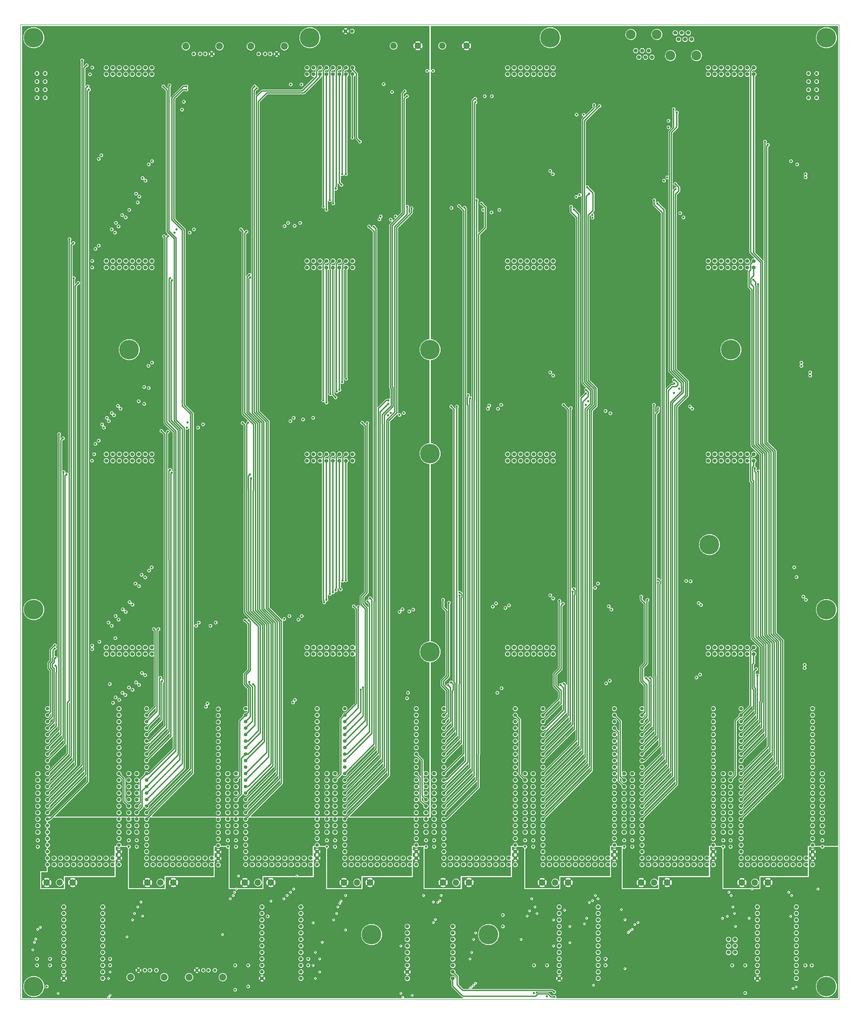
<source format=gbr>
G04 #@! TF.FileFunction,Copper,L3,Inr,Signal*
%FSLAX46Y46*%
G04 Gerber Fmt 4.6, Leading zero omitted, Abs format (unit mm)*
G04 Created by KiCad (PCBNEW 4.0.7) date Wednesday, October 10, 2018 'PMt' 11:05:21 PM*
%MOMM*%
%LPD*%
G01*
G04 APERTURE LIST*
%ADD10C,0.100000*%
%ADD11C,0.150000*%
%ADD12C,1.500000*%
%ADD13C,3.800000*%
%ADD14C,1.524000*%
%ADD15C,1.200000*%
%ADD16C,2.700000*%
%ADD17C,1.397000*%
%ADD18C,1.000000*%
%ADD19C,7.620000*%
%ADD20C,2.500000*%
%ADD21C,1.270000*%
%ADD22C,0.508000*%
%ADD23C,0.889000*%
%ADD24C,0.508000*%
%ADD25C,0.254000*%
G04 APERTURE END LIST*
D10*
D11*
X345440000Y-16510000D02*
X345440000Y-397510000D01*
X25400000Y-16510000D02*
X25400000Y-397510000D01*
X25400000Y-397510000D02*
X345440000Y-397510000D01*
X25400000Y-16510000D02*
X345440000Y-16510000D01*
D12*
X148272500Y-332105000D03*
X148272500Y-329565000D03*
X148272500Y-327025000D03*
X148272500Y-324485000D03*
X148272500Y-321945000D03*
X148272500Y-319405000D03*
X148272500Y-316865000D03*
X148272500Y-314325000D03*
X148272500Y-311785000D03*
X148272500Y-309245000D03*
X145097500Y-332105000D03*
X145097500Y-329565000D03*
X145097500Y-327025000D03*
X145097500Y-324485000D03*
X145097500Y-321945000D03*
X145097500Y-319405000D03*
X145097500Y-316865000D03*
X145097500Y-314325000D03*
X145097500Y-311785000D03*
X145097500Y-309245000D03*
D13*
X279400000Y-28575000D03*
X289560000Y-28575000D03*
D14*
X285110000Y-22225000D03*
X287650000Y-22225000D03*
X283840000Y-19685000D03*
X286380000Y-19685000D03*
X282570000Y-22225000D03*
X281300000Y-19685000D03*
D15*
X94290000Y-386080000D03*
X96790000Y-386080000D03*
X98790000Y-386080000D03*
X101290000Y-386080000D03*
D16*
X104360000Y-388790000D03*
X91220000Y-388790000D03*
D14*
X176530000Y-389255000D03*
X176530000Y-386715000D03*
X176530000Y-384175000D03*
X176530000Y-381635000D03*
X176530000Y-379095000D03*
X176530000Y-376555000D03*
X176530000Y-374015000D03*
X176530000Y-371475000D03*
X176530000Y-368935000D03*
X194310000Y-368935000D03*
X194310000Y-371475000D03*
X194310000Y-374015000D03*
X194310000Y-376555000D03*
X194310000Y-379095000D03*
X194310000Y-381635000D03*
X194310000Y-384175000D03*
X194310000Y-386715000D03*
X194310000Y-389255000D03*
X304673000Y-379095000D03*
X302133000Y-379095000D03*
X304673000Y-376555000D03*
X302133000Y-376555000D03*
X304673000Y-374015000D03*
X302133000Y-374015000D03*
D17*
X154940000Y-19050000D03*
X152400000Y-19050000D03*
D18*
X60325000Y-384155000D03*
X60325000Y-381655000D03*
X137795000Y-384155000D03*
X137795000Y-381655000D03*
X254000000Y-384155000D03*
X254000000Y-381655000D03*
X332125000Y-384175000D03*
X334625000Y-384175000D03*
X32067500Y-337800000D03*
X32067500Y-335300000D03*
X67627500Y-337800000D03*
X67627500Y-335300000D03*
X109537500Y-337800000D03*
X109537500Y-335300000D03*
X145097500Y-337800000D03*
X145097500Y-335300000D03*
X148272500Y-337800000D03*
X148272500Y-335300000D03*
X183832500Y-337800000D03*
X183832500Y-335300000D03*
X187007500Y-337800000D03*
X187007500Y-335300000D03*
X222567500Y-337800000D03*
X222567500Y-335300000D03*
X225742500Y-337800000D03*
X225742500Y-335300000D03*
X261302500Y-337800000D03*
X261302500Y-335300000D03*
X264477500Y-337800000D03*
X264477500Y-335300000D03*
X300037500Y-337800000D03*
X300037500Y-335300000D03*
X302895000Y-337800000D03*
X302895000Y-335300000D03*
X338772500Y-337800000D03*
X338772500Y-335300000D03*
X70739000Y-337800000D03*
X70739000Y-335300000D03*
X106362500Y-337800000D03*
X106362500Y-335300000D03*
X36830000Y-384175000D03*
X31750000Y-384175000D03*
X231140000Y-384175000D03*
X226060000Y-384175000D03*
X308610000Y-384175000D03*
X303530000Y-384175000D03*
X114300000Y-384175000D03*
X109220000Y-384175000D03*
X36830000Y-381635000D03*
X31750000Y-381635000D03*
D14*
X76657200Y-35877500D03*
X74117200Y-35877500D03*
X71577200Y-35877500D03*
X69037200Y-35877500D03*
X66497200Y-35877500D03*
X63957200Y-35877500D03*
X61417200Y-35877500D03*
X76657200Y-33337500D03*
X74117200Y-33337500D03*
X71577200Y-33337500D03*
X69037200Y-33337500D03*
X66497200Y-33337500D03*
X63957200Y-33337500D03*
X58877200Y-33337500D03*
X61417200Y-33337500D03*
X58877200Y-35877500D03*
X155092400Y-35877500D03*
X152552400Y-35877500D03*
X150012400Y-35877500D03*
X147472400Y-35877500D03*
X144932400Y-35877500D03*
X142392400Y-35877500D03*
X139852400Y-35877500D03*
X155092400Y-33337500D03*
X152552400Y-33337500D03*
X150012400Y-33337500D03*
X147472400Y-33337500D03*
X144932400Y-33337500D03*
X142392400Y-33337500D03*
X137312400Y-33337500D03*
X139852400Y-33337500D03*
X137312400Y-35877500D03*
X311962800Y-35877500D03*
X309422800Y-35877500D03*
X306882800Y-35877500D03*
X304342800Y-35877500D03*
X301802800Y-35877500D03*
X299262800Y-35877500D03*
X296722800Y-35877500D03*
X311962800Y-33337500D03*
X309422800Y-33337500D03*
X306882800Y-33337500D03*
X304342800Y-33337500D03*
X301802800Y-33337500D03*
X299262800Y-33337500D03*
X294182800Y-33337500D03*
X296722800Y-33337500D03*
X294182800Y-35877500D03*
X76657200Y-111417100D03*
X74117200Y-111417100D03*
X71577200Y-111417100D03*
X69037200Y-111417100D03*
X66497200Y-111417100D03*
X63957200Y-111417100D03*
X61417200Y-111417100D03*
X76657200Y-108877100D03*
X74117200Y-108877100D03*
X71577200Y-108877100D03*
X69037200Y-108877100D03*
X66497200Y-108877100D03*
X63957200Y-108877100D03*
X58877200Y-108877100D03*
X61417200Y-108877100D03*
X58877200Y-111417100D03*
X155092400Y-111417100D03*
X152552400Y-111417100D03*
X150012400Y-111417100D03*
X147472400Y-111417100D03*
X144932400Y-111417100D03*
X142392400Y-111417100D03*
X139852400Y-111417100D03*
X155092400Y-108877100D03*
X152552400Y-108877100D03*
X150012400Y-108877100D03*
X147472400Y-108877100D03*
X144932400Y-108877100D03*
X142392400Y-108877100D03*
X137312400Y-108877100D03*
X139852400Y-108877100D03*
X137312400Y-111417100D03*
X311962800Y-111417100D03*
X309422800Y-111417100D03*
X306882800Y-111417100D03*
X304342800Y-111417100D03*
X301802800Y-111417100D03*
X299262800Y-111417100D03*
X296722800Y-111417100D03*
X311962800Y-108877100D03*
X309422800Y-108877100D03*
X306882800Y-108877100D03*
X304342800Y-108877100D03*
X301802800Y-108877100D03*
X299262800Y-108877100D03*
X294182800Y-108877100D03*
X296722800Y-108877100D03*
X294182800Y-111417100D03*
X76657200Y-186956700D03*
X74117200Y-186956700D03*
X71577200Y-186956700D03*
X69037200Y-186956700D03*
X66497200Y-186956700D03*
X63957200Y-186956700D03*
X61417200Y-186956700D03*
X76657200Y-184416700D03*
X74117200Y-184416700D03*
X71577200Y-184416700D03*
X69037200Y-184416700D03*
X66497200Y-184416700D03*
X63957200Y-184416700D03*
X58877200Y-184416700D03*
X61417200Y-184416700D03*
X58877200Y-186956700D03*
X155092400Y-186956700D03*
X152552400Y-186956700D03*
X150012400Y-186956700D03*
X147472400Y-186956700D03*
X144932400Y-186956700D03*
X142392400Y-186956700D03*
X139852400Y-186956700D03*
X155092400Y-184416700D03*
X152552400Y-184416700D03*
X150012400Y-184416700D03*
X147472400Y-184416700D03*
X144932400Y-184416700D03*
X142392400Y-184416700D03*
X137312400Y-184416700D03*
X139852400Y-184416700D03*
X137312400Y-186956700D03*
X76657200Y-262496300D03*
X74117200Y-262496300D03*
X71577200Y-262496300D03*
X69037200Y-262496300D03*
X66497200Y-262496300D03*
X63957200Y-262496300D03*
X61417200Y-262496300D03*
X76657200Y-259956300D03*
X74117200Y-259956300D03*
X71577200Y-259956300D03*
X69037200Y-259956300D03*
X66497200Y-259956300D03*
X63957200Y-259956300D03*
X58877200Y-259956300D03*
X61417200Y-259956300D03*
X58877200Y-262496300D03*
X155092400Y-262496300D03*
X152552400Y-262496300D03*
X150012400Y-262496300D03*
X147472400Y-262496300D03*
X144932400Y-262496300D03*
X142392400Y-262496300D03*
X139852400Y-262496300D03*
X155092400Y-259956300D03*
X152552400Y-259956300D03*
X150012400Y-259956300D03*
X147472400Y-259956300D03*
X144932400Y-259956300D03*
X142392400Y-259956300D03*
X137312400Y-259956300D03*
X139852400Y-259956300D03*
X137312400Y-262496300D03*
X233527600Y-262496300D03*
X230987600Y-262496300D03*
X228447600Y-262496300D03*
X225907600Y-262496300D03*
X223367600Y-262496300D03*
X220827600Y-262496300D03*
X218287600Y-262496300D03*
X233527600Y-259956300D03*
X230987600Y-259956300D03*
X228447600Y-259956300D03*
X225907600Y-259956300D03*
X223367600Y-259956300D03*
X220827600Y-259956300D03*
X215747600Y-259956300D03*
X218287600Y-259956300D03*
X215747600Y-262496300D03*
X311962800Y-262496300D03*
X309422800Y-262496300D03*
X306882800Y-262496300D03*
X304342800Y-262496300D03*
X301802800Y-262496300D03*
X299262800Y-262496300D03*
X296722800Y-262496300D03*
X311962800Y-259956300D03*
X309422800Y-259956300D03*
X306882800Y-259956300D03*
X304342800Y-259956300D03*
X301802800Y-259956300D03*
X299262800Y-259956300D03*
X294182800Y-259956300D03*
X296722800Y-259956300D03*
X294182800Y-262496300D03*
X233527600Y-35877500D03*
X230987600Y-35877500D03*
X228447600Y-35877500D03*
X225907600Y-35877500D03*
X223367600Y-35877500D03*
X220827600Y-35877500D03*
X218287600Y-35877500D03*
X233527600Y-33337500D03*
X230987600Y-33337500D03*
X228447600Y-33337500D03*
X225907600Y-33337500D03*
X223367600Y-33337500D03*
X220827600Y-33337500D03*
X215747600Y-33337500D03*
X218287600Y-33337500D03*
X215747600Y-35877500D03*
X233527600Y-111417100D03*
X230987600Y-111417100D03*
X228447600Y-111417100D03*
X225907600Y-111417100D03*
X223367600Y-111417100D03*
X220827600Y-111417100D03*
X218287600Y-111417100D03*
X233527600Y-108877100D03*
X230987600Y-108877100D03*
X228447600Y-108877100D03*
X225907600Y-108877100D03*
X223367600Y-108877100D03*
X220827600Y-108877100D03*
X215747600Y-108877100D03*
X218287600Y-108877100D03*
X215747600Y-111417100D03*
X233527600Y-186956700D03*
X230987600Y-186956700D03*
X228447600Y-186956700D03*
X225907600Y-186956700D03*
X223367600Y-186956700D03*
X220827600Y-186956700D03*
X218287600Y-186956700D03*
X233527600Y-184416700D03*
X230987600Y-184416700D03*
X228447600Y-184416700D03*
X225907600Y-184416700D03*
X223367600Y-184416700D03*
X220827600Y-184416700D03*
X215747600Y-184416700D03*
X218287600Y-184416700D03*
X215747600Y-186956700D03*
X311962800Y-186956700D03*
X309422800Y-186956700D03*
X306882800Y-186956700D03*
X304342800Y-186956700D03*
X301802800Y-186956700D03*
X299262800Y-186956700D03*
X296722800Y-186956700D03*
X311962800Y-184416700D03*
X309422800Y-184416700D03*
X306882800Y-184416700D03*
X304342800Y-184416700D03*
X301802800Y-184416700D03*
X299262800Y-184416700D03*
X294182800Y-184416700D03*
X296722800Y-184416700D03*
X294182800Y-186956700D03*
D19*
X30480000Y-21590000D03*
X138430000Y-21590000D03*
X232410000Y-21590000D03*
X67818000Y-143510000D03*
X185420000Y-143510000D03*
X303022000Y-143510000D03*
X185420000Y-184150000D03*
X294640000Y-219710000D03*
X30480000Y-245110000D03*
X340360000Y-245110000D03*
X185420000Y-261620000D03*
X162560000Y-372110000D03*
X208280000Y-372110000D03*
X30480000Y-392430000D03*
X340360000Y-392430000D03*
X340360000Y-21590000D03*
D20*
X199670000Y-24765000D03*
X190170000Y-24765000D03*
X180670000Y-24765000D03*
X171170000Y-24765000D03*
X317500000Y-351790000D03*
X312420000Y-351790000D03*
X307340000Y-351790000D03*
X278130000Y-351790000D03*
X273050000Y-351790000D03*
X267970000Y-351790000D03*
X239395000Y-351790000D03*
X234315000Y-351790000D03*
X229235000Y-351790000D03*
X200660000Y-351790000D03*
X195580000Y-351790000D03*
X190500000Y-351790000D03*
X161925000Y-351790000D03*
X156845000Y-351790000D03*
X151765000Y-351790000D03*
X123190000Y-351790000D03*
X118110000Y-351790000D03*
X113030000Y-351790000D03*
X85090000Y-351790000D03*
X80010000Y-351790000D03*
X74930000Y-351790000D03*
X45720000Y-351790000D03*
X40640000Y-351790000D03*
X35560000Y-351790000D03*
D15*
X100020000Y-27940000D03*
X97520000Y-27940000D03*
X95520000Y-27940000D03*
X93020000Y-27940000D03*
D16*
X89950000Y-24940000D03*
X103090000Y-24940000D03*
D15*
X71430000Y-386080000D03*
X73930000Y-386080000D03*
X75930000Y-386080000D03*
X78430000Y-386080000D03*
D16*
X81500000Y-388790000D03*
X68360000Y-388790000D03*
D15*
X125420000Y-27940000D03*
X122920000Y-27940000D03*
X120920000Y-27940000D03*
X118420000Y-27940000D03*
D16*
X115350000Y-24940000D03*
X128490000Y-24940000D03*
D21*
X339090000Y-296545000D03*
X343154000Y-296545000D03*
X339090000Y-291465000D03*
X343154000Y-291465000D03*
X31750000Y-296545000D03*
X31750000Y-291465000D03*
X27432000Y-296545000D03*
X27432000Y-291465000D03*
X31750000Y-35560000D03*
X34925000Y-35560000D03*
X31750000Y-38735000D03*
X34925000Y-38735000D03*
X31750000Y-41910000D03*
X34925000Y-41910000D03*
X31750000Y-45085000D03*
X34925000Y-45085000D03*
X333375000Y-35560000D03*
X336550000Y-35560000D03*
X333375000Y-38735000D03*
X336550000Y-38735000D03*
X333375000Y-41910000D03*
X336550000Y-41910000D03*
X333375000Y-45085000D03*
X336550000Y-45085000D03*
D17*
X119697500Y-361315000D03*
X119697500Y-363855000D03*
X119697500Y-366395000D03*
X119697500Y-368935000D03*
X119697500Y-371475000D03*
X119697500Y-374015000D03*
X119697500Y-376555000D03*
X119697500Y-381635000D03*
X119697500Y-384175000D03*
X119697500Y-386715000D03*
X119697500Y-389255000D03*
X119697500Y-379095000D03*
X134937500Y-379095000D03*
X134937500Y-389255000D03*
X134937500Y-386715000D03*
X134937500Y-384175000D03*
X134937500Y-381635000D03*
X134937500Y-376555000D03*
X134937500Y-374015000D03*
X134937500Y-371475000D03*
X134937500Y-368935000D03*
X134937500Y-366395000D03*
X134937500Y-363855000D03*
X134937500Y-361315000D03*
X313372500Y-361315000D03*
X313372500Y-363855000D03*
X313372500Y-366395000D03*
X313372500Y-368935000D03*
X313372500Y-371475000D03*
X313372500Y-374015000D03*
X313372500Y-376555000D03*
X313372500Y-381635000D03*
X313372500Y-384175000D03*
X313372500Y-386715000D03*
X313372500Y-389255000D03*
X313372500Y-379095000D03*
X328612500Y-379095000D03*
X328612500Y-389255000D03*
X328612500Y-386715000D03*
X328612500Y-384175000D03*
X328612500Y-381635000D03*
X328612500Y-376555000D03*
X328612500Y-374015000D03*
X328612500Y-371475000D03*
X328612500Y-368935000D03*
X328612500Y-366395000D03*
X328612500Y-363855000D03*
X328612500Y-361315000D03*
X235902500Y-361315000D03*
X235902500Y-363855000D03*
X235902500Y-366395000D03*
X235902500Y-368935000D03*
X235902500Y-371475000D03*
X235902500Y-374015000D03*
X235902500Y-376555000D03*
X235902500Y-381635000D03*
X235902500Y-384175000D03*
X235902500Y-386715000D03*
X235902500Y-389255000D03*
X235902500Y-379095000D03*
X251142500Y-379095000D03*
X251142500Y-389255000D03*
X251142500Y-386715000D03*
X251142500Y-384175000D03*
X251142500Y-381635000D03*
X251142500Y-376555000D03*
X251142500Y-374015000D03*
X251142500Y-371475000D03*
X251142500Y-368935000D03*
X251142500Y-366395000D03*
X251142500Y-363855000D03*
X251142500Y-361315000D03*
X42227500Y-361315000D03*
X42227500Y-363855000D03*
X42227500Y-366395000D03*
X42227500Y-368935000D03*
X42227500Y-371475000D03*
X42227500Y-374015000D03*
X42227500Y-376555000D03*
X42227500Y-381635000D03*
X42227500Y-384175000D03*
X42227500Y-386715000D03*
X42227500Y-389255000D03*
X42227500Y-379095000D03*
X57467500Y-379095000D03*
X57467500Y-389255000D03*
X57467500Y-386715000D03*
X57467500Y-384175000D03*
X57467500Y-381635000D03*
X57467500Y-376555000D03*
X57467500Y-374015000D03*
X57467500Y-371475000D03*
X57467500Y-368935000D03*
X57467500Y-366395000D03*
X57467500Y-363855000D03*
X57467500Y-361315000D03*
D14*
X265816000Y-26670000D03*
D13*
X274066000Y-20320000D03*
X263906000Y-20320000D03*
D14*
X268356000Y-26670000D03*
X270896000Y-26670000D03*
X267086000Y-29210000D03*
X269626000Y-29210000D03*
X272166000Y-29210000D03*
D12*
X32067500Y-332105000D03*
X32067500Y-329565000D03*
X32067500Y-327025000D03*
X32067500Y-324485000D03*
X32067500Y-321945000D03*
X32067500Y-319405000D03*
X32067500Y-316865000D03*
X32067500Y-314325000D03*
X32067500Y-311785000D03*
X32067500Y-309245000D03*
X67627500Y-332105000D03*
X67627500Y-329565000D03*
X67627500Y-327025000D03*
X67627500Y-324485000D03*
X67627500Y-321945000D03*
X67627500Y-319405000D03*
X67627500Y-316865000D03*
X67627500Y-314325000D03*
X67627500Y-311785000D03*
X67627500Y-309245000D03*
X70739000Y-332105000D03*
X70739000Y-329565000D03*
X70739000Y-327025000D03*
X70739000Y-324485000D03*
X70739000Y-321945000D03*
X70739000Y-319405000D03*
X70739000Y-316865000D03*
X70739000Y-314325000D03*
X70739000Y-311785000D03*
X70739000Y-309245000D03*
X106362500Y-332105000D03*
X106362500Y-329565000D03*
X106362500Y-327025000D03*
X106362500Y-324485000D03*
X106362500Y-321945000D03*
X106362500Y-319405000D03*
X106362500Y-316865000D03*
X106362500Y-314325000D03*
X106362500Y-311785000D03*
X106362500Y-309245000D03*
X109537500Y-332105000D03*
X109537500Y-329565000D03*
X109537500Y-327025000D03*
X109537500Y-324485000D03*
X109537500Y-321945000D03*
X109537500Y-319405000D03*
X109537500Y-316865000D03*
X109537500Y-314325000D03*
X109537500Y-311785000D03*
X109537500Y-309245000D03*
X183832500Y-332105000D03*
X183832500Y-329565000D03*
X183832500Y-327025000D03*
X183832500Y-324485000D03*
X183832500Y-321945000D03*
X183832500Y-319405000D03*
X183832500Y-316865000D03*
X183832500Y-314325000D03*
X183832500Y-311785000D03*
X183832500Y-309245000D03*
X187007500Y-332105000D03*
X187007500Y-329565000D03*
X187007500Y-327025000D03*
X187007500Y-324485000D03*
X187007500Y-321945000D03*
X187007500Y-319405000D03*
X187007500Y-316865000D03*
X187007500Y-314325000D03*
X187007500Y-311785000D03*
X187007500Y-309245000D03*
X222567500Y-332105000D03*
X222567500Y-329565000D03*
X222567500Y-327025000D03*
X222567500Y-324485000D03*
X222567500Y-321945000D03*
X222567500Y-319405000D03*
X222567500Y-316865000D03*
X222567500Y-314325000D03*
X222567500Y-311785000D03*
X222567500Y-309245000D03*
X225742500Y-332105000D03*
X225742500Y-329565000D03*
X225742500Y-327025000D03*
X225742500Y-324485000D03*
X225742500Y-321945000D03*
X225742500Y-319405000D03*
X225742500Y-316865000D03*
X225742500Y-314325000D03*
X225742500Y-311785000D03*
X225742500Y-309245000D03*
X261302500Y-332105000D03*
X261302500Y-329565000D03*
X261302500Y-327025000D03*
X261302500Y-324485000D03*
X261302500Y-321945000D03*
X261302500Y-319405000D03*
X261302500Y-316865000D03*
X261302500Y-314325000D03*
X261302500Y-311785000D03*
X261302500Y-309245000D03*
X264477500Y-332105000D03*
X264477500Y-329565000D03*
X264477500Y-327025000D03*
X264477500Y-324485000D03*
X264477500Y-321945000D03*
X264477500Y-319405000D03*
X264477500Y-316865000D03*
X264477500Y-314325000D03*
X264477500Y-311785000D03*
X264477500Y-309245000D03*
X300037500Y-332105000D03*
X300037500Y-329565000D03*
X300037500Y-327025000D03*
X300037500Y-324485000D03*
X300037500Y-321945000D03*
X300037500Y-319405000D03*
X300037500Y-316865000D03*
X300037500Y-314325000D03*
X300037500Y-311785000D03*
X300037500Y-309245000D03*
X302895000Y-332105000D03*
X302895000Y-329565000D03*
X302895000Y-327025000D03*
X302895000Y-324485000D03*
X302895000Y-321945000D03*
X302895000Y-319405000D03*
X302895000Y-316865000D03*
X302895000Y-314325000D03*
X302895000Y-311785000D03*
X302895000Y-309245000D03*
X338772500Y-332105000D03*
X338772500Y-329565000D03*
X338772500Y-327025000D03*
X338772500Y-324485000D03*
X338772500Y-321945000D03*
X338772500Y-319405000D03*
X338772500Y-316865000D03*
X338772500Y-314325000D03*
X338772500Y-311785000D03*
X338772500Y-309245000D03*
X38417500Y-344805000D03*
X40957500Y-344805000D03*
X43497500Y-344805000D03*
X46037500Y-344805000D03*
X48577500Y-344805000D03*
X51117500Y-344805000D03*
X53657500Y-344805000D03*
X56197500Y-344805000D03*
X58737500Y-344805000D03*
X61277500Y-344805000D03*
X77152500Y-344805000D03*
X79692500Y-344805000D03*
X82232500Y-344805000D03*
X84772500Y-344805000D03*
X87312500Y-344805000D03*
X89852500Y-344805000D03*
X92392500Y-344805000D03*
X94932500Y-344805000D03*
X97472500Y-344805000D03*
X100012500Y-344805000D03*
X115887500Y-344805000D03*
X118427500Y-344805000D03*
X120967500Y-344805000D03*
X123507500Y-344805000D03*
X126047500Y-344805000D03*
X128587500Y-344805000D03*
X131127500Y-344805000D03*
X133667500Y-344805000D03*
X136207500Y-344805000D03*
X138747500Y-344805000D03*
X154622500Y-344805000D03*
X157162500Y-344805000D03*
X159702500Y-344805000D03*
X162242500Y-344805000D03*
X164782500Y-344805000D03*
X167322500Y-344805000D03*
X169862500Y-344805000D03*
X172402500Y-344805000D03*
X174942500Y-344805000D03*
X177482500Y-344805000D03*
X193357500Y-344805000D03*
X195897500Y-344805000D03*
X198437500Y-344805000D03*
X200977500Y-344805000D03*
X203517500Y-344805000D03*
X206057500Y-344805000D03*
X208597500Y-344805000D03*
X211137500Y-344805000D03*
X213677500Y-344805000D03*
X216217500Y-344805000D03*
X232092500Y-344805000D03*
X234632500Y-344805000D03*
X237172500Y-344805000D03*
X239712500Y-344805000D03*
X242252500Y-344805000D03*
X244792500Y-344805000D03*
X247332500Y-344805000D03*
X249872500Y-344805000D03*
X252412500Y-344805000D03*
X254952500Y-344805000D03*
X270827500Y-344805000D03*
X273367500Y-344805000D03*
X275907500Y-344805000D03*
X278447500Y-344805000D03*
X280987500Y-344805000D03*
X283527500Y-344805000D03*
X286067500Y-344805000D03*
X288607500Y-344805000D03*
X291147500Y-344805000D03*
X293687500Y-344805000D03*
X309562500Y-344805000D03*
X312102500Y-344805000D03*
X314642500Y-344805000D03*
X317182500Y-344805000D03*
X319722500Y-344805000D03*
X322262500Y-344805000D03*
X324802500Y-344805000D03*
X327342500Y-344805000D03*
X329882500Y-344805000D03*
X332422500Y-344805000D03*
X38417500Y-342265000D03*
X40957500Y-342265000D03*
X43497500Y-342265000D03*
X46037500Y-342265000D03*
X48577500Y-342265000D03*
X51117500Y-342265000D03*
X53657500Y-342265000D03*
X56197500Y-342265000D03*
X58737500Y-342265000D03*
X61277500Y-342265000D03*
X77152500Y-342265000D03*
X79692500Y-342265000D03*
X82232500Y-342265000D03*
X84772500Y-342265000D03*
X87312500Y-342265000D03*
X89852500Y-342265000D03*
X92392500Y-342265000D03*
X94932500Y-342265000D03*
X97472500Y-342265000D03*
X100012500Y-342265000D03*
X115887500Y-342265000D03*
X118427500Y-342265000D03*
X120967500Y-342265000D03*
X123507500Y-342265000D03*
X126047500Y-342265000D03*
X128587500Y-342265000D03*
X131127500Y-342265000D03*
X133667500Y-342265000D03*
X136207500Y-342265000D03*
X138747500Y-342265000D03*
X154622500Y-342265000D03*
X157162500Y-342265000D03*
X159702500Y-342265000D03*
X162242500Y-342265000D03*
X164782500Y-342265000D03*
X167322500Y-342265000D03*
X169862500Y-342265000D03*
X172402500Y-342265000D03*
X174942500Y-342265000D03*
X177482500Y-342265000D03*
X193357500Y-342265000D03*
X195897500Y-342265000D03*
X198437500Y-342265000D03*
X200977500Y-342265000D03*
X203517500Y-342265000D03*
X206057500Y-342265000D03*
X208597500Y-342265000D03*
X211137500Y-342265000D03*
X213677500Y-342265000D03*
X216217500Y-342265000D03*
X232092500Y-342265000D03*
X234632500Y-342265000D03*
X237172500Y-342265000D03*
X239712500Y-342265000D03*
X242252500Y-342265000D03*
X244792500Y-342265000D03*
X247332500Y-342265000D03*
X249872500Y-342265000D03*
X252412500Y-342265000D03*
X254952500Y-342265000D03*
X270827500Y-342265000D03*
X273367500Y-342265000D03*
X275907500Y-342265000D03*
X278447500Y-342265000D03*
X280987500Y-342265000D03*
X283527500Y-342265000D03*
X286067500Y-342265000D03*
X288607500Y-342265000D03*
X291147500Y-342265000D03*
X293687500Y-342265000D03*
X309562500Y-342265000D03*
X312102500Y-342265000D03*
X314642500Y-342265000D03*
X317182500Y-342265000D03*
X319722500Y-342265000D03*
X322262500Y-342265000D03*
X324802500Y-342265000D03*
X327342500Y-342265000D03*
X329882500Y-342265000D03*
X332422500Y-342265000D03*
D17*
X35877500Y-283845000D03*
X35877500Y-286385000D03*
X35877500Y-283845000D03*
X35877500Y-286385000D03*
X35877500Y-288925000D03*
X35877500Y-291465000D03*
X35877500Y-294005000D03*
X35877500Y-296545000D03*
X35877500Y-299085000D03*
X35877500Y-301625000D03*
X35877500Y-304165000D03*
X35877500Y-306705000D03*
X35877500Y-309245000D03*
X35877500Y-311785000D03*
X35877500Y-314325000D03*
X35877500Y-316865000D03*
X35877500Y-319405000D03*
X35877500Y-321945000D03*
X35877500Y-324485000D03*
X35877500Y-327025000D03*
X35877500Y-329565000D03*
X35877500Y-332105000D03*
X35877500Y-334645000D03*
X35877500Y-337185000D03*
X35877500Y-339725000D03*
X35877500Y-342265000D03*
X35877500Y-344805000D03*
X63817500Y-286385000D03*
X63817500Y-283845000D03*
X63817500Y-283845000D03*
X63817500Y-286385000D03*
X63817500Y-288925000D03*
X63817500Y-291465000D03*
X63817500Y-294005000D03*
X63817500Y-296545000D03*
X63817500Y-299085000D03*
X63817500Y-301625000D03*
X63817500Y-304165000D03*
X63817500Y-306705000D03*
X63817500Y-309245000D03*
X63817500Y-311785000D03*
X63817500Y-314325000D03*
X63817500Y-316865000D03*
X63817500Y-319405000D03*
X63817500Y-321945000D03*
X63817500Y-324485000D03*
X63817500Y-327025000D03*
X63817500Y-329565000D03*
X63817500Y-332105000D03*
X63817500Y-334645000D03*
X63817500Y-337185000D03*
X63817500Y-339725000D03*
X63817500Y-342265000D03*
X63817500Y-344805000D03*
X74612500Y-283845000D03*
X74612500Y-286385000D03*
X74612500Y-283845000D03*
X74612500Y-286385000D03*
X74612500Y-288925000D03*
X74612500Y-291465000D03*
X74612500Y-294005000D03*
X74612500Y-296545000D03*
X74612500Y-299085000D03*
X74612500Y-301625000D03*
X74612500Y-304165000D03*
X74612500Y-306705000D03*
X74612500Y-309245000D03*
X74612500Y-311785000D03*
X74612500Y-314325000D03*
X74612500Y-316865000D03*
X74612500Y-319405000D03*
X74612500Y-321945000D03*
X74612500Y-324485000D03*
X74612500Y-327025000D03*
X74612500Y-329565000D03*
X74612500Y-332105000D03*
X74612500Y-334645000D03*
X74612500Y-337185000D03*
X74612500Y-339725000D03*
X74612500Y-342265000D03*
X74612500Y-344805000D03*
X102616000Y-286512000D03*
X102616000Y-283972000D03*
X102616000Y-283972000D03*
X102616000Y-286512000D03*
X102616000Y-289052000D03*
X102616000Y-291592000D03*
X102616000Y-294132000D03*
X102616000Y-296672000D03*
X102616000Y-299212000D03*
X102616000Y-301752000D03*
X102616000Y-304292000D03*
X102616000Y-306832000D03*
X102616000Y-309372000D03*
X102616000Y-311912000D03*
X102616000Y-314452000D03*
X102616000Y-316992000D03*
X102616000Y-319532000D03*
X102616000Y-322072000D03*
X102616000Y-324612000D03*
X102616000Y-327152000D03*
X102616000Y-329692000D03*
X102616000Y-332232000D03*
X102616000Y-334772000D03*
X102616000Y-337312000D03*
X102616000Y-339852000D03*
X102616000Y-342392000D03*
X102616000Y-344932000D03*
X113347500Y-283845000D03*
X113347500Y-286385000D03*
X113347500Y-283845000D03*
X113347500Y-286385000D03*
X113347500Y-288925000D03*
X113347500Y-291465000D03*
X113347500Y-294005000D03*
X113347500Y-296545000D03*
X113347500Y-299085000D03*
X113347500Y-301625000D03*
X113347500Y-304165000D03*
X113347500Y-306705000D03*
X113347500Y-309245000D03*
X113347500Y-311785000D03*
X113347500Y-314325000D03*
X113347500Y-316865000D03*
X113347500Y-319405000D03*
X113347500Y-321945000D03*
X113347500Y-324485000D03*
X113347500Y-327025000D03*
X113347500Y-329565000D03*
X113347500Y-332105000D03*
X113347500Y-334645000D03*
X113347500Y-337185000D03*
X113347500Y-339725000D03*
X113347500Y-342265000D03*
X113347500Y-344805000D03*
X141287500Y-286385000D03*
X141287500Y-283845000D03*
X141287500Y-283845000D03*
X141287500Y-286385000D03*
X141287500Y-288925000D03*
X141287500Y-291465000D03*
X141287500Y-294005000D03*
X141287500Y-296545000D03*
X141287500Y-299085000D03*
X141287500Y-301625000D03*
X141287500Y-304165000D03*
X141287500Y-306705000D03*
X141287500Y-309245000D03*
X141287500Y-311785000D03*
X141287500Y-314325000D03*
X141287500Y-316865000D03*
X141287500Y-319405000D03*
X141287500Y-321945000D03*
X141287500Y-324485000D03*
X141287500Y-327025000D03*
X141287500Y-329565000D03*
X141287500Y-332105000D03*
X141287500Y-334645000D03*
X141287500Y-337185000D03*
X141287500Y-339725000D03*
X141287500Y-342265000D03*
X141287500Y-344805000D03*
X152082500Y-283845000D03*
X152082500Y-286385000D03*
X152082500Y-283845000D03*
X152082500Y-286385000D03*
X152082500Y-288925000D03*
X152082500Y-291465000D03*
X152082500Y-294005000D03*
X152082500Y-296545000D03*
X152082500Y-299085000D03*
X152082500Y-301625000D03*
X152082500Y-304165000D03*
X152082500Y-306705000D03*
X152082500Y-309245000D03*
X152082500Y-311785000D03*
X152082500Y-314325000D03*
X152082500Y-316865000D03*
X152082500Y-319405000D03*
X152082500Y-321945000D03*
X152082500Y-324485000D03*
X152082500Y-327025000D03*
X152082500Y-329565000D03*
X152082500Y-332105000D03*
X152082500Y-334645000D03*
X152082500Y-337185000D03*
X152082500Y-339725000D03*
X152082500Y-342265000D03*
X152082500Y-344805000D03*
X180022500Y-286385000D03*
X180022500Y-283845000D03*
X180022500Y-283845000D03*
X180022500Y-286385000D03*
X180022500Y-288925000D03*
X180022500Y-291465000D03*
X180022500Y-294005000D03*
X180022500Y-296545000D03*
X180022500Y-299085000D03*
X180022500Y-301625000D03*
X180022500Y-304165000D03*
X180022500Y-306705000D03*
X180022500Y-309245000D03*
X180022500Y-311785000D03*
X180022500Y-314325000D03*
X180022500Y-316865000D03*
X180022500Y-319405000D03*
X180022500Y-321945000D03*
X180022500Y-324485000D03*
X180022500Y-327025000D03*
X180022500Y-329565000D03*
X180022500Y-332105000D03*
X180022500Y-334645000D03*
X180022500Y-337185000D03*
X180022500Y-339725000D03*
X180022500Y-342265000D03*
X180022500Y-344805000D03*
X190817500Y-283845000D03*
X190817500Y-286385000D03*
X190817500Y-283845000D03*
X190817500Y-286385000D03*
X190817500Y-288925000D03*
X190817500Y-291465000D03*
X190817500Y-294005000D03*
X190817500Y-296545000D03*
X190817500Y-299085000D03*
X190817500Y-301625000D03*
X190817500Y-304165000D03*
X190817500Y-306705000D03*
X190817500Y-309245000D03*
X190817500Y-311785000D03*
X190817500Y-314325000D03*
X190817500Y-316865000D03*
X190817500Y-319405000D03*
X190817500Y-321945000D03*
X190817500Y-324485000D03*
X190817500Y-327025000D03*
X190817500Y-329565000D03*
X190817500Y-332105000D03*
X190817500Y-334645000D03*
X190817500Y-337185000D03*
X190817500Y-339725000D03*
X190817500Y-342265000D03*
X190817500Y-344805000D03*
X218757500Y-286385000D03*
X218757500Y-283845000D03*
X218757500Y-283845000D03*
X218757500Y-286385000D03*
X218757500Y-288925000D03*
X218757500Y-291465000D03*
X218757500Y-294005000D03*
X218757500Y-296545000D03*
X218757500Y-299085000D03*
X218757500Y-301625000D03*
X218757500Y-304165000D03*
X218757500Y-306705000D03*
X218757500Y-309245000D03*
X218757500Y-311785000D03*
X218757500Y-314325000D03*
X218757500Y-316865000D03*
X218757500Y-319405000D03*
X218757500Y-321945000D03*
X218757500Y-324485000D03*
X218757500Y-327025000D03*
X218757500Y-329565000D03*
X218757500Y-332105000D03*
X218757500Y-334645000D03*
X218757500Y-337185000D03*
X218757500Y-339725000D03*
X218757500Y-342265000D03*
X218757500Y-344805000D03*
X229552500Y-283845000D03*
X229552500Y-286385000D03*
X229552500Y-283845000D03*
X229552500Y-286385000D03*
X229552500Y-288925000D03*
X229552500Y-291465000D03*
X229552500Y-294005000D03*
X229552500Y-296545000D03*
X229552500Y-299085000D03*
X229552500Y-301625000D03*
X229552500Y-304165000D03*
X229552500Y-306705000D03*
X229552500Y-309245000D03*
X229552500Y-311785000D03*
X229552500Y-314325000D03*
X229552500Y-316865000D03*
X229552500Y-319405000D03*
X229552500Y-321945000D03*
X229552500Y-324485000D03*
X229552500Y-327025000D03*
X229552500Y-329565000D03*
X229552500Y-332105000D03*
X229552500Y-334645000D03*
X229552500Y-337185000D03*
X229552500Y-339725000D03*
X229552500Y-342265000D03*
X229552500Y-344805000D03*
X257492500Y-286385000D03*
X257492500Y-283845000D03*
X257492500Y-283845000D03*
X257492500Y-286385000D03*
X257492500Y-288925000D03*
X257492500Y-291465000D03*
X257492500Y-294005000D03*
X257492500Y-296545000D03*
X257492500Y-299085000D03*
X257492500Y-301625000D03*
X257492500Y-304165000D03*
X257492500Y-306705000D03*
X257492500Y-309245000D03*
X257492500Y-311785000D03*
X257492500Y-314325000D03*
X257492500Y-316865000D03*
X257492500Y-319405000D03*
X257492500Y-321945000D03*
X257492500Y-324485000D03*
X257492500Y-327025000D03*
X257492500Y-329565000D03*
X257492500Y-332105000D03*
X257492500Y-334645000D03*
X257492500Y-337185000D03*
X257492500Y-339725000D03*
X257492500Y-342265000D03*
X257492500Y-344805000D03*
X268287500Y-283845000D03*
X268287500Y-286385000D03*
X268287500Y-283845000D03*
X268287500Y-286385000D03*
X268287500Y-288925000D03*
X268287500Y-291465000D03*
X268287500Y-294005000D03*
X268287500Y-296545000D03*
X268287500Y-299085000D03*
X268287500Y-301625000D03*
X268287500Y-304165000D03*
X268287500Y-306705000D03*
X268287500Y-309245000D03*
X268287500Y-311785000D03*
X268287500Y-314325000D03*
X268287500Y-316865000D03*
X268287500Y-319405000D03*
X268287500Y-321945000D03*
X268287500Y-324485000D03*
X268287500Y-327025000D03*
X268287500Y-329565000D03*
X268287500Y-332105000D03*
X268287500Y-334645000D03*
X268287500Y-337185000D03*
X268287500Y-339725000D03*
X268287500Y-342265000D03*
X268287500Y-344805000D03*
X296164000Y-286385000D03*
X296164000Y-283845000D03*
X296164000Y-283845000D03*
X296164000Y-286385000D03*
X296164000Y-288925000D03*
X296164000Y-291465000D03*
X296164000Y-294005000D03*
X296164000Y-296545000D03*
X296164000Y-299085000D03*
X296164000Y-301625000D03*
X296164000Y-304165000D03*
X296164000Y-306705000D03*
X296164000Y-309245000D03*
X296164000Y-311785000D03*
X296164000Y-314325000D03*
X296164000Y-316865000D03*
X296164000Y-319405000D03*
X296164000Y-321945000D03*
X296164000Y-324485000D03*
X296164000Y-327025000D03*
X296164000Y-329565000D03*
X296164000Y-332105000D03*
X296164000Y-334645000D03*
X296164000Y-337185000D03*
X296164000Y-339725000D03*
X296164000Y-342265000D03*
X296164000Y-344805000D03*
X307022500Y-283845000D03*
X307022500Y-286385000D03*
X307022500Y-283845000D03*
X307022500Y-286385000D03*
X307022500Y-288925000D03*
X307022500Y-291465000D03*
X307022500Y-294005000D03*
X307022500Y-296545000D03*
X307022500Y-299085000D03*
X307022500Y-301625000D03*
X307022500Y-304165000D03*
X307022500Y-306705000D03*
X307022500Y-309245000D03*
X307022500Y-311785000D03*
X307022500Y-314325000D03*
X307022500Y-316865000D03*
X307022500Y-319405000D03*
X307022500Y-321945000D03*
X307022500Y-324485000D03*
X307022500Y-327025000D03*
X307022500Y-329565000D03*
X307022500Y-332105000D03*
X307022500Y-334645000D03*
X307022500Y-337185000D03*
X307022500Y-339725000D03*
X307022500Y-342265000D03*
X307022500Y-344805000D03*
X334962500Y-286385000D03*
X334962500Y-283845000D03*
X334962500Y-283845000D03*
X334962500Y-286385000D03*
X334962500Y-288925000D03*
X334962500Y-291465000D03*
X334962500Y-294005000D03*
X334962500Y-296545000D03*
X334962500Y-299085000D03*
X334962500Y-301625000D03*
X334962500Y-304165000D03*
X334962500Y-306705000D03*
X334962500Y-309245000D03*
X334962500Y-311785000D03*
X334962500Y-314325000D03*
X334962500Y-316865000D03*
X334962500Y-319405000D03*
X334962500Y-321945000D03*
X334962500Y-324485000D03*
X334962500Y-327025000D03*
X334962500Y-329565000D03*
X334962500Y-332105000D03*
X334962500Y-334645000D03*
X334962500Y-337185000D03*
X334962500Y-339725000D03*
X334962500Y-342265000D03*
X334962500Y-344805000D03*
D22*
X66929000Y-372999000D03*
D23*
X52451000Y-35941000D03*
X53340000Y-33274000D03*
X186563000Y-34544000D03*
X55880000Y-68961000D03*
X184277000Y-34544000D03*
X56896000Y-67564000D03*
X53340000Y-111379000D03*
X53340000Y-108839000D03*
X54610000Y-104140000D03*
X55880000Y-102870000D03*
X53200300Y-186944000D03*
X54102000Y-184404000D03*
X54610000Y-180340000D03*
X55880000Y-179070000D03*
X53340000Y-260604000D03*
X53340000Y-259207000D03*
X56134000Y-257683000D03*
X62357000Y-256286000D03*
X38732401Y-259077401D03*
X38735000Y-260350000D03*
X38989000Y-264033000D03*
X38989000Y-267081000D03*
X40386000Y-176530000D03*
X41910000Y-178181000D03*
X42164000Y-191389000D03*
X43307000Y-192278000D03*
X44450000Y-100330000D03*
X45974000Y-101854000D03*
X46101000Y-115570000D03*
X47879000Y-117475000D03*
X49403000Y-30480000D03*
X51181000Y-32385000D03*
X51562000Y-40640000D03*
X52070000Y-41910000D03*
D22*
X30099000Y-378079000D03*
X30734000Y-375158000D03*
X31242000Y-373888000D03*
X32004000Y-370078000D03*
X33020000Y-369316000D03*
X143256000Y-375158000D03*
D23*
X63627000Y-95377000D03*
X128524000Y-95250000D03*
X62611000Y-93980000D03*
X129921000Y-93980000D03*
X135130599Y-39880599D03*
X130937000Y-39878000D03*
X59817000Y-171450000D03*
X130810000Y-171450000D03*
X59055000Y-170180000D03*
X132080000Y-170180000D03*
X132461000Y-95123000D03*
X134620000Y-93980000D03*
X63627000Y-249047000D03*
X128397000Y-248793000D03*
X62484000Y-247650000D03*
X130429000Y-247650000D03*
X135763000Y-170815000D03*
X139700000Y-170180000D03*
X131826000Y-281432000D03*
X63881000Y-280416000D03*
X132588000Y-280416000D03*
X62484000Y-279400000D03*
X133985000Y-249047000D03*
X135255000Y-247650000D03*
X113030000Y-249288300D03*
X114554000Y-249288300D03*
X114808000Y-273431000D03*
X116332000Y-274320000D03*
X112141000Y-172212000D03*
X114300000Y-172072300D03*
X115062000Y-192278000D03*
X115443000Y-193802000D03*
X111506000Y-96520000D03*
X113665000Y-97409000D03*
X114808000Y-114300000D03*
X115072898Y-115359592D03*
X116840000Y-40640000D03*
X117612303Y-41412303D03*
D22*
X107315000Y-358140000D03*
X128270000Y-358140000D03*
X129540000Y-356870000D03*
X108458000Y-356870000D03*
X108966000Y-355600000D03*
X130810000Y-355600000D03*
X109728000Y-354330000D03*
X132080000Y-354330000D03*
X110490000Y-349250000D03*
X133350000Y-349250000D03*
X152400000Y-370332000D03*
X152400000Y-356870000D03*
X182880000Y-356870000D03*
D23*
X66421000Y-91821000D03*
X165608000Y-92583000D03*
X65024000Y-90932000D03*
X166116000Y-91440000D03*
X167259000Y-39751000D03*
X170561000Y-42799000D03*
X61849000Y-169164000D03*
X169037000Y-169164000D03*
X60972701Y-168262299D03*
X170053000Y-168275000D03*
X170053000Y-92710000D03*
X171958000Y-91440000D03*
X173482000Y-245999000D03*
X66421000Y-245999000D03*
X174625000Y-244983000D03*
X65278000Y-244983000D03*
X173482000Y-169037000D03*
X175133000Y-168275000D03*
X176403000Y-279781000D03*
X66294000Y-278498300D03*
X176784000Y-277622000D03*
X65151000Y-277622000D03*
X177292000Y-245872000D03*
X178816000Y-245110000D03*
X155575000Y-243840000D03*
X157353000Y-244081300D03*
X158369000Y-276479000D03*
X159258000Y-275590000D03*
X158877000Y-172085000D03*
X160870910Y-172212000D03*
X160909000Y-241947700D03*
X144018000Y-242316000D03*
X161925000Y-240665000D03*
X144907000Y-241300000D03*
X161544000Y-95377000D03*
X163449000Y-95504000D03*
X143637000Y-163322000D03*
X169163999Y-163322000D03*
X169164000Y-164719000D03*
X144907000Y-164211000D03*
X175514000Y-42545000D03*
X176403000Y-44450000D03*
X143764000Y-87630000D03*
X176530000Y-87630000D03*
X178181000Y-88265000D03*
X144907000Y-88900000D03*
D22*
X147701000Y-366395000D03*
X148844000Y-363855000D03*
X149352000Y-361315000D03*
X150114000Y-359918000D03*
X150622000Y-359029000D03*
X123190000Y-359029000D03*
X220980000Y-374015000D03*
D23*
X71120000Y-85979000D03*
X193802000Y-88138000D03*
X206121000Y-88900000D03*
X67818000Y-88900000D03*
X209550000Y-44450000D03*
X206756000Y-44450000D03*
X208026000Y-166624000D03*
X64389000Y-166624000D03*
X208534000Y-165354000D03*
X63373000Y-165481000D03*
X209423000Y-89916000D03*
X212471000Y-88900000D03*
X209931000Y-243967000D03*
X69088000Y-243205000D03*
X211201000Y-242697000D03*
X67945000Y-242189000D03*
X211963000Y-166624000D03*
X213233000Y-165100000D03*
X211709000Y-277622000D03*
X69088000Y-276479000D03*
X213360000Y-275844000D03*
X67691000Y-275590000D03*
X214884000Y-244475000D03*
X216281000Y-243459000D03*
X190500000Y-241300000D03*
X192786000Y-242417591D03*
X192532000Y-274701000D03*
X193586111Y-273558000D03*
X193675000Y-165735000D03*
X195910210Y-165735000D03*
X146304000Y-239014000D03*
X196977000Y-239649000D03*
X147447000Y-238379000D03*
X196977000Y-238506000D03*
X196723000Y-87376000D03*
X198882000Y-88011000D03*
X146431000Y-160909000D03*
X200279000Y-161290000D03*
X148463000Y-162179000D03*
X201168000Y-162560000D03*
X203073000Y-45466000D03*
X203200000Y-46863000D03*
X146304000Y-85090000D03*
X203708000Y-85090000D03*
X205486000Y-86360000D03*
X147574000Y-86360000D03*
D22*
X186690000Y-367411000D03*
X245745000Y-367919000D03*
X186690000Y-359410000D03*
X187452000Y-366268000D03*
X246634000Y-365760000D03*
X188468000Y-359537000D03*
X247650000Y-359537000D03*
X189230000Y-358902000D03*
X248920000Y-358902000D03*
X189738000Y-356870000D03*
X250063000Y-356870000D03*
X237998000Y-362585000D03*
X260223000Y-362331000D03*
D23*
X71755000Y-83693000D03*
X242570000Y-83820000D03*
X70485000Y-82550000D03*
X243840000Y-83058000D03*
X242697000Y-51689000D03*
X245465599Y-51714401D03*
X73660000Y-164719000D03*
X246367300Y-165100000D03*
X71501000Y-163703000D03*
X247269000Y-163703000D03*
X248920000Y-90855797D03*
X248920000Y-91948000D03*
X249936000Y-236601000D03*
X71628000Y-235966000D03*
X70231000Y-234950000D03*
X251079000Y-234950000D03*
X254000000Y-167500300D03*
X255905000Y-168402000D03*
X254254000Y-273939000D03*
X71628000Y-274574000D03*
X255651000Y-272923000D03*
X70485000Y-273558000D03*
X255270000Y-243840000D03*
X256286000Y-245110000D03*
X235966000Y-241681000D03*
X237363000Y-242824000D03*
X236474000Y-274574000D03*
X237744000Y-274066000D03*
X237617000Y-165100000D03*
X240423700Y-166370000D03*
X148590000Y-237617000D03*
X148590000Y-237617000D03*
X241173000Y-238125000D03*
X241578260Y-237110767D03*
X150495000Y-237223300D03*
X240538000Y-87630000D03*
X241681000Y-88773000D03*
X148971000Y-159893000D03*
X246367299Y-160655000D03*
X149987000Y-159232591D03*
X246380000Y-159258000D03*
X249555000Y-47879000D03*
X251634054Y-48307054D03*
X247650000Y-82550000D03*
X148590000Y-80645000D03*
X246888000Y-80010000D03*
X150749000Y-79121000D03*
D22*
X223393000Y-364871000D03*
X224282000Y-362839000D03*
X225171000Y-358140000D03*
X251079000Y-358140000D03*
X226441000Y-361315000D03*
X227203000Y-363855000D03*
X299720000Y-365760000D03*
X310134000Y-365760000D03*
D23*
X74168000Y-77470000D03*
X276860000Y-77470000D03*
X73025000Y-76454000D03*
X278130000Y-76200000D03*
X278640599Y-54099401D03*
X278635401Y-56644599D03*
X280797000Y-160521683D03*
X75438000Y-158496000D03*
X73660000Y-158115000D03*
X282829000Y-158750000D03*
X283210000Y-90170000D03*
X284480000Y-91821000D03*
X285546790Y-233934000D03*
X74041000Y-232537000D03*
X287274000Y-234061000D03*
X72644000Y-231521000D03*
X287020000Y-165735000D03*
X287909000Y-166624000D03*
X289560000Y-271653000D03*
X74041000Y-270764000D03*
X290957000Y-270510000D03*
X72771000Y-269875000D03*
X290449000Y-242570000D03*
X291338000Y-243332000D03*
X267970000Y-240030000D03*
X270395700Y-241300000D03*
X269875000Y-271907000D03*
X271399000Y-271907000D03*
X272923000Y-165100000D03*
X274574000Y-166370000D03*
X151257000Y-233807000D03*
X274574000Y-234569000D03*
X152527000Y-233680000D03*
X274574000Y-233476797D03*
X273050000Y-85090000D03*
X274320000Y-86360000D03*
X280924000Y-156718000D03*
X151130000Y-156210000D03*
X280713877Y-155358922D03*
X152591518Y-154940000D03*
X280670000Y-49530000D03*
X281940000Y-50800000D03*
X281432000Y-80772000D03*
X151130000Y-74930000D03*
X281311317Y-78740000D03*
X152527000Y-74930000D03*
D22*
X262890000Y-371348000D03*
X263525000Y-370713000D03*
X264414000Y-370078000D03*
X265430000Y-368173000D03*
X266700000Y-367411000D03*
X337058000Y-354330000D03*
X311277000Y-354330000D03*
D23*
X326517000Y-69850000D03*
X76708000Y-69850000D03*
X75438000Y-71120000D03*
X328930000Y-71120000D03*
X76708000Y-148590000D03*
X330581000Y-148590000D03*
X75311000Y-149860000D03*
X330581000Y-149860000D03*
X232410000Y-73660000D03*
X332232000Y-74930000D03*
X233426000Y-74930000D03*
X332232000Y-76200000D03*
X327787000Y-228600000D03*
X76581000Y-228600000D03*
X328676000Y-232410000D03*
X75565000Y-229870000D03*
X232410000Y-152400000D03*
X334010000Y-152400000D03*
X233553000Y-153670000D03*
X334010000Y-153670000D03*
X331851000Y-266700000D03*
X331851000Y-267970000D03*
X331343000Y-240030000D03*
X232410000Y-239522000D03*
X332359000Y-241300000D03*
X233553000Y-240779299D03*
X312928000Y-268351000D03*
X313385220Y-270891000D03*
X312420000Y-189865000D03*
X313690000Y-191135000D03*
X311785000Y-116205000D03*
X313639210Y-117994692D03*
X157988000Y-62230000D03*
X316357000Y-62230000D03*
X155067000Y-60706000D03*
X317500000Y-63500000D03*
D22*
X326390000Y-364998000D03*
X301625000Y-364998000D03*
X302260000Y-355600000D03*
X325628000Y-355600000D03*
X303149000Y-356870000D03*
X326771000Y-356870000D03*
X303784000Y-361315000D03*
X304419000Y-363855000D03*
X71120000Y-361315000D03*
X69850000Y-363855000D03*
X178435000Y-395859000D03*
X60325000Y-395859000D03*
X60325000Y-386715000D03*
X174752000Y-396621000D03*
X59690000Y-396621000D03*
X59690000Y-389255000D03*
X142240000Y-386715000D03*
X142240000Y-381635000D03*
X140589000Y-389255000D03*
X140589000Y-379095000D03*
X249301000Y-391922000D03*
X202438000Y-391922000D03*
X202438000Y-374015000D03*
X203200000Y-391160000D03*
X203200000Y-371475000D03*
X327279000Y-393192000D03*
X201041000Y-393192000D03*
X201041000Y-381635000D03*
X328549000Y-392557000D03*
X201676000Y-392557000D03*
X201676000Y-379095000D03*
X72390000Y-359410000D03*
X72974201Y-364871000D03*
X40005000Y-395097000D03*
X173990000Y-395097000D03*
X173990000Y-376555000D03*
D23*
X121920000Y-364998000D03*
X213868000Y-364490000D03*
X213868000Y-368935000D03*
D22*
X240030000Y-368935000D03*
X240030000Y-375285000D03*
X304800000Y-368935000D03*
X104267000Y-372110000D03*
X69088000Y-366395000D03*
X139700000Y-367538000D03*
X139700000Y-384175000D03*
X233680000Y-376555000D03*
X233680000Y-366395000D03*
X261620000Y-385445000D03*
X261620000Y-366344201D03*
D23*
X233934000Y-394589000D03*
X234061000Y-396494000D03*
X62230000Y-97790000D03*
X85598000Y-97790000D03*
X60960000Y-96520000D03*
X86360000Y-96520000D03*
X88442790Y-49733210D03*
X89154000Y-46609000D03*
X90424000Y-174028090D03*
X57912000Y-173990000D03*
X90678000Y-171958000D03*
X57150000Y-172720000D03*
X91440000Y-97790000D03*
X93091000Y-96520000D03*
X60960000Y-251460000D03*
X93980000Y-251460000D03*
X59690000Y-250190000D03*
X94996000Y-250190000D03*
X94742000Y-173990000D03*
X96647000Y-172720000D03*
X97790000Y-283083000D03*
X61468000Y-281559000D03*
X98425000Y-281813000D03*
X60197999Y-274193000D03*
X99568000Y-251460000D03*
X101600000Y-250190000D03*
X77470000Y-252730000D03*
X79248000Y-252730000D03*
X80010000Y-271780000D03*
X80632300Y-273050000D03*
X80391000Y-175260000D03*
X82931000Y-175514000D03*
X83820000Y-190500000D03*
X84467700Y-191643000D03*
X81394300Y-99187000D03*
X83058000Y-99187000D03*
X83820000Y-115570000D03*
X84582000Y-116459000D03*
X81153000Y-40640000D03*
X83578700Y-40209053D03*
X90170000Y-40640000D03*
X90170000Y-41910000D03*
X114300000Y-392430000D03*
X35560000Y-392430000D03*
X231140000Y-396240000D03*
X109220000Y-393700000D03*
X308610000Y-394970000D03*
X226060000Y-394970000D03*
D24*
X63817500Y-309245000D02*
X65760589Y-311188089D01*
X65760589Y-311188089D02*
X65760589Y-320078089D01*
X65760589Y-320078089D02*
X66929001Y-321246501D01*
X66929001Y-321246501D02*
X67627500Y-321945000D01*
X37084000Y-265176000D02*
X37084000Y-260985000D01*
X37084000Y-260725802D02*
X38732401Y-259077401D01*
X37084000Y-260985000D02*
X37084000Y-260725802D01*
X37084000Y-265176000D02*
X36322000Y-265938000D01*
X36322000Y-265938000D02*
X36322000Y-268097000D01*
X36322000Y-268097000D02*
X37084000Y-268859000D01*
X37084000Y-268859000D02*
X37084000Y-285178500D01*
X37084000Y-285178500D02*
X35877500Y-286385000D01*
X38087299Y-262255000D02*
X38087299Y-263867911D01*
X38087299Y-262255000D02*
X38087299Y-260997701D01*
X38087299Y-260997701D02*
X38735000Y-260350000D01*
X37795210Y-264160000D02*
X37795210Y-265480790D01*
X38087299Y-263867911D02*
X37795210Y-264160000D01*
X37084000Y-267853198D02*
X37795210Y-268564408D01*
X37795210Y-265480790D02*
X37084000Y-266192000D01*
X37084000Y-266192000D02*
X37084000Y-267853198D01*
X37795210Y-268564408D02*
X37795210Y-287007290D01*
X37795210Y-287007290D02*
X35877500Y-288925000D01*
X38989000Y-264033000D02*
X38506420Y-264515580D01*
X38506419Y-265775383D02*
X37795210Y-266486592D01*
X38506420Y-264515580D02*
X38506419Y-265775383D01*
X38506420Y-268269816D02*
X38506420Y-288836080D01*
X37795210Y-266486592D02*
X37795210Y-267558606D01*
X37795210Y-267558606D02*
X38506420Y-268269816D01*
X38506420Y-288836080D02*
X35877500Y-291465000D01*
X39408120Y-269557510D02*
X39408120Y-268605000D01*
X39408120Y-268605000D02*
X39408120Y-267500120D01*
X39408120Y-267500120D02*
X38989000Y-267081000D01*
X35877500Y-294005000D02*
X39217630Y-290664870D01*
X39217630Y-290664870D02*
X39217630Y-269748000D01*
X39217630Y-269748000D02*
X39408120Y-269557510D01*
X40132000Y-292290500D02*
X40386000Y-292036500D01*
X40386000Y-292036500D02*
X40386000Y-176530000D01*
X35877500Y-296545000D02*
X40132000Y-292290500D01*
X41097210Y-292331092D02*
X41097210Y-181102000D01*
X41097210Y-181102000D02*
X41097210Y-178993790D01*
X41097210Y-178993790D02*
X41910000Y-178181000D01*
X35877500Y-299085000D02*
X41097210Y-293865290D01*
X41097210Y-293865290D02*
X41097210Y-292331092D01*
X35877500Y-301625000D02*
X42037000Y-295465500D01*
X42037000Y-295465500D02*
X42037000Y-191516000D01*
X42037000Y-191516000D02*
X42164000Y-191389000D01*
X42748210Y-295760092D02*
X42748210Y-193548000D01*
X42748210Y-193548000D02*
X42748210Y-192836790D01*
X42748210Y-192836790D02*
X43307000Y-192278000D01*
X35877500Y-304165000D02*
X42748209Y-297294291D01*
X42748209Y-297294291D02*
X42748210Y-295760092D01*
X43688000Y-281559000D02*
X44450000Y-280797000D01*
X44450000Y-280797000D02*
X44450000Y-191849817D01*
X44450000Y-191849817D02*
X44450000Y-100330000D01*
X43688000Y-301434500D02*
X43688000Y-281559000D01*
X35877500Y-309245000D02*
X43688000Y-301434500D01*
X45161210Y-281091592D02*
X45161210Y-102997000D01*
X45161210Y-102997000D02*
X45161210Y-102666790D01*
X45161210Y-102666790D02*
X45974000Y-101854000D01*
X35877500Y-311785000D02*
X45161210Y-302501290D01*
X45161210Y-302501290D02*
X45161210Y-281091592D01*
X46101000Y-255270000D02*
X46101000Y-115570000D01*
X46101000Y-304101500D02*
X46101000Y-255270000D01*
X35877500Y-314325000D02*
X46101000Y-304101500D01*
X46812210Y-304396092D02*
X46812210Y-119126000D01*
X46812210Y-119126000D02*
X46812210Y-118541790D01*
X46812210Y-118541790D02*
X47879000Y-117475000D01*
X35877500Y-316865000D02*
X46812210Y-305930290D01*
X46812210Y-305930290D02*
X46812210Y-304396092D01*
X47752000Y-307530500D02*
X49403000Y-305879500D01*
X49403000Y-305879500D02*
X49403000Y-30480000D01*
X35877500Y-319405000D02*
X47752000Y-307530500D01*
X50114210Y-306174092D02*
X50114210Y-34290000D01*
X50114210Y-34290000D02*
X50114210Y-33451790D01*
X50114210Y-33451790D02*
X51181000Y-32385000D01*
X35877500Y-321945000D02*
X50114209Y-307708291D01*
X50114209Y-307708291D02*
X50114210Y-306174092D01*
X50825420Y-306468684D02*
X50825420Y-41376580D01*
X50825420Y-41376580D02*
X51562000Y-40640000D01*
X35877500Y-324485000D02*
X50825420Y-309537080D01*
X50825420Y-309537080D02*
X50825420Y-306468684D01*
X51536630Y-306763276D02*
X51536630Y-42443370D01*
X51536630Y-42443370D02*
X52070000Y-41910000D01*
X35877500Y-327025000D02*
X36865328Y-327025000D01*
X36865328Y-327025000D02*
X51536630Y-312353698D01*
X51536630Y-312353698D02*
X51536630Y-306763276D01*
X111048790Y-310273710D02*
X111048790Y-288683710D01*
X111048790Y-288683710D02*
X113347500Y-286385000D01*
X109537500Y-311785000D02*
X111048790Y-310273710D01*
X113030000Y-249288300D02*
X114503201Y-250761501D01*
X114503201Y-285229299D02*
X113347500Y-286385000D01*
X114503201Y-250761501D02*
X114503201Y-268655799D01*
X114503201Y-268655799D02*
X112903000Y-270256000D01*
X112903000Y-270256000D02*
X112903000Y-274370799D01*
X112903000Y-274370799D02*
X114503201Y-275971000D01*
X114503201Y-275971000D02*
X114503201Y-285229299D01*
X114554000Y-249288300D02*
X115214410Y-249948710D01*
X115214410Y-249948710D02*
X115214410Y-268950392D01*
X115214410Y-268950392D02*
X113614210Y-270550592D01*
X113614210Y-270550592D02*
X113614210Y-274076207D01*
X113614210Y-274076207D02*
X115214410Y-275676407D01*
X115214410Y-275676407D02*
X115214410Y-287058090D01*
X115214410Y-287058090D02*
X113347500Y-288925000D01*
X115925619Y-275381814D02*
X114808000Y-274264195D01*
X114808000Y-274264195D02*
X114808000Y-273431000D01*
X116078000Y-276606000D02*
X116078000Y-288734500D01*
X116078000Y-276606000D02*
X116078000Y-275534195D01*
X116078000Y-275534195D02*
X115925619Y-275381814D01*
X113347500Y-291465000D02*
X116078000Y-288734500D01*
X116979700Y-276098000D02*
X116979700Y-290372800D01*
X116979700Y-276098000D02*
X116979700Y-274967700D01*
X116979700Y-274967700D02*
X116332000Y-274320000D01*
X116979700Y-290372800D02*
X116789210Y-290563290D01*
X113347500Y-294005000D02*
X116789210Y-290563290D01*
X113030000Y-176022000D02*
X113030000Y-173101000D01*
X113030000Y-173101000D02*
X112141000Y-172212000D01*
X118364000Y-269011555D02*
X118364000Y-268732000D01*
X113347500Y-296545000D02*
X114335328Y-296545000D01*
X118364000Y-268732000D02*
X118364000Y-251714000D01*
X114335328Y-296545000D02*
X118364000Y-292516328D01*
X118364000Y-292516328D02*
X118364000Y-268732000D01*
X113030000Y-246380000D02*
X113030000Y-176022000D01*
X118364000Y-251714000D02*
X113030000Y-246380000D01*
X113347500Y-299085000D02*
X119075210Y-293357290D01*
X113741210Y-172631090D02*
X114300000Y-172072300D01*
X119075210Y-293357290D02*
X119075209Y-251419407D01*
X119075209Y-251419407D02*
X113741210Y-246085408D01*
X113741210Y-246085408D02*
X113741210Y-172631090D01*
X111760000Y-317182500D02*
X111760000Y-303212500D01*
X111760000Y-303212500D02*
X113347500Y-301625000D01*
X109537500Y-319405000D02*
X111760000Y-317182500D01*
X115062000Y-192278000D02*
X114452420Y-192887580D01*
X114452420Y-192887580D02*
X114452420Y-197891420D01*
X114452420Y-197891420D02*
X114554000Y-197993000D01*
X114554000Y-197993000D02*
X114554000Y-245892396D01*
X114554000Y-245892396D02*
X120015000Y-251353396D01*
X114681000Y-192659000D02*
X115062000Y-192278000D01*
X120015000Y-295945328D02*
X120015000Y-251353396D01*
X120015000Y-251353396D02*
X119786418Y-251124814D01*
X113347500Y-301625000D02*
X114335328Y-301625000D01*
X114335328Y-301625000D02*
X120015000Y-295945328D01*
X115443000Y-193802000D02*
X115443000Y-194430617D01*
X115443000Y-194430617D02*
X115354120Y-194519497D01*
X115354120Y-194519497D02*
X115354120Y-198335910D01*
X113347500Y-304165000D02*
X120726210Y-296786290D01*
X120726210Y-296786290D02*
X120726209Y-251058803D01*
X115392210Y-198374000D02*
X115354120Y-198335910D01*
X120726209Y-251058803D02*
X115392210Y-245724804D01*
X115392210Y-245724804D02*
X115392210Y-198374000D01*
X111506000Y-96520000D02*
X112268000Y-97282000D01*
X112268000Y-97282000D02*
X112268000Y-168656000D01*
X112268000Y-168656000D02*
X116484401Y-172872401D01*
X116484401Y-172872401D02*
X116484401Y-198602599D01*
X116484401Y-198602599D02*
X116332000Y-198755000D01*
X116332000Y-245658792D02*
X121666000Y-250992792D01*
X116332000Y-198755000D02*
X116332000Y-245658792D01*
X121666000Y-250992792D02*
X121666000Y-300926500D01*
X121666000Y-300926500D02*
X113347500Y-309245000D01*
X112979210Y-168361408D02*
X112979210Y-98171000D01*
X112979210Y-98171000D02*
X112979210Y-98094790D01*
X112979210Y-98094790D02*
X113665000Y-97409000D01*
X117195610Y-172577808D02*
X112979210Y-168361408D01*
X121920045Y-250241035D02*
X117195611Y-245516601D01*
X117195611Y-245516601D02*
X117195610Y-172577808D01*
X113347500Y-311785000D02*
X122377210Y-302755290D01*
X122377210Y-302755290D02*
X122377209Y-250698199D01*
X122377209Y-250698199D02*
X121920045Y-250241035D01*
X113919000Y-168295396D02*
X113919000Y-115189000D01*
X113919000Y-115189000D02*
X114808000Y-114300000D01*
X117906819Y-172283215D02*
X113919000Y-168295396D01*
X118110000Y-245425188D02*
X118110000Y-172486396D01*
X118110000Y-172486396D02*
X117906819Y-172283215D01*
X122631254Y-249946442D02*
X118110000Y-245425188D01*
X123317000Y-305343328D02*
X123317000Y-250632188D01*
X123317000Y-250632188D02*
X122631254Y-249946442D01*
X113347500Y-314325000D02*
X114335328Y-314325000D01*
X114335328Y-314325000D02*
X123317000Y-305343328D01*
X114630210Y-168000804D02*
X114630210Y-115802280D01*
X114630210Y-115802280D02*
X115072898Y-115359592D01*
X118821209Y-172191803D02*
X114630210Y-168000804D01*
X118821210Y-245130596D02*
X118821209Y-172191803D01*
X124028209Y-250337595D02*
X118821210Y-245130596D01*
X113347500Y-316865000D02*
X124028210Y-306184290D01*
X124028210Y-306184290D02*
X124028209Y-250337595D01*
X113347500Y-319405000D02*
X124968000Y-307784500D01*
X124968000Y-307784500D02*
X124968000Y-250271584D01*
X124968000Y-250271584D02*
X119761000Y-245064584D01*
X119761000Y-245064584D02*
X119761000Y-172125792D01*
X119761000Y-172125792D02*
X115974599Y-168339391D01*
X115974599Y-168339391D02*
X115974599Y-41505401D01*
X115974599Y-41505401D02*
X116840000Y-40640000D01*
X116685809Y-168044799D02*
X116685809Y-42338797D01*
X116685809Y-42338797D02*
X117612303Y-41412303D01*
X120472209Y-171831199D02*
X116685809Y-168044799D01*
X120472210Y-174371000D02*
X120472209Y-171831199D01*
X120472210Y-244769992D02*
X120472210Y-174371000D01*
X125679209Y-249976991D02*
X120472210Y-244769992D01*
X113347500Y-321945000D02*
X125679210Y-309613290D01*
X125679210Y-309613290D02*
X125679209Y-249976991D01*
X142392400Y-33337500D02*
X141071601Y-34658299D01*
X117602000Y-167955188D02*
X121424510Y-171777698D01*
X141071601Y-34658299D02*
X141071601Y-36741731D01*
X141071601Y-36741731D02*
X135395332Y-42418000D01*
X121424510Y-171777698D02*
X121424510Y-244716490D01*
X135395332Y-42418000D02*
X119761000Y-42418000D01*
X121424510Y-244716490D02*
X126619000Y-249910980D01*
X119761000Y-42418000D02*
X117602000Y-44577000D01*
X126619000Y-311213500D02*
X113347500Y-324485000D01*
X117602000Y-44577000D02*
X117602000Y-167955188D01*
X126619000Y-249910980D02*
X126619000Y-311213500D01*
X136167530Y-43180000D02*
X142392400Y-36955130D01*
X136167530Y-43180000D02*
X121742210Y-43180000D01*
X118313210Y-167660596D02*
X122174000Y-171521386D01*
X121742210Y-43180000D02*
X118313210Y-46609000D01*
X118313210Y-46609000D02*
X118313210Y-167660596D01*
X122174000Y-244460178D02*
X127330209Y-249616387D01*
X122174000Y-171521386D02*
X122174000Y-244460178D01*
X127330209Y-249616387D02*
X127330210Y-313042290D01*
X127330210Y-313042290D02*
X113347500Y-327025000D01*
X142392400Y-36955130D02*
X142392400Y-35877500D01*
X181610000Y-319786000D02*
X181610000Y-310832500D01*
X181610000Y-310832500D02*
X180022500Y-309245000D01*
X183019001Y-321195001D02*
X181610000Y-319786000D01*
X183832500Y-321945000D02*
X183082501Y-321195001D01*
X183082501Y-321195001D02*
X183019001Y-321195001D01*
X182372000Y-317944500D02*
X182372000Y-303974500D01*
X182372000Y-303974500D02*
X180022500Y-301625000D01*
X183832500Y-319405000D02*
X182372000Y-317944500D01*
X152082500Y-286385000D02*
X150622000Y-287845500D01*
X150622000Y-287845500D02*
X150622000Y-309435500D01*
X150622000Y-309435500D02*
X148272500Y-311785000D01*
X156688420Y-281779080D02*
X156688420Y-246507000D01*
X156688420Y-246507000D02*
X156688420Y-244953420D01*
X156688420Y-244953420D02*
X155575000Y-243840000D01*
X152082500Y-286385000D02*
X156688420Y-281779080D01*
X157399630Y-246126000D02*
X157399630Y-244127930D01*
X157399630Y-282073672D02*
X157399630Y-246126000D01*
X157399630Y-244127930D02*
X157353000Y-244081300D01*
X152082500Y-288925000D02*
X157399630Y-283607870D01*
X157399630Y-283607870D02*
X157399630Y-282073672D01*
X158369000Y-276479000D02*
X158369000Y-283644302D01*
X158369000Y-283644302D02*
X158369000Y-285178500D01*
X158369000Y-285178500D02*
X158369000Y-278638000D01*
X152082500Y-291465000D02*
X158369000Y-285178500D01*
X159258000Y-275590000D02*
X159258000Y-276218617D01*
X159258000Y-276218617D02*
X159270701Y-276231318D01*
X159270701Y-276231318D02*
X159270701Y-286816799D01*
X152082500Y-294005000D02*
X159270701Y-286816799D01*
X159270701Y-275602701D02*
X159258000Y-275590000D01*
X158877000Y-172085000D02*
X160159701Y-173367701D01*
X160159701Y-173367701D02*
X160159701Y-238239299D01*
X160159701Y-238239299D02*
X158496000Y-239903000D01*
X158496000Y-243192299D02*
X160159701Y-244856000D01*
X158496000Y-239903000D02*
X158496000Y-243192299D01*
X160159701Y-244856000D02*
X160159701Y-288467799D01*
X160159701Y-288467799D02*
X152082500Y-296545000D01*
X152082500Y-299085000D02*
X160870910Y-290296590D01*
X160870910Y-290296590D02*
X160870910Y-244561407D01*
X160870910Y-244561407D02*
X159207210Y-242897707D01*
X159207210Y-242897707D02*
X159207210Y-240197592D01*
X159207210Y-240197592D02*
X160870910Y-238533892D01*
X160870910Y-238533892D02*
X160870910Y-173609000D01*
X160870910Y-173609000D02*
X160870910Y-172212000D01*
X161798000Y-292897328D02*
X161798000Y-244856000D01*
X161798000Y-244856000D02*
X161798000Y-242836700D01*
X161798000Y-242836700D02*
X160909000Y-241947700D01*
X144170401Y-185178699D02*
X144932400Y-184416700D01*
X143713199Y-185635901D02*
X144170401Y-185178699D01*
X143713199Y-241382582D02*
X143713199Y-185635901D01*
X144018000Y-241687383D02*
X143713199Y-241382582D01*
X144018000Y-242316000D02*
X144018000Y-241687383D01*
X152082500Y-301625000D02*
X153070328Y-301625000D01*
X153070328Y-301625000D02*
X161798000Y-292897328D01*
X162699701Y-293547799D02*
X162699701Y-243459000D01*
X162699701Y-243459000D02*
X162699701Y-241439701D01*
X162699701Y-241439701D02*
X161925000Y-240665000D01*
X144932400Y-241274600D02*
X144907000Y-241300000D01*
X144932400Y-186956700D02*
X144932400Y-241274600D01*
X152082500Y-304165000D02*
X162699701Y-293547799D01*
X163588701Y-98171000D02*
X163588701Y-97421701D01*
X163588701Y-97421701D02*
X161544000Y-95377000D01*
X163588701Y-241986817D02*
X163588701Y-98171000D01*
X163576000Y-297751500D02*
X163576000Y-241999518D01*
X163576000Y-241999518D02*
X163588701Y-241986817D01*
X152082500Y-309245000D02*
X163576000Y-297751500D01*
X164299911Y-98425000D02*
X164299911Y-98044000D01*
X164299911Y-98044000D02*
X164299911Y-96354911D01*
X164299911Y-96354911D02*
X163449000Y-95504000D01*
X164299911Y-242281409D02*
X164299911Y-98425000D01*
X152082500Y-311785000D02*
X164299911Y-299567589D01*
X164299911Y-299567589D02*
X164299911Y-242281409D01*
X169163999Y-163322000D02*
X168401999Y-163322000D01*
X168401999Y-163322000D02*
X165227000Y-166496999D01*
X143637000Y-110172500D02*
X143637000Y-163322000D01*
X144932400Y-108877100D02*
X143637000Y-110172500D01*
X152082500Y-314325000D02*
X165227000Y-301180500D01*
X165227000Y-301180500D02*
X165227000Y-166496999D01*
X165938210Y-301475092D02*
X165938210Y-168529000D01*
X165938210Y-168529000D02*
X165938210Y-167944790D01*
X165938210Y-167944790D02*
X169164000Y-164719000D01*
X144907000Y-164211000D02*
X144907000Y-111442500D01*
X144907000Y-111442500D02*
X144932400Y-111417100D01*
X152082500Y-316865000D02*
X165938210Y-303009290D01*
X165938210Y-303009290D02*
X165938210Y-301475092D01*
X175514000Y-42545000D02*
X174625000Y-43434000D01*
X166878000Y-172720000D02*
X166878000Y-304609500D01*
X166751000Y-172593000D02*
X166878000Y-172720000D01*
X166751000Y-168996408D02*
X166751000Y-172593000D01*
X170281580Y-165465828D02*
X166751000Y-168996408D01*
X170281580Y-158752472D02*
X170281580Y-165465828D01*
X169938701Y-158409593D02*
X170281580Y-158752472D01*
X169938700Y-94793818D02*
X169938701Y-158409593D01*
X174625000Y-90107518D02*
X169938700Y-94793818D01*
X166878000Y-304609500D02*
X152082500Y-319405000D01*
X174625000Y-43434000D02*
X174625000Y-90107518D01*
X167589210Y-169164000D02*
X167589210Y-306438290D01*
X176403000Y-44450000D02*
X175336210Y-45516790D01*
X175336210Y-45516790D02*
X175336210Y-90402110D01*
X175336210Y-90402110D02*
X170649910Y-95088410D01*
X170649910Y-95088410D02*
X170649910Y-158115000D01*
X170649910Y-158115000D02*
X170992790Y-158457880D01*
X170992790Y-158457880D02*
X170992790Y-165760420D01*
X170992790Y-165760420D02*
X167589210Y-169164000D01*
X167589210Y-306438290D02*
X152082500Y-321945000D01*
X143764000Y-87630000D02*
X143764000Y-36513518D01*
X143764000Y-36513518D02*
X143713199Y-36462717D01*
X143713199Y-36462717D02*
X143713199Y-34556701D01*
X143713199Y-34556701D02*
X144170401Y-34099499D01*
X144170401Y-34099499D02*
X144932400Y-33337500D01*
X171704000Y-95504000D02*
X176530000Y-90678000D01*
X176530000Y-90678000D02*
X176530000Y-87630000D01*
X171704000Y-167958518D02*
X171704000Y-95504000D01*
X168529000Y-308038500D02*
X168529000Y-171133518D01*
X168529000Y-171133518D02*
X171704000Y-167958518D01*
X152082500Y-324485000D02*
X168529000Y-308038500D01*
X178181000Y-90043000D02*
X178181000Y-88265000D01*
X177251408Y-90972592D02*
X178181000Y-90043000D01*
X172415210Y-95798592D02*
X177027802Y-91186000D01*
X177027802Y-91186000D02*
X177241210Y-90972592D01*
X177241210Y-90972592D02*
X177251408Y-90972592D01*
X144932400Y-35877500D02*
X144932400Y-88874600D01*
X144932400Y-88874600D02*
X144907000Y-88900000D01*
X152082500Y-327025000D02*
X169240210Y-309867290D01*
X169240210Y-309867290D02*
X169240210Y-171428110D01*
X169240210Y-171428110D02*
X172415210Y-168253110D01*
X172415210Y-168253110D02*
X172415210Y-95798592D01*
X220472000Y-309689500D02*
X220472000Y-288099500D01*
X220472000Y-288099500D02*
X218757500Y-286385000D01*
X222567500Y-311785000D02*
X220472000Y-309689500D01*
X191973201Y-270891000D02*
X191973201Y-245745000D01*
X190500000Y-241300000D02*
X190500000Y-244271799D01*
X190500000Y-244271799D02*
X191973201Y-245745000D01*
X190817500Y-286385000D02*
X191973201Y-285229299D01*
X191973201Y-285229299D02*
X191973201Y-276860000D01*
X191973201Y-276860000D02*
X189992000Y-274878799D01*
X189992000Y-274878799D02*
X189992000Y-272872201D01*
X189992000Y-272872201D02*
X191973201Y-270891000D01*
X192786000Y-242417591D02*
X192684411Y-242519180D01*
X192684410Y-276565407D02*
X192684411Y-287058089D01*
X192684411Y-242519180D02*
X192684410Y-271185593D01*
X192684410Y-271185593D02*
X190703210Y-273166793D01*
X190703210Y-273166793D02*
X190703210Y-274584207D01*
X190703210Y-274584207D02*
X192684410Y-276565407D01*
X192684411Y-287058089D02*
X190817500Y-288925000D01*
X192532000Y-274701000D02*
X193421000Y-275590000D01*
X193421000Y-275590000D02*
X193421000Y-277368000D01*
X193421000Y-288861500D02*
X193421000Y-277368000D01*
X190817500Y-291465000D02*
X193421000Y-288861500D01*
X194132210Y-289156092D02*
X194132210Y-276987000D01*
X194487812Y-274268183D02*
X194487812Y-276631398D01*
X194487812Y-276631398D02*
X194132210Y-276987000D01*
X194487812Y-274268183D02*
X193777629Y-273558000D01*
X194487812Y-276377398D02*
X194487812Y-274268183D01*
X193777629Y-273558000D02*
X193586111Y-273558000D01*
X190817500Y-294005000D02*
X194132210Y-290690290D01*
X194132210Y-290690290D02*
X194132210Y-289156092D01*
X194818000Y-167513000D02*
X194818000Y-166878000D01*
X194818000Y-166878000D02*
X193675000Y-165735000D01*
X194818000Y-168402000D02*
X194818000Y-273592569D01*
X194818000Y-167513000D02*
X194818000Y-168402000D01*
X190817500Y-296545000D02*
X194818000Y-292544500D01*
X194818000Y-273592569D02*
X195199022Y-273973591D01*
X195199022Y-273973591D02*
X195199022Y-292163478D01*
X195199022Y-292163478D02*
X194818000Y-292544500D01*
X195910210Y-172288210D02*
X195910210Y-167132000D01*
X195910210Y-167132000D02*
X195910210Y-165735000D01*
X190817500Y-299085000D02*
X195910232Y-293992268D01*
X195910232Y-293992268D02*
X195910232Y-172288232D01*
X195910232Y-172288232D02*
X195910210Y-172288210D01*
X147472400Y-184416700D02*
X146253199Y-185635901D01*
X146253199Y-185635901D02*
X146253199Y-238963199D01*
X146253199Y-238963199D02*
X146304000Y-239014000D01*
X146253199Y-185635901D02*
X146710401Y-185178699D01*
X146710401Y-185178699D02*
X147472400Y-184416700D01*
X196977000Y-274193000D02*
X196977000Y-239649000D01*
X196850000Y-295592500D02*
X196850000Y-274320000D01*
X190817500Y-301625000D02*
X196850000Y-295592500D01*
X190817500Y-304165000D02*
X197688210Y-297294290D01*
X197688210Y-240538000D02*
X197878701Y-240347509D01*
X197878701Y-240347509D02*
X197878701Y-239216183D01*
X197688210Y-297294290D02*
X197688210Y-240538000D01*
X197878701Y-239216183D02*
X197168518Y-238506000D01*
X197168518Y-238506000D02*
X196977000Y-238506000D01*
X147447000Y-229641400D02*
X147472400Y-229616000D01*
X147472400Y-229616000D02*
X147472400Y-186956700D01*
X147447000Y-238379000D02*
X147447000Y-229641400D01*
X198628000Y-94234000D02*
X198628000Y-90424000D01*
X198628000Y-90424000D02*
X198628000Y-89281000D01*
X198628000Y-89281000D02*
X196723000Y-87376000D01*
X198628000Y-292354000D02*
X198628000Y-94234000D01*
X198628000Y-301434500D02*
X198628000Y-292354000D01*
X190817500Y-309245000D02*
X198628000Y-301434500D01*
X199339210Y-301729092D02*
X199339210Y-91567000D01*
X199339210Y-91567000D02*
X199339210Y-88468210D01*
X199339210Y-88468210D02*
X198882000Y-88011000D01*
X190817500Y-311785000D02*
X191805328Y-311785000D01*
X191805328Y-311785000D02*
X199339210Y-304251118D01*
X199339210Y-304251118D02*
X199339210Y-301729092D01*
X200279000Y-304863500D02*
X200279000Y-165227000D01*
X200050420Y-162147197D02*
X200050420Y-164998420D01*
X200050420Y-164998420D02*
X200279000Y-165227000D01*
X200279000Y-161290000D02*
X200279000Y-161918617D01*
X200279000Y-161918617D02*
X200050420Y-162147197D01*
X146431000Y-160909000D02*
X146431000Y-112180118D01*
X146431000Y-112180118D02*
X146253199Y-112002317D01*
X146253199Y-110096301D02*
X146710401Y-109639099D01*
X146253199Y-112002317D02*
X146253199Y-110096301D01*
X146710401Y-109639099D02*
X147472400Y-108877100D01*
X190817500Y-314325000D02*
X200279000Y-304863500D01*
X147472400Y-111417100D02*
X147472400Y-160020000D01*
X147472400Y-160020000D02*
X147472400Y-161188400D01*
X147472400Y-161188400D02*
X148463000Y-162179000D01*
X200990210Y-165481000D02*
X200990210Y-164084000D01*
X200990210Y-164084000D02*
X200990210Y-162737790D01*
X200990210Y-162737790D02*
X201168000Y-162560000D01*
X200990210Y-305158092D02*
X200990210Y-165481000D01*
X190817500Y-316865000D02*
X200990209Y-306692291D01*
X200990209Y-306692291D02*
X200990210Y-305158092D01*
X202082401Y-46253401D02*
X202869802Y-45466000D01*
X202869802Y-45466000D02*
X203073000Y-45466000D01*
X201930000Y-308292500D02*
X201930000Y-163145218D01*
X201930000Y-163145218D02*
X202082401Y-162992817D01*
X202082401Y-162992817D02*
X202082401Y-46253401D01*
X190817500Y-319405000D02*
X201930000Y-308292500D01*
X202793611Y-163287409D02*
X202793611Y-47269389D01*
X202793611Y-47269389D02*
X203200000Y-46863000D01*
X202641210Y-308587092D02*
X202641210Y-163439810D01*
X202641210Y-163439810D02*
X202793611Y-163287409D01*
X190817500Y-321945000D02*
X202641210Y-310121290D01*
X202641210Y-310121290D02*
X202641210Y-308587092D01*
X147472400Y-33337500D02*
X146253199Y-34556701D01*
X146253199Y-84410582D02*
X146304000Y-84461383D01*
X146253199Y-34556701D02*
X146253199Y-84410582D01*
X146304000Y-84461383D02*
X146304000Y-85090000D01*
X203708000Y-85344000D02*
X203708000Y-85090000D01*
X203708000Y-301498000D02*
X203708000Y-85344000D01*
X203581000Y-311721500D02*
X203581000Y-301625000D01*
X203581000Y-301625000D02*
X203708000Y-301498000D01*
X190817500Y-324485000D02*
X203581000Y-311721500D01*
X207022701Y-95897719D02*
X207022701Y-89789000D01*
X207022701Y-89789000D02*
X207022701Y-87896701D01*
X207022701Y-87896701D02*
X205486000Y-86360000D01*
X147574000Y-86360000D02*
X147574000Y-35979100D01*
X147574000Y-35979100D02*
X147472400Y-35877500D01*
X204419210Y-98501210D02*
X207022701Y-95897719D01*
X204470000Y-301741802D02*
X204470000Y-98552000D01*
X204470000Y-98552000D02*
X204419210Y-98501210D01*
X204292210Y-312016092D02*
X204292210Y-301919592D01*
X204292210Y-301919592D02*
X204470000Y-301741802D01*
X190817500Y-327025000D02*
X191805328Y-327025000D01*
X204292210Y-314538118D02*
X204292210Y-312016092D01*
X191805328Y-327025000D02*
X204292210Y-314538118D01*
X259080000Y-312102500D02*
X259080000Y-293052500D01*
X259080000Y-293052500D02*
X257492500Y-291465000D01*
X261302500Y-314325000D02*
X259080000Y-312102500D01*
X259842000Y-310324500D02*
X259842000Y-288734500D01*
X259842000Y-288734500D02*
X257492500Y-286385000D01*
X261302500Y-311785000D02*
X259842000Y-310324500D01*
X235966000Y-241681000D02*
X235966000Y-268097000D01*
X235966000Y-268097000D02*
X233934000Y-270129000D01*
X235966000Y-279971500D02*
X229552500Y-286385000D01*
X233934000Y-270129000D02*
X233934000Y-275082000D01*
X233934000Y-275082000D02*
X235966000Y-277114000D01*
X235966000Y-277114000D02*
X235966000Y-279971500D01*
X229552500Y-288925000D02*
X236677210Y-281800290D01*
X234645210Y-270423592D02*
X236677210Y-268391592D01*
X236677210Y-281800290D02*
X236677209Y-276819407D01*
X234645210Y-274787408D02*
X234645210Y-270423592D01*
X236677210Y-268391592D02*
X236677210Y-243713000D01*
X236677209Y-276819407D02*
X234645210Y-274787408D01*
X236677210Y-243713000D02*
X236867700Y-243522510D01*
X236867700Y-243319300D02*
X237363000Y-242824000D01*
X236867700Y-243522510D02*
X236867700Y-243319300D01*
X237617000Y-284388328D02*
X237617000Y-278765000D01*
X237617000Y-278765000D02*
X237617000Y-275717000D01*
X237617000Y-275717000D02*
X236474000Y-274574000D01*
X229552500Y-291465000D02*
X230540328Y-291465000D01*
X230540328Y-291465000D02*
X237617000Y-284388328D01*
X238328210Y-275336000D02*
X238328210Y-274650210D01*
X238328210Y-274650210D02*
X237744000Y-274066000D01*
X238328210Y-284682920D02*
X238328210Y-275336000D01*
X229552500Y-294005000D02*
X238328210Y-285229290D01*
X238328210Y-285229290D02*
X238328210Y-284682920D01*
X239522000Y-272669000D02*
X239522000Y-168656000D01*
X239522000Y-168656000D02*
X239522000Y-167005000D01*
X239522000Y-167005000D02*
X237617000Y-165100000D01*
X239521922Y-272669078D02*
X239522000Y-272669000D01*
X229552500Y-296545000D02*
X239521922Y-286575578D01*
X239521922Y-286575578D02*
X239521922Y-272669078D01*
X240233210Y-272963592D02*
X240233210Y-166560490D01*
X240233210Y-166560490D02*
X240423700Y-166370000D01*
X229552500Y-299085000D02*
X240233131Y-288404369D01*
X240233131Y-288404369D02*
X240233131Y-272963671D01*
X240233131Y-272963671D02*
X240233210Y-272963592D01*
X148590000Y-237617000D02*
X148590000Y-236988383D01*
X148590000Y-236988383D02*
X148793199Y-236785184D01*
X148793199Y-236785184D02*
X148793199Y-185635901D01*
X148793199Y-185635901D02*
X149250401Y-185178699D01*
X149250401Y-185178699D02*
X150012400Y-184416700D01*
X241173000Y-290004500D02*
X241173000Y-238125000D01*
X229552500Y-301625000D02*
X241173000Y-290004500D01*
X242074701Y-239331509D02*
X242074701Y-237607208D01*
X229552500Y-304165000D02*
X241884210Y-291833290D01*
X241884210Y-291833290D02*
X241884210Y-239522000D01*
X241884210Y-239522000D02*
X242074701Y-239331509D01*
X242074701Y-237607208D02*
X241578260Y-237110767D01*
X150012400Y-236347000D02*
X150012400Y-236639100D01*
X150012400Y-186956700D02*
X150012400Y-236347000D01*
X150012400Y-236347000D02*
X150012400Y-236740700D01*
X150012400Y-236740700D02*
X150495000Y-237223300D01*
X242824000Y-91948000D02*
X240538000Y-89662000D01*
X240538000Y-89662000D02*
X240538000Y-87630000D01*
X242824000Y-295973500D02*
X242824000Y-92202000D01*
X242824000Y-92202000D02*
X242824000Y-91948000D01*
X229552500Y-309245000D02*
X242824000Y-295973500D01*
X243535209Y-90614509D02*
X243522509Y-90614509D01*
X243522509Y-90614509D02*
X241681000Y-88773000D01*
X229552500Y-311785000D02*
X243535209Y-297802291D01*
X243535209Y-297802291D02*
X243535209Y-90614509D01*
X148793199Y-158845284D02*
X148793199Y-159715199D01*
X148793199Y-159715199D02*
X148971000Y-159893000D01*
X148793199Y-158845284D02*
X148793199Y-110096301D01*
X148793199Y-110096301D02*
X149250401Y-109639099D01*
X149250401Y-109639099D02*
X150012400Y-108877100D01*
X244475000Y-293116000D02*
X244475000Y-162547299D01*
X244475000Y-162547299D02*
X246367299Y-160655000D01*
X244475000Y-299402500D02*
X244475000Y-293116000D01*
X229552500Y-314325000D02*
X244475000Y-299402500D01*
X229552500Y-316865000D02*
X245186210Y-301231290D01*
X245186210Y-301231290D02*
X245186210Y-163957000D01*
X245186210Y-163957000D02*
X245237000Y-163957000D01*
X245237000Y-163957000D02*
X247269000Y-161925000D01*
X247269000Y-161925000D02*
X247269000Y-160147000D01*
X247269000Y-160147000D02*
X246380000Y-159258000D01*
X149987000Y-159232591D02*
X149987000Y-111442500D01*
X149987000Y-111442500D02*
X150012400Y-111417100D01*
X245110000Y-53555910D02*
X249555000Y-49110910D01*
X249555000Y-49110910D02*
X249555000Y-47879000D01*
X245110000Y-156464000D02*
X245110000Y-53555910D01*
X247002299Y-158356299D02*
X245110000Y-156464000D01*
X248170701Y-159524701D02*
X247002299Y-158356299D01*
X246126000Y-166751000D02*
X248170701Y-164706299D01*
X248170701Y-164706299D02*
X248170701Y-159524701D01*
X246126000Y-259080000D02*
X246126000Y-166751000D01*
X246126000Y-302831500D02*
X246126000Y-259080000D01*
X229552500Y-319405000D02*
X246126000Y-302831500D01*
X245821210Y-156169408D02*
X245821210Y-54119898D01*
X245821210Y-54119898D02*
X251634054Y-48307054D01*
X247713508Y-158061706D02*
X245821210Y-156169408D01*
X248920000Y-164962802D02*
X248920000Y-159268198D01*
X248920000Y-159268198D02*
X247713508Y-158061706D01*
X246837210Y-259374592D02*
X246837210Y-167045592D01*
X246837210Y-167045592D02*
X248920000Y-164962802D01*
X229552500Y-321945000D02*
X246837210Y-304660290D01*
X246837210Y-304660290D02*
X246837210Y-259374592D01*
X246532420Y-155874816D02*
X246532420Y-90043000D01*
X246532420Y-90043000D02*
X246532420Y-83667580D01*
X246532420Y-83667580D02*
X247650000Y-82550000D01*
X148590000Y-80645000D02*
X148590000Y-80016383D01*
X148590000Y-80016383D02*
X148793199Y-79813184D01*
X148793199Y-79813184D02*
X148793199Y-34556701D01*
X148793199Y-34556701D02*
X149250401Y-34099499D01*
X149250401Y-34099499D02*
X150012400Y-33337500D01*
X246761000Y-156103396D02*
X246532420Y-155874816D01*
X249631209Y-158973605D02*
X246761000Y-156103396D01*
X247777000Y-167513000D02*
X247777000Y-167111604D01*
X247777000Y-167111604D02*
X249631210Y-165257394D01*
X249631210Y-165257394D02*
X249631209Y-158973605D01*
X247777000Y-306260500D02*
X247777000Y-167513000D01*
X229552500Y-324485000D02*
X247777000Y-306260500D01*
X249174000Y-89154000D02*
X249174000Y-82931000D01*
X249174000Y-82296000D02*
X246888000Y-80010000D01*
X249174000Y-82931000D02*
X249174000Y-82296000D01*
X229552500Y-327025000D02*
X248488210Y-308089290D01*
X248488210Y-308089290D02*
X248488210Y-167406196D01*
X247243630Y-91084370D02*
X249174000Y-89154000D01*
X248488210Y-167406196D02*
X250342419Y-165551985D01*
X250342419Y-158679013D02*
X247243630Y-155580224D01*
X250342419Y-165551985D02*
X250342419Y-158679013D01*
X247243630Y-155580224D02*
X247243630Y-91084370D01*
X150012400Y-35877500D02*
X150012400Y-78105000D01*
X150012400Y-78105000D02*
X150012400Y-78384400D01*
X150012400Y-78384400D02*
X150749000Y-79121000D01*
X267970000Y-240030000D02*
X267970000Y-241300000D01*
X267970000Y-241300000D02*
X269494000Y-242824000D01*
X269494000Y-242824000D02*
X269494000Y-265938000D01*
X269494000Y-265938000D02*
X267843000Y-267589000D01*
X267843000Y-267589000D02*
X267843000Y-273177000D01*
X267843000Y-273177000D02*
X269494000Y-274828000D01*
X269494000Y-274828000D02*
X269494000Y-285178500D01*
X269494000Y-285178500D02*
X268287500Y-286385000D01*
X268287500Y-288925000D02*
X270205210Y-287007290D01*
X270205210Y-287007290D02*
X270205209Y-274533407D01*
X270205209Y-274533407D02*
X268554210Y-272882408D01*
X268554210Y-272882408D02*
X268554210Y-267883592D01*
X268554210Y-267883592D02*
X270205210Y-266232592D01*
X270205210Y-266232592D02*
X270205210Y-241490490D01*
X270205210Y-241490490D02*
X270395700Y-241300000D01*
X271145000Y-288607500D02*
X271145000Y-275463000D01*
X271145000Y-275463000D02*
X271145000Y-273177000D01*
X271145000Y-273177000D02*
X269875000Y-271907000D01*
X268287500Y-291465000D02*
X271145000Y-288607500D01*
X271856210Y-274447000D02*
X271856210Y-272364210D01*
X271856210Y-272364210D02*
X271399000Y-271907000D01*
X271856210Y-288902092D02*
X271856210Y-274447000D01*
X268287500Y-294005000D02*
X271856209Y-290436291D01*
X271856209Y-290436291D02*
X271856210Y-288902092D01*
X272923000Y-271272000D02*
X272923000Y-165100000D01*
X272948401Y-271297401D02*
X272923000Y-271272000D01*
X268287500Y-296545000D02*
X272948401Y-291884099D01*
X272948401Y-291884099D02*
X272948401Y-271297401D01*
X273634210Y-270967210D02*
X273634210Y-168783000D01*
X274574000Y-166370000D02*
X274574000Y-167843210D01*
X274574000Y-167843210D02*
X273634210Y-168783000D01*
X273659611Y-292178691D02*
X273659611Y-270992611D01*
X273659611Y-270992611D02*
X273634210Y-270967210D01*
X268287500Y-299085000D02*
X273659611Y-293712889D01*
X273659611Y-293712889D02*
X273659611Y-292178691D01*
X151257000Y-233807000D02*
X151257000Y-233178383D01*
X151257000Y-233178383D02*
X151333199Y-233102184D01*
X151333199Y-233102184D02*
X151333199Y-185635901D01*
X151333199Y-185635901D02*
X151790401Y-185178699D01*
X151790401Y-185178699D02*
X152552400Y-184416700D01*
X274574000Y-295338500D02*
X274574000Y-234569000D01*
X268287500Y-301625000D02*
X274574000Y-295338500D01*
X152552400Y-186956700D02*
X152552400Y-233654600D01*
X152552400Y-233654600D02*
X152527000Y-233680000D01*
X275475701Y-235001817D02*
X275475701Y-234136183D01*
X275475701Y-234136183D02*
X274816315Y-233476797D01*
X274816315Y-233476797D02*
X274574000Y-233476797D01*
X275285210Y-295633092D02*
X275285210Y-235192308D01*
X275285210Y-235192308D02*
X275475701Y-235001817D01*
X268287500Y-304165000D02*
X269275328Y-304165000D01*
X269275328Y-304165000D02*
X275285210Y-298155118D01*
X275285210Y-298155118D02*
X275285210Y-295633092D01*
X276225000Y-90043000D02*
X273050000Y-86868000D01*
X273050000Y-86868000D02*
X273050000Y-85090000D01*
X276225000Y-93472000D02*
X276225000Y-90043000D01*
X276225000Y-235331000D02*
X276225000Y-93472000D01*
X276225000Y-292608000D02*
X276225000Y-235331000D01*
X276225000Y-301307500D02*
X276225000Y-292608000D01*
X268287500Y-309245000D02*
X276225000Y-301307500D01*
X276936210Y-301602092D02*
X276936210Y-88976210D01*
X276936210Y-88976210D02*
X274320000Y-86360000D01*
X268287500Y-311785000D02*
X276936210Y-303136290D01*
X276936210Y-303136290D02*
X276936210Y-301602092D01*
X277876000Y-159016700D02*
X279781000Y-157111700D01*
X279781000Y-157111700D02*
X280530300Y-157111700D01*
X280530300Y-157111700D02*
X280924000Y-156718000D01*
X151130000Y-156210000D02*
X151130000Y-112205516D01*
X151130000Y-112205516D02*
X151333199Y-112002317D01*
X151333199Y-112002317D02*
X151333199Y-110096301D01*
X151333199Y-110096301D02*
X151790401Y-109639099D01*
X151790401Y-109639099D02*
X152552400Y-108877100D01*
X277876000Y-216662000D02*
X277876000Y-159016700D01*
X277876000Y-304736500D02*
X277876000Y-216662000D01*
X268287500Y-314325000D02*
X277876000Y-304736500D01*
X282321000Y-156513782D02*
X282017218Y-156210000D01*
X282017218Y-156210000D02*
X281952700Y-156210000D01*
X281952700Y-156210000D02*
X281101622Y-155358922D01*
X281101622Y-155358922D02*
X280713877Y-155358922D01*
X268287500Y-316865000D02*
X278587210Y-306565290D01*
X278587210Y-306565290D02*
X278587210Y-159640008D01*
X278587210Y-159640008D02*
X280162000Y-158065218D01*
X280162000Y-158065218D02*
X281608782Y-158065218D01*
X281608782Y-158065218D02*
X282321000Y-157353000D01*
X282321000Y-157353000D02*
X282321000Y-156513782D01*
X152552400Y-111417100D02*
X152552400Y-154900882D01*
X152552400Y-154900882D02*
X152591518Y-154940000D01*
X268287500Y-319405000D02*
X279527000Y-308165500D01*
X283718000Y-156591000D02*
X279031701Y-151904701D01*
X279527000Y-308165500D02*
X279527000Y-164084000D01*
X279527000Y-164084000D02*
X283730701Y-159880299D01*
X283718000Y-157861000D02*
X283718000Y-156591000D01*
X283730701Y-159880299D02*
X283730701Y-157873701D01*
X283730701Y-157873701D02*
X283718000Y-157861000D01*
X279031701Y-151904701D02*
X279031701Y-58432701D01*
X279031701Y-58432701D02*
X280670000Y-56794402D01*
X280670000Y-56794402D02*
X280670000Y-56007000D01*
X280670000Y-56007000D02*
X280670000Y-49530000D01*
X268287500Y-321945000D02*
X280238209Y-309994291D01*
X280238209Y-309994291D02*
X280238210Y-308460092D01*
X281940000Y-56388000D02*
X281940000Y-50800000D01*
X280238210Y-308460092D02*
X280238210Y-164388790D01*
X280238210Y-164388790D02*
X284441911Y-160185089D01*
X284441911Y-160185089D02*
X284441911Y-156309109D01*
X284441911Y-156309109D02*
X279781000Y-151648198D01*
X279781000Y-151648198D02*
X279781000Y-58689204D01*
X279781000Y-58689204D02*
X281940000Y-56530204D01*
X281940000Y-56530204D02*
X281940000Y-56388000D01*
X280670000Y-151531396D02*
X280670000Y-82804000D01*
X280670000Y-82804000D02*
X280670000Y-81534000D01*
X280670000Y-81534000D02*
X281432000Y-80772000D01*
X151333199Y-34556701D02*
X151333199Y-36322000D01*
X151130000Y-74930000D02*
X151130000Y-36525199D01*
X151130000Y-36525199D02*
X151333199Y-36322000D01*
X152552400Y-33337500D02*
X151333199Y-34556701D01*
X285153120Y-156014516D02*
X280670000Y-151531396D01*
X285369000Y-161290000D02*
X285369000Y-156230396D01*
X285369000Y-156230396D02*
X285153120Y-156014516D01*
X281178000Y-165481000D02*
X285369000Y-161290000D01*
X281178000Y-311594500D02*
X281178000Y-165481000D01*
X268287500Y-324485000D02*
X281178000Y-311594500D01*
X268287500Y-327025000D02*
X281889210Y-313423290D01*
X281889210Y-313423290D02*
X281889210Y-165775592D01*
X286080210Y-161584592D02*
X286080209Y-155935803D01*
X286080209Y-155935803D02*
X281381210Y-151236804D01*
X281889210Y-165775592D02*
X286080210Y-161584592D01*
X282702000Y-81534000D02*
X282702000Y-80130683D01*
X281381210Y-151236804D02*
X281381210Y-82854790D01*
X282702000Y-80130683D02*
X281311317Y-78740000D01*
X281381210Y-82854790D02*
X282702000Y-81534000D01*
X152552400Y-35877500D02*
X152552400Y-74904600D01*
X152552400Y-74904600D02*
X152527000Y-74930000D01*
X302895000Y-311785000D02*
X304800000Y-309880000D01*
X304800000Y-309880000D02*
X304800000Y-288607500D01*
X304800000Y-288607500D02*
X307022500Y-286385000D01*
X307022500Y-286385000D02*
X310743599Y-282663901D01*
X310743599Y-282663901D02*
X310743599Y-261175501D01*
X310743599Y-261175501D02*
X311200801Y-260718299D01*
X311200801Y-260718299D02*
X311962800Y-259956300D01*
X311962800Y-262496300D02*
X311962800Y-266141200D01*
X311962800Y-266141200D02*
X311454809Y-266649191D01*
X311962800Y-283984700D02*
X307022500Y-288925000D01*
X311454809Y-266649191D02*
X311454809Y-275971009D01*
X311454809Y-275971009D02*
X311962800Y-276479000D01*
X311962800Y-276479000D02*
X311962800Y-283984700D01*
X307022500Y-291465000D02*
X312674010Y-285813490D01*
X312674010Y-275971010D02*
X312166019Y-275463019D01*
X312674010Y-285813490D02*
X312674010Y-275971010D01*
X312166019Y-275463019D02*
X312166019Y-269112981D01*
X312166019Y-269112981D02*
X312928000Y-268351000D01*
X313385220Y-286108082D02*
X313385220Y-275209000D01*
X313385220Y-275209000D02*
X313385220Y-270891000D01*
X307022500Y-294005000D02*
X313385220Y-287642280D01*
X313385220Y-287642280D02*
X313385220Y-286108082D01*
X307022500Y-296545000D02*
X314325000Y-289242500D01*
X310743599Y-185635901D02*
X311962800Y-184416700D01*
X314325000Y-289242500D02*
X314325000Y-281315198D01*
X314325000Y-281315198D02*
X314553580Y-281086618D01*
X310743599Y-194945000D02*
X310743599Y-185635901D01*
X314553580Y-281086618D02*
X314553580Y-259689580D01*
X314553580Y-259689580D02*
X311251590Y-256387590D01*
X311251590Y-256387590D02*
X311251590Y-195452991D01*
X311251590Y-195452991D02*
X310743599Y-194945000D01*
X311962800Y-186956700D02*
X311962800Y-188987682D01*
X311518299Y-194500499D02*
X311962800Y-194945000D01*
X311962800Y-188987682D02*
X311518299Y-189432183D01*
X311518299Y-189432183D02*
X311518299Y-194500499D01*
X315036210Y-281609790D02*
X315036210Y-291071290D01*
X311962800Y-194945000D02*
X311962800Y-256092998D01*
X311962800Y-256092998D02*
X315264790Y-259394988D01*
X315264790Y-259394988D02*
X315264790Y-281381210D01*
X315264790Y-281381210D02*
X315036210Y-281609790D01*
X315036210Y-291071290D02*
X307022500Y-299085000D01*
X312864500Y-228368898D02*
X312864500Y-194310000D01*
X312420000Y-189865000D02*
X312420000Y-191199518D01*
X312420000Y-191199518D02*
X312864500Y-191644018D01*
X312864500Y-191644018D02*
X312864500Y-194310000D01*
X307022500Y-301625000D02*
X315976000Y-292671500D01*
X315976000Y-292671500D02*
X315976000Y-258953000D01*
X315976000Y-258953000D02*
X312864500Y-255841500D01*
X312864500Y-255841500D02*
X312864500Y-228368898D01*
X313766200Y-193675000D02*
X313766200Y-193116200D01*
X313766200Y-227330000D02*
X313766200Y-193675000D01*
X313766200Y-193675000D02*
X313766200Y-191211200D01*
X313766200Y-191211200D02*
X313690000Y-191135000D01*
X315163209Y-257134407D02*
X313766200Y-255737398D01*
X313766200Y-255737398D02*
X313766200Y-227330000D01*
X316687209Y-258658407D02*
X315163209Y-257134407D01*
X307022500Y-304165000D02*
X316687210Y-294500290D01*
X316687210Y-294500290D02*
X316687209Y-258658407D01*
X307022500Y-309245000D02*
X317627000Y-298640500D01*
X317627000Y-298640500D02*
X317627000Y-258592396D01*
X317627000Y-258592396D02*
X314706000Y-255671396D01*
X310172089Y-112966510D02*
X310743599Y-112395000D01*
X314706000Y-255671396D02*
X314706000Y-184531000D01*
X314706000Y-184531000D02*
X311251590Y-181076590D01*
X311251590Y-181076590D02*
X311251590Y-120116590D01*
X311251590Y-120116590D02*
X310172089Y-119037089D01*
X310743599Y-112395000D02*
X310743599Y-110096301D01*
X310172089Y-119037089D02*
X310172089Y-112966510D01*
X310743599Y-110096301D02*
X311962800Y-108877100D01*
X311962800Y-111417100D02*
X311962800Y-114692682D01*
X311962800Y-114692682D02*
X310883299Y-115772183D01*
X318338210Y-300469290D02*
X307022500Y-311785000D01*
X310883299Y-115772183D02*
X310883299Y-117907817D01*
X310883299Y-117907817D02*
X311962800Y-118987318D01*
X311962800Y-180771800D02*
X315417210Y-184226210D01*
X311962800Y-118987318D02*
X311962800Y-180771800D01*
X315417210Y-184226210D02*
X315417210Y-255376804D01*
X315417210Y-255376804D02*
X318338209Y-258297803D01*
X318338209Y-258297803D02*
X318338210Y-300469290D01*
X312928000Y-118618000D02*
X312737509Y-118427509D01*
X312737509Y-118427509D02*
X312737509Y-117157509D01*
X312737509Y-117157509D02*
X311785000Y-116205000D01*
X312928000Y-121793000D02*
X312928000Y-118618000D01*
X312928000Y-137668000D02*
X312928000Y-121793000D01*
X312928000Y-180731198D02*
X312928000Y-140462000D01*
X312928000Y-140462000D02*
X312928000Y-137668000D01*
X316128419Y-183931617D02*
X312928000Y-180731198D01*
X316357000Y-185674000D02*
X316357000Y-184160198D01*
X316357000Y-184160198D02*
X316128419Y-183931617D01*
X316357000Y-252095000D02*
X316357000Y-185674000D01*
X316357000Y-255310792D02*
X316357000Y-252095000D01*
X319049418Y-258003210D02*
X316357000Y-255310792D01*
X319278000Y-299466000D02*
X319278000Y-258231792D01*
X319278000Y-258231792D02*
X319049418Y-258003210D01*
X319278000Y-302069500D02*
X319278000Y-299466000D01*
X307022500Y-314325000D02*
X319278000Y-302069500D01*
X313639210Y-135940790D02*
X313639210Y-117994692D01*
X313639210Y-135940790D02*
X313639210Y-180436606D01*
X313639210Y-180436606D02*
X317068209Y-183865605D01*
X317068209Y-183865605D02*
X317068210Y-255016200D01*
X317068210Y-255016200D02*
X319989209Y-257937199D01*
X319989209Y-257937199D02*
X319989209Y-303898291D01*
X307022500Y-316865000D02*
X319989210Y-303898290D01*
X311962800Y-33337500D02*
X310743599Y-34556701D01*
X320929000Y-305498500D02*
X307022500Y-319405000D01*
X310743599Y-34556701D02*
X310743599Y-105511599D01*
X314731401Y-109499401D02*
X314731401Y-180522995D01*
X310743599Y-105511599D02*
X314731401Y-109499401D01*
X314731401Y-180522995D02*
X318008000Y-183799594D01*
X318008000Y-183799594D02*
X318008000Y-254950188D01*
X318008000Y-254950188D02*
X320929000Y-257871188D01*
X320929000Y-257871188D02*
X320929000Y-305498500D01*
X315468000Y-109220000D02*
X312039000Y-105791000D01*
X311962800Y-35877500D02*
X311962800Y-105714800D01*
X311962800Y-105714800D02*
X312039000Y-105791000D01*
X315468000Y-180253792D02*
X315468000Y-109220000D01*
X318719209Y-183505001D02*
X315468000Y-180253792D01*
X318719210Y-183896000D02*
X318719209Y-183505001D01*
X318719210Y-254655596D02*
X318719210Y-183896000D01*
X321640209Y-257576595D02*
X318719210Y-254655596D01*
X321640210Y-258064000D02*
X321640209Y-257576595D01*
X321640210Y-305793092D02*
X321640210Y-258064000D01*
X307022500Y-321945000D02*
X321640210Y-307327290D01*
X321640210Y-307327290D02*
X321640210Y-305793092D01*
X156718000Y-35698682D02*
X156718000Y-60960000D01*
X156718000Y-60960000D02*
X157988000Y-62230000D01*
X155092400Y-33337500D02*
X155092400Y-34073082D01*
X155092400Y-34073082D02*
X156718000Y-35698682D01*
X316357000Y-84074000D02*
X316357000Y-62230000D01*
X316357000Y-178308000D02*
X316357000Y-84074000D01*
X316357000Y-180136990D02*
X316357000Y-178308000D01*
X319430418Y-183210408D02*
X316357000Y-180136990D01*
X319659000Y-184277000D02*
X319659000Y-183438990D01*
X319659000Y-183438990D02*
X319430418Y-183210408D01*
X319659000Y-251968000D02*
X319659000Y-184277000D01*
X319659000Y-254589584D02*
X319659000Y-251968000D01*
X322351418Y-257282002D02*
X319659000Y-254589584D01*
X322580000Y-265938000D02*
X322580000Y-257510584D01*
X322580000Y-257510584D02*
X322351418Y-257282002D01*
X322580000Y-304419000D02*
X322580000Y-265938000D01*
X322580000Y-308927500D02*
X322580000Y-304419000D01*
X307022500Y-324485000D02*
X322580000Y-308927500D01*
X155067000Y-60706000D02*
X155067000Y-35902900D01*
X155067000Y-35902900D02*
X155092400Y-35877500D01*
X317068210Y-84368592D02*
X317068210Y-63931790D01*
X317068210Y-63931790D02*
X317500000Y-63500000D01*
X320141627Y-182915815D02*
X317068210Y-179842398D01*
X317068210Y-179842398D02*
X317068210Y-84368592D01*
X320370210Y-183515000D02*
X320370209Y-183144397D01*
X320370209Y-183144397D02*
X320141627Y-182915815D01*
X320370210Y-184571592D02*
X320370210Y-183515000D01*
X323062627Y-256987409D02*
X320370210Y-254294992D01*
X320370210Y-254294992D02*
X320370210Y-184571592D01*
X323291210Y-266232592D02*
X323291209Y-257215991D01*
X323291209Y-257215991D02*
X323062627Y-256987409D01*
X323291210Y-309222092D02*
X323291210Y-266232592D01*
X307022500Y-327025000D02*
X323291210Y-310756290D01*
X323291210Y-310756290D02*
X323291210Y-309222092D01*
X231394000Y-393966700D02*
X233311700Y-393966700D01*
X233311700Y-393966700D02*
X233934000Y-394589000D01*
X198259700Y-393966700D02*
X231394000Y-393966700D01*
X198120000Y-393827000D02*
X196088000Y-391795000D01*
X198120000Y-393827000D02*
X198259700Y-393966700D01*
X196088000Y-391795000D02*
X196088000Y-388493000D01*
X196088000Y-388493000D02*
X194310000Y-386715000D01*
X234061000Y-396494000D02*
X232728518Y-396494000D01*
X232728518Y-396494000D02*
X231572817Y-395338299D01*
X231572817Y-395338299D02*
X227596701Y-395338299D01*
X227596701Y-395338299D02*
X226695000Y-396240000D01*
X226695000Y-396240000D02*
X198247000Y-396240000D01*
X198247000Y-396240000D02*
X194310000Y-392303000D01*
X194310000Y-392303000D02*
X194310000Y-389255000D01*
X77978000Y-282189938D02*
X77978000Y-253746000D01*
X77978000Y-253746000D02*
X77978000Y-253238000D01*
X77978000Y-253238000D02*
X77470000Y-252730000D01*
X74612500Y-286385000D02*
X77978000Y-283019500D01*
X77978000Y-283019500D02*
X77978000Y-282189938D01*
X78689210Y-282484530D02*
X78689210Y-253288790D01*
X78689210Y-253288790D02*
X79248000Y-252730000D01*
X74612500Y-288925000D02*
X78689210Y-284848290D01*
X78689210Y-284848290D02*
X78689210Y-282484530D01*
X80010000Y-271780000D02*
X79629000Y-272161000D01*
X79629000Y-272161000D02*
X79629000Y-286258000D01*
X79629000Y-286258000D02*
X75310999Y-290576001D01*
X75310999Y-290576001D02*
X75310999Y-290766501D01*
X75310999Y-290766501D02*
X74612500Y-291465000D01*
X80340210Y-273342090D02*
X80632300Y-273050000D01*
X80340210Y-274701000D02*
X80340210Y-273342090D01*
X80340210Y-286552592D02*
X80340210Y-274701000D01*
X74612500Y-294005000D02*
X80340210Y-288277290D01*
X80340210Y-288277290D02*
X80340210Y-286552592D01*
X81788000Y-290357328D02*
X81788000Y-176911000D01*
X81788000Y-176911000D02*
X81788000Y-176657000D01*
X81788000Y-176657000D02*
X80391000Y-175260000D01*
X81280000Y-290865328D02*
X81788000Y-290357328D01*
X74612500Y-296545000D02*
X75600328Y-296545000D01*
X75600328Y-296545000D02*
X81280000Y-290865328D01*
X82499210Y-290651920D02*
X82499210Y-175945790D01*
X82499210Y-175945790D02*
X82931000Y-175514000D01*
X74612500Y-299085000D02*
X82499210Y-291198290D01*
X82499210Y-291198290D02*
X82499210Y-290651920D01*
X74612500Y-301625000D02*
X83439000Y-292798500D01*
X83439000Y-292798500D02*
X83439000Y-225996499D01*
X83439000Y-225996499D02*
X83375501Y-225933000D01*
X83375501Y-225933000D02*
X83375501Y-190944499D01*
X83375501Y-190944499D02*
X83820000Y-190500000D01*
X84467700Y-191643000D02*
X84455000Y-191643000D01*
X84455000Y-191643000D02*
X84086711Y-192011289D01*
X84086711Y-192011289D02*
X84086711Y-225638408D01*
X84150210Y-225701907D02*
X84150209Y-294627291D01*
X84086711Y-225638408D02*
X84150210Y-225701907D01*
X84150209Y-294627291D02*
X74612500Y-304165000D01*
X70739000Y-321945000D02*
X72186790Y-320497210D01*
X72186790Y-320497210D02*
X72186790Y-311670710D01*
X72186790Y-311670710D02*
X74612500Y-309245000D01*
X74612500Y-309245000D02*
X75600328Y-309245000D01*
X75600328Y-309245000D02*
X85369401Y-299475927D01*
X81788000Y-99580700D02*
X81394300Y-99187000D01*
X85369401Y-299475927D02*
X85369401Y-175793401D01*
X85369401Y-175793401D02*
X81788000Y-172212000D01*
X81788000Y-172212000D02*
X81788000Y-99580700D01*
X82499210Y-100076000D02*
X82499210Y-99745790D01*
X82499210Y-99745790D02*
X83058000Y-99187000D01*
X82499210Y-112953790D02*
X82499210Y-100076000D01*
X82499210Y-171917408D02*
X82499210Y-112953790D01*
X86080610Y-175498808D02*
X82499210Y-171917408D01*
X86080611Y-299770519D02*
X86080610Y-175498808D01*
X74612500Y-311785000D02*
X86080611Y-300316889D01*
X86080611Y-300316889D02*
X86080611Y-299770519D01*
X72898000Y-322326000D02*
X72898000Y-316039500D01*
X72898000Y-316039500D02*
X74612500Y-314325000D01*
X70739000Y-324485000D02*
X72898000Y-322326000D01*
X83439000Y-171385482D02*
X83439000Y-115951000D01*
X83439000Y-115951000D02*
X83820000Y-115570000D01*
X86995000Y-301942500D02*
X86995000Y-174941482D01*
X86995000Y-174941482D02*
X83439000Y-171385482D01*
X74612500Y-314325000D02*
X86995000Y-301942500D01*
X84582000Y-116459000D02*
X84201000Y-116840000D01*
X84201000Y-116840000D02*
X84201000Y-171141680D01*
X84201000Y-171141680D02*
X87706209Y-174646889D01*
X87706209Y-303771291D02*
X74612500Y-316865000D01*
X87706209Y-174646889D02*
X87706209Y-303771291D01*
X82677000Y-97409000D02*
X82677000Y-42291000D01*
X82677000Y-42291000D02*
X82677000Y-42164000D01*
X82677000Y-42164000D02*
X81153000Y-40640000D01*
X74612500Y-319405000D02*
X88646000Y-305371500D01*
X88646000Y-305371500D02*
X88646000Y-174580880D01*
X85483701Y-100215701D02*
X82677000Y-97409000D01*
X88646000Y-174580880D02*
X85483701Y-171418581D01*
X85483701Y-171418581D02*
X85483701Y-100215701D01*
X83388210Y-97114408D02*
X83388210Y-40399543D01*
X83388210Y-40399543D02*
X83578700Y-40209053D01*
X86194910Y-99921108D02*
X83388210Y-97114408D01*
X86194911Y-99921109D02*
X86194910Y-99921108D01*
X86266922Y-171196000D02*
X86194911Y-171123989D01*
X86194911Y-171123989D02*
X86194911Y-99921109D01*
X89357209Y-174286287D02*
X89357209Y-174193209D01*
X89357209Y-174193209D02*
X86360000Y-171196000D01*
X86360000Y-171196000D02*
X86266922Y-171196000D01*
X89357210Y-176403000D02*
X89357209Y-174286287D01*
X89357210Y-305666092D02*
X89357210Y-176403000D01*
X74612500Y-321945000D02*
X89357210Y-307200290D01*
X89357210Y-307200290D02*
X89357210Y-305666092D01*
X84582000Y-92837000D02*
X84582000Y-45339000D01*
X84582000Y-45339000D02*
X84582001Y-45095197D01*
X89037198Y-40640000D02*
X90170000Y-40640000D01*
X84582001Y-45095197D02*
X89037198Y-40640000D01*
X74612500Y-324485000D02*
X91821000Y-307276500D01*
X91821000Y-307276500D02*
X91821000Y-168718482D01*
X91821000Y-168718482D02*
X88646000Y-165543482D01*
X88646000Y-165543482D02*
X88646000Y-96901000D01*
X88646000Y-96901000D02*
X84582000Y-92837000D01*
X85293210Y-45389790D02*
X88773000Y-41910000D01*
X88773000Y-41910000D02*
X90170000Y-41910000D01*
X85293210Y-45847000D02*
X85293210Y-45389790D01*
X85293210Y-92542408D02*
X85293210Y-45847000D01*
X85293210Y-45847000D02*
X85293210Y-45516790D01*
X74612500Y-327025000D02*
X92532210Y-309105290D01*
X92532210Y-309105290D02*
X92532209Y-168423889D01*
X92532209Y-168423889D02*
X89357210Y-165248890D01*
X89357210Y-165248890D02*
X89357209Y-96606407D01*
X89357209Y-96606407D02*
X85293210Y-92542408D01*
D25*
G36*
X185039000Y-34226490D02*
X184977233Y-34077002D01*
X184745219Y-33844583D01*
X184441923Y-33718643D01*
X184113518Y-33718357D01*
X183810002Y-33843767D01*
X183577583Y-34075781D01*
X183451643Y-34379077D01*
X183451357Y-34707482D01*
X183576767Y-35010998D01*
X183808781Y-35243417D01*
X184112077Y-35369357D01*
X184440482Y-35369643D01*
X184743998Y-35244233D01*
X184976417Y-35012219D01*
X185039000Y-34861503D01*
X185039000Y-139318666D01*
X184590016Y-139318274D01*
X183049090Y-139954971D01*
X181869114Y-141132889D01*
X181229729Y-142672701D01*
X181228274Y-144339984D01*
X181864971Y-145880910D01*
X183042889Y-147060886D01*
X184582701Y-147700271D01*
X185039000Y-147700669D01*
X185039000Y-179958666D01*
X184590016Y-179958274D01*
X183049090Y-180594971D01*
X181869114Y-181772889D01*
X181229729Y-183312701D01*
X181228274Y-184979984D01*
X181864971Y-186520910D01*
X183042889Y-187700886D01*
X184582701Y-188340271D01*
X185039000Y-188340669D01*
X185039000Y-257428666D01*
X184590016Y-257428274D01*
X183049090Y-258064971D01*
X181869114Y-259242889D01*
X181229729Y-260782701D01*
X181228274Y-262449984D01*
X181864971Y-263990910D01*
X183042889Y-265170886D01*
X184582701Y-265810271D01*
X185039000Y-265810669D01*
X185039000Y-325882000D01*
X154123526Y-325882000D01*
X155306742Y-324698784D01*
X178942813Y-324698784D01*
X179106811Y-325095689D01*
X179410214Y-325399622D01*
X179806832Y-325564313D01*
X180236284Y-325564687D01*
X180633189Y-325400689D01*
X180937122Y-325097286D01*
X181098360Y-324708983D01*
X182701304Y-324708983D01*
X182873125Y-325124823D01*
X183191003Y-325443256D01*
X183606543Y-325615804D01*
X184056483Y-325616196D01*
X184472323Y-325444375D01*
X184790756Y-325126497D01*
X184963304Y-324710957D01*
X184963696Y-324261017D01*
X184791875Y-323845177D01*
X184473997Y-323526744D01*
X184058457Y-323354196D01*
X183608517Y-323353804D01*
X183192677Y-323525625D01*
X182874244Y-323843503D01*
X182701696Y-324259043D01*
X182701304Y-324708983D01*
X181098360Y-324708983D01*
X181101813Y-324700668D01*
X181102187Y-324271216D01*
X180938189Y-323874311D01*
X180634786Y-323570378D01*
X180238168Y-323405687D01*
X179808716Y-323405313D01*
X179411811Y-323569311D01*
X179107878Y-323872714D01*
X178943187Y-324269332D01*
X178942813Y-324698784D01*
X155306742Y-324698784D01*
X157846742Y-322158784D01*
X178942813Y-322158784D01*
X179106811Y-322555689D01*
X179410214Y-322859622D01*
X179806832Y-323024313D01*
X180236284Y-323024687D01*
X180633189Y-322860689D01*
X180937122Y-322557286D01*
X181101813Y-322160668D01*
X181102187Y-321731216D01*
X180938189Y-321334311D01*
X180634786Y-321030378D01*
X180238168Y-320865687D01*
X179808716Y-320865313D01*
X179411811Y-321029311D01*
X179107878Y-321332714D01*
X178943187Y-321729332D01*
X178942813Y-322158784D01*
X157846742Y-322158784D01*
X169689223Y-310316303D01*
X169826874Y-310110294D01*
X169875210Y-309867290D01*
X169875210Y-306918784D01*
X178942813Y-306918784D01*
X179106811Y-307315689D01*
X179410214Y-307619622D01*
X179806832Y-307784313D01*
X180236284Y-307784687D01*
X180633189Y-307620689D01*
X180937122Y-307317286D01*
X181101813Y-306920668D01*
X181102187Y-306491216D01*
X180938189Y-306094311D01*
X180634786Y-305790378D01*
X180238168Y-305625687D01*
X179808716Y-305625313D01*
X179411811Y-305789311D01*
X179107878Y-306092714D01*
X178943187Y-306489332D01*
X178942813Y-306918784D01*
X169875210Y-306918784D01*
X169875210Y-304378784D01*
X178942813Y-304378784D01*
X179106811Y-304775689D01*
X179410214Y-305079622D01*
X179806832Y-305244313D01*
X180236284Y-305244687D01*
X180633189Y-305080689D01*
X180937122Y-304777286D01*
X181101813Y-304380668D01*
X181102187Y-303951216D01*
X180938189Y-303554311D01*
X180634786Y-303250378D01*
X180238168Y-303085687D01*
X179808716Y-303085313D01*
X179411811Y-303249311D01*
X179107878Y-303552714D01*
X178943187Y-303949332D01*
X178942813Y-304378784D01*
X169875210Y-304378784D01*
X169875210Y-301838784D01*
X178942813Y-301838784D01*
X179106811Y-302235689D01*
X179410214Y-302539622D01*
X179806832Y-302704313D01*
X180204133Y-302704659D01*
X181737000Y-304237526D01*
X181737000Y-310061474D01*
X181101843Y-309426317D01*
X181102187Y-309031216D01*
X180938189Y-308634311D01*
X180634786Y-308330378D01*
X180238168Y-308165687D01*
X179808716Y-308165313D01*
X179411811Y-308329311D01*
X179107878Y-308632714D01*
X178943187Y-309029332D01*
X178942813Y-309458784D01*
X179106811Y-309855689D01*
X179410214Y-310159622D01*
X179806832Y-310324313D01*
X180204133Y-310324659D01*
X180975000Y-311095526D01*
X180975000Y-311263400D01*
X180938189Y-311174311D01*
X180634786Y-310870378D01*
X180238168Y-310705687D01*
X179808716Y-310705313D01*
X179411811Y-310869311D01*
X179107878Y-311172714D01*
X178943187Y-311569332D01*
X178942813Y-311998784D01*
X179106811Y-312395689D01*
X179410214Y-312699622D01*
X179806832Y-312864313D01*
X180236284Y-312864687D01*
X180633189Y-312700689D01*
X180937122Y-312397286D01*
X180975000Y-312306066D01*
X180975000Y-313803400D01*
X180938189Y-313714311D01*
X180634786Y-313410378D01*
X180238168Y-313245687D01*
X179808716Y-313245313D01*
X179411811Y-313409311D01*
X179107878Y-313712714D01*
X178943187Y-314109332D01*
X178942813Y-314538784D01*
X179106811Y-314935689D01*
X179410214Y-315239622D01*
X179806832Y-315404313D01*
X180236284Y-315404687D01*
X180633189Y-315240689D01*
X180937122Y-314937286D01*
X180975000Y-314846066D01*
X180975000Y-316343400D01*
X180938189Y-316254311D01*
X180634786Y-315950378D01*
X180238168Y-315785687D01*
X179808716Y-315785313D01*
X179411811Y-315949311D01*
X179107878Y-316252714D01*
X178943187Y-316649332D01*
X178942813Y-317078784D01*
X179106811Y-317475689D01*
X179410214Y-317779622D01*
X179806832Y-317944313D01*
X180236284Y-317944687D01*
X180633189Y-317780689D01*
X180937122Y-317477286D01*
X180975000Y-317386066D01*
X180975000Y-318883400D01*
X180938189Y-318794311D01*
X180634786Y-318490378D01*
X180238168Y-318325687D01*
X179808716Y-318325313D01*
X179411811Y-318489311D01*
X179107878Y-318792714D01*
X178943187Y-319189332D01*
X178942813Y-319618784D01*
X179106811Y-320015689D01*
X179410214Y-320319622D01*
X179806832Y-320484313D01*
X180236284Y-320484687D01*
X180633189Y-320320689D01*
X180937122Y-320017286D01*
X180993837Y-319880702D01*
X181023336Y-320029004D01*
X181160987Y-320235013D01*
X182569988Y-321644014D01*
X182701685Y-321732011D01*
X182701304Y-322168983D01*
X182873125Y-322584823D01*
X183191003Y-322903256D01*
X183606543Y-323075804D01*
X184056483Y-323076196D01*
X184472323Y-322904375D01*
X184790756Y-322586497D01*
X184963304Y-322170957D01*
X184963696Y-321721017D01*
X184791875Y-321305177D01*
X184473997Y-320986744D01*
X184058457Y-320814196D01*
X183608517Y-320813804D01*
X183602016Y-320816490D01*
X183531514Y-320745988D01*
X183340145Y-320618119D01*
X182245000Y-319522974D01*
X182245000Y-318715526D01*
X182703697Y-319174223D01*
X182701696Y-319179043D01*
X182701304Y-319628983D01*
X182873125Y-320044823D01*
X183191003Y-320363256D01*
X183606543Y-320535804D01*
X184056483Y-320536196D01*
X184472323Y-320364375D01*
X184790756Y-320046497D01*
X184963304Y-319630957D01*
X184963696Y-319181017D01*
X184791875Y-318765177D01*
X184473997Y-318446744D01*
X184058457Y-318274196D01*
X183608517Y-318273804D01*
X183602016Y-318276490D01*
X183007000Y-317681474D01*
X183007000Y-317638932D01*
X183191003Y-317823256D01*
X183606543Y-317995804D01*
X184056483Y-317996196D01*
X184472323Y-317824375D01*
X184790756Y-317506497D01*
X184963304Y-317090957D01*
X184963696Y-316641017D01*
X184791875Y-316225177D01*
X184473997Y-315906744D01*
X184058457Y-315734196D01*
X183608517Y-315733804D01*
X183192677Y-315905625D01*
X183007000Y-316090978D01*
X183007000Y-315098932D01*
X183191003Y-315283256D01*
X183606543Y-315455804D01*
X184056483Y-315456196D01*
X184472323Y-315284375D01*
X184790756Y-314966497D01*
X184963304Y-314550957D01*
X184963696Y-314101017D01*
X184791875Y-313685177D01*
X184473997Y-313366744D01*
X184058457Y-313194196D01*
X183608517Y-313193804D01*
X183192677Y-313365625D01*
X183007000Y-313550978D01*
X183007000Y-312558932D01*
X183191003Y-312743256D01*
X183606543Y-312915804D01*
X184056483Y-312916196D01*
X184472323Y-312744375D01*
X184790756Y-312426497D01*
X184963304Y-312010957D01*
X184963696Y-311561017D01*
X184791875Y-311145177D01*
X184473997Y-310826744D01*
X184058457Y-310654196D01*
X183608517Y-310653804D01*
X183192677Y-310825625D01*
X183007000Y-311010978D01*
X183007000Y-310018932D01*
X183191003Y-310203256D01*
X183606543Y-310375804D01*
X184056483Y-310376196D01*
X184472323Y-310204375D01*
X184790756Y-309886497D01*
X184963304Y-309470957D01*
X184963696Y-309021017D01*
X184791875Y-308605177D01*
X184473997Y-308286744D01*
X184058457Y-308114196D01*
X183608517Y-308113804D01*
X183192677Y-308285625D01*
X183007000Y-308470978D01*
X183007000Y-303974500D01*
X182958664Y-303731496D01*
X182821013Y-303525487D01*
X181101843Y-301806317D01*
X181102187Y-301411216D01*
X180938189Y-301014311D01*
X180634786Y-300710378D01*
X180238168Y-300545687D01*
X179808716Y-300545313D01*
X179411811Y-300709311D01*
X179107878Y-301012714D01*
X178943187Y-301409332D01*
X178942813Y-301838784D01*
X169875210Y-301838784D01*
X169875210Y-299298784D01*
X178942813Y-299298784D01*
X179106811Y-299695689D01*
X179410214Y-299999622D01*
X179806832Y-300164313D01*
X180236284Y-300164687D01*
X180633189Y-300000689D01*
X180937122Y-299697286D01*
X181101813Y-299300668D01*
X181102187Y-298871216D01*
X180938189Y-298474311D01*
X180634786Y-298170378D01*
X180238168Y-298005687D01*
X179808716Y-298005313D01*
X179411811Y-298169311D01*
X179107878Y-298472714D01*
X178943187Y-298869332D01*
X178942813Y-299298784D01*
X169875210Y-299298784D01*
X169875210Y-296758784D01*
X178942813Y-296758784D01*
X179106811Y-297155689D01*
X179410214Y-297459622D01*
X179806832Y-297624313D01*
X180236284Y-297624687D01*
X180633189Y-297460689D01*
X180937122Y-297157286D01*
X181101813Y-296760668D01*
X181102187Y-296331216D01*
X180938189Y-295934311D01*
X180634786Y-295630378D01*
X180238168Y-295465687D01*
X179808716Y-295465313D01*
X179411811Y-295629311D01*
X179107878Y-295932714D01*
X178943187Y-296329332D01*
X178942813Y-296758784D01*
X169875210Y-296758784D01*
X169875210Y-294218784D01*
X178942813Y-294218784D01*
X179106811Y-294615689D01*
X179410214Y-294919622D01*
X179806832Y-295084313D01*
X180236284Y-295084687D01*
X180633189Y-294920689D01*
X180937122Y-294617286D01*
X181101813Y-294220668D01*
X181102187Y-293791216D01*
X180938189Y-293394311D01*
X180634786Y-293090378D01*
X180238168Y-292925687D01*
X179808716Y-292925313D01*
X179411811Y-293089311D01*
X179107878Y-293392714D01*
X178943187Y-293789332D01*
X178942813Y-294218784D01*
X169875210Y-294218784D01*
X169875210Y-291678784D01*
X178942813Y-291678784D01*
X179106811Y-292075689D01*
X179410214Y-292379622D01*
X179806832Y-292544313D01*
X180236284Y-292544687D01*
X180633189Y-292380689D01*
X180937122Y-292077286D01*
X181101813Y-291680668D01*
X181102187Y-291251216D01*
X180938189Y-290854311D01*
X180634786Y-290550378D01*
X180238168Y-290385687D01*
X179808716Y-290385313D01*
X179411811Y-290549311D01*
X179107878Y-290852714D01*
X178943187Y-291249332D01*
X178942813Y-291678784D01*
X169875210Y-291678784D01*
X169875210Y-289138784D01*
X178942813Y-289138784D01*
X179106811Y-289535689D01*
X179410214Y-289839622D01*
X179806832Y-290004313D01*
X180236284Y-290004687D01*
X180633189Y-289840689D01*
X180937122Y-289537286D01*
X181101813Y-289140668D01*
X181102187Y-288711216D01*
X180938189Y-288314311D01*
X180634786Y-288010378D01*
X180238168Y-287845687D01*
X179808716Y-287845313D01*
X179411811Y-288009311D01*
X179107878Y-288312714D01*
X178943187Y-288709332D01*
X178942813Y-289138784D01*
X169875210Y-289138784D01*
X169875210Y-286598784D01*
X178942813Y-286598784D01*
X179106811Y-286995689D01*
X179410214Y-287299622D01*
X179806832Y-287464313D01*
X180236284Y-287464687D01*
X180633189Y-287300689D01*
X180937122Y-286997286D01*
X181101813Y-286600668D01*
X181102187Y-286171216D01*
X180938189Y-285774311D01*
X180634786Y-285470378D01*
X180238168Y-285305687D01*
X179808716Y-285305313D01*
X179411811Y-285469311D01*
X179107878Y-285772714D01*
X178943187Y-286169332D01*
X178942813Y-286598784D01*
X169875210Y-286598784D01*
X169875210Y-284058784D01*
X178942813Y-284058784D01*
X179106811Y-284455689D01*
X179410214Y-284759622D01*
X179806832Y-284924313D01*
X180236284Y-284924687D01*
X180633189Y-284760689D01*
X180937122Y-284457286D01*
X181101813Y-284060668D01*
X181102187Y-283631216D01*
X180938189Y-283234311D01*
X180634786Y-282930378D01*
X180238168Y-282765687D01*
X179808716Y-282765313D01*
X179411811Y-282929311D01*
X179107878Y-283232714D01*
X178943187Y-283629332D01*
X178942813Y-284058784D01*
X169875210Y-284058784D01*
X169875210Y-279944482D01*
X175577357Y-279944482D01*
X175702767Y-280247998D01*
X175934781Y-280480417D01*
X176238077Y-280606357D01*
X176566482Y-280606643D01*
X176869998Y-280481233D01*
X177102417Y-280249219D01*
X177228357Y-279945923D01*
X177228643Y-279617518D01*
X177103233Y-279314002D01*
X176871219Y-279081583D01*
X176567923Y-278955643D01*
X176239518Y-278955357D01*
X175936002Y-279080767D01*
X175703583Y-279312781D01*
X175577643Y-279616077D01*
X175577357Y-279944482D01*
X169875210Y-279944482D01*
X169875210Y-277785482D01*
X175958357Y-277785482D01*
X176083767Y-278088998D01*
X176315781Y-278321417D01*
X176619077Y-278447357D01*
X176947482Y-278447643D01*
X177250998Y-278322233D01*
X177483417Y-278090219D01*
X177609357Y-277786923D01*
X177609643Y-277458518D01*
X177484233Y-277155002D01*
X177252219Y-276922583D01*
X176948923Y-276796643D01*
X176620518Y-276796357D01*
X176317002Y-276921767D01*
X176084583Y-277153781D01*
X175958643Y-277457077D01*
X175958357Y-277785482D01*
X169875210Y-277785482D01*
X169875210Y-246162482D01*
X172656357Y-246162482D01*
X172781767Y-246465998D01*
X173013781Y-246698417D01*
X173317077Y-246824357D01*
X173645482Y-246824643D01*
X173948998Y-246699233D01*
X174181417Y-246467219D01*
X174307357Y-246163923D01*
X174307468Y-246035482D01*
X176466357Y-246035482D01*
X176591767Y-246338998D01*
X176823781Y-246571417D01*
X177127077Y-246697357D01*
X177455482Y-246697643D01*
X177758998Y-246572233D01*
X177991417Y-246340219D01*
X178117357Y-246036923D01*
X178117643Y-245708518D01*
X177992233Y-245405002D01*
X177860943Y-245273482D01*
X177990357Y-245273482D01*
X178115767Y-245576998D01*
X178347781Y-245809417D01*
X178651077Y-245935357D01*
X178979482Y-245935643D01*
X179282998Y-245810233D01*
X179515417Y-245578219D01*
X179641357Y-245274923D01*
X179641643Y-244946518D01*
X179516233Y-244643002D01*
X179284219Y-244410583D01*
X178980923Y-244284643D01*
X178652518Y-244284357D01*
X178349002Y-244409767D01*
X178116583Y-244641781D01*
X177990643Y-244945077D01*
X177990357Y-245273482D01*
X177860943Y-245273482D01*
X177760219Y-245172583D01*
X177456923Y-245046643D01*
X177128518Y-245046357D01*
X176825002Y-245171767D01*
X176592583Y-245403781D01*
X176466643Y-245707077D01*
X176466357Y-246035482D01*
X174307468Y-246035482D01*
X174307643Y-245835518D01*
X174262526Y-245726326D01*
X174460077Y-245808357D01*
X174788482Y-245808643D01*
X175091998Y-245683233D01*
X175324417Y-245451219D01*
X175450357Y-245147923D01*
X175450643Y-244819518D01*
X175325233Y-244516002D01*
X175093219Y-244283583D01*
X174789923Y-244157643D01*
X174461518Y-244157357D01*
X174158002Y-244282767D01*
X173925583Y-244514781D01*
X173799643Y-244818077D01*
X173799357Y-245146482D01*
X173844474Y-245255674D01*
X173646923Y-245173643D01*
X173318518Y-245173357D01*
X173015002Y-245298767D01*
X172782583Y-245530781D01*
X172656643Y-245834077D01*
X172656357Y-246162482D01*
X169875210Y-246162482D01*
X169875210Y-171691136D01*
X172656610Y-168909736D01*
X172656357Y-169200482D01*
X172781767Y-169503998D01*
X173013781Y-169736417D01*
X173317077Y-169862357D01*
X173645482Y-169862643D01*
X173948998Y-169737233D01*
X174181417Y-169505219D01*
X174307357Y-169201923D01*
X174307643Y-168873518D01*
X174182233Y-168570002D01*
X174050943Y-168438482D01*
X174307357Y-168438482D01*
X174432767Y-168741998D01*
X174664781Y-168974417D01*
X174968077Y-169100357D01*
X175296482Y-169100643D01*
X175599998Y-168975233D01*
X175832417Y-168743219D01*
X175958357Y-168439923D01*
X175958643Y-168111518D01*
X175833233Y-167808002D01*
X175601219Y-167575583D01*
X175297923Y-167449643D01*
X174969518Y-167449357D01*
X174666002Y-167574767D01*
X174433583Y-167806781D01*
X174307643Y-168110077D01*
X174307357Y-168438482D01*
X174050943Y-168438482D01*
X173950219Y-168337583D01*
X173646923Y-168211643D01*
X173318518Y-168211357D01*
X173035232Y-168328408D01*
X173050210Y-168253110D01*
X173050210Y-96061618D01*
X177476815Y-91635013D01*
X177669685Y-91442142D01*
X177700421Y-91421605D01*
X178630013Y-90492013D01*
X178767664Y-90286004D01*
X178816001Y-90043000D01*
X178816000Y-90042995D01*
X178816000Y-88797524D01*
X178880417Y-88733219D01*
X179006357Y-88429923D01*
X179006643Y-88101518D01*
X178881233Y-87798002D01*
X178649219Y-87565583D01*
X178345923Y-87439643D01*
X178017518Y-87439357D01*
X177714002Y-87564767D01*
X177481583Y-87796781D01*
X177355643Y-88100077D01*
X177355357Y-88428482D01*
X177480767Y-88731998D01*
X177546000Y-88797345D01*
X177546000Y-89779974D01*
X177165000Y-90160974D01*
X177165000Y-88162524D01*
X177229417Y-88098219D01*
X177355357Y-87794923D01*
X177355643Y-87466518D01*
X177230233Y-87163002D01*
X176998219Y-86930583D01*
X176694923Y-86804643D01*
X176366518Y-86804357D01*
X176063002Y-86929767D01*
X175971210Y-87021399D01*
X175971210Y-45779816D01*
X176475462Y-45275564D01*
X176566482Y-45275643D01*
X176869998Y-45150233D01*
X177102417Y-44918219D01*
X177228357Y-44614923D01*
X177228643Y-44286518D01*
X177103233Y-43983002D01*
X176871219Y-43750583D01*
X176567923Y-43624643D01*
X176239518Y-43624357D01*
X175936002Y-43749767D01*
X175703583Y-43981781D01*
X175577643Y-44285077D01*
X175577563Y-44377411D01*
X175260000Y-44694974D01*
X175260000Y-43697026D01*
X175586462Y-43370564D01*
X175677482Y-43370643D01*
X175980998Y-43245233D01*
X176213417Y-43013219D01*
X176339357Y-42709923D01*
X176339643Y-42381518D01*
X176214233Y-42078002D01*
X175982219Y-41845583D01*
X175678923Y-41719643D01*
X175350518Y-41719357D01*
X175047002Y-41844767D01*
X174814583Y-42076781D01*
X174688643Y-42380077D01*
X174688563Y-42472411D01*
X174175987Y-42984987D01*
X174038336Y-43190996D01*
X173990000Y-43434000D01*
X173990000Y-89844492D01*
X172717662Y-91116830D01*
X172658233Y-90973002D01*
X172426219Y-90740583D01*
X172122923Y-90614643D01*
X171794518Y-90614357D01*
X171491002Y-90739767D01*
X171258583Y-90971781D01*
X171132643Y-91275077D01*
X171132357Y-91603482D01*
X171257767Y-91906998D01*
X171489781Y-92139417D01*
X171634841Y-92199651D01*
X170820689Y-93013803D01*
X170878357Y-92874923D01*
X170878643Y-92546518D01*
X170753233Y-92243002D01*
X170521219Y-92010583D01*
X170217923Y-91884643D01*
X169889518Y-91884357D01*
X169586002Y-92009767D01*
X169353583Y-92241781D01*
X169227643Y-92545077D01*
X169227357Y-92873482D01*
X169352767Y-93176998D01*
X169584781Y-93409417D01*
X169888077Y-93535357D01*
X170216482Y-93535643D01*
X170356846Y-93477646D01*
X169489687Y-94344805D01*
X169352036Y-94550814D01*
X169303700Y-94793818D01*
X169303701Y-158409593D01*
X169352037Y-158652597D01*
X169489688Y-158858606D01*
X169646580Y-159015498D01*
X169646580Y-162636970D01*
X169632218Y-162622583D01*
X169328922Y-162496643D01*
X169000517Y-162496357D01*
X168697001Y-162621767D01*
X168631654Y-162687000D01*
X168402004Y-162687000D01*
X168401999Y-162686999D01*
X168158995Y-162735336D01*
X167952986Y-162872987D01*
X164934911Y-165891062D01*
X164934911Y-96354911D01*
X164886575Y-96111907D01*
X164748924Y-95905898D01*
X164274564Y-95431538D01*
X164274643Y-95340518D01*
X164149233Y-95037002D01*
X163917219Y-94804583D01*
X163613923Y-94678643D01*
X163285518Y-94678357D01*
X162982002Y-94803767D01*
X162749583Y-95035781D01*
X162623643Y-95339077D01*
X162623452Y-95558426D01*
X162369564Y-95304538D01*
X162369643Y-95213518D01*
X162244233Y-94910002D01*
X162012219Y-94677583D01*
X161708923Y-94551643D01*
X161380518Y-94551357D01*
X161077002Y-94676767D01*
X160844583Y-94908781D01*
X160718643Y-95212077D01*
X160718357Y-95540482D01*
X160843767Y-95843998D01*
X161075781Y-96076417D01*
X161379077Y-96202357D01*
X161471411Y-96202437D01*
X162953701Y-97684727D01*
X162953701Y-240795675D01*
X162750564Y-240592538D01*
X162750643Y-240501518D01*
X162625233Y-240198002D01*
X162393219Y-239965583D01*
X162089923Y-239839643D01*
X161761518Y-239839357D01*
X161458002Y-239964767D01*
X161225583Y-240196781D01*
X161099643Y-240500077D01*
X161099357Y-240828482D01*
X161224767Y-241131998D01*
X161315100Y-241222489D01*
X161073923Y-241122343D01*
X160745518Y-241122057D01*
X160442002Y-241247467D01*
X160209583Y-241479481D01*
X160083643Y-241782777D01*
X160083357Y-242111182D01*
X160208767Y-242414698D01*
X160440781Y-242647117D01*
X160744077Y-242773057D01*
X160836411Y-242773137D01*
X161163000Y-243099726D01*
X161163000Y-243955471D01*
X159842210Y-242634681D01*
X159842210Y-240460618D01*
X161319923Y-238982905D01*
X161457574Y-238776896D01*
X161505910Y-238533892D01*
X161505910Y-172744524D01*
X161570327Y-172680219D01*
X161696267Y-172376923D01*
X161696553Y-172048518D01*
X161571143Y-171745002D01*
X161339129Y-171512583D01*
X161035833Y-171386643D01*
X160707428Y-171386357D01*
X160403912Y-171511767D01*
X160171493Y-171743781D01*
X160045553Y-172047077D01*
X160045285Y-172355259D01*
X159702564Y-172012538D01*
X159702643Y-171921518D01*
X159577233Y-171618002D01*
X159345219Y-171385583D01*
X159041923Y-171259643D01*
X158713518Y-171259357D01*
X158410002Y-171384767D01*
X158177583Y-171616781D01*
X158051643Y-171920077D01*
X158051357Y-172248482D01*
X158176767Y-172551998D01*
X158408781Y-172784417D01*
X158712077Y-172910357D01*
X158804411Y-172910437D01*
X159524701Y-173630727D01*
X159524701Y-237976274D01*
X158046987Y-239453987D01*
X157909336Y-239659996D01*
X157861000Y-239903000D01*
X157861000Y-243192299D01*
X157909336Y-243435303D01*
X157979762Y-243540703D01*
X157821219Y-243381883D01*
X157517923Y-243255943D01*
X157189518Y-243255657D01*
X156886002Y-243381067D01*
X156653583Y-243613081D01*
X156534027Y-243901001D01*
X156400564Y-243767538D01*
X156400643Y-243676518D01*
X156275233Y-243373002D01*
X156043219Y-243140583D01*
X155739923Y-243014643D01*
X155411518Y-243014357D01*
X155108002Y-243139767D01*
X154875583Y-243371781D01*
X154749643Y-243675077D01*
X154749357Y-244003482D01*
X154874767Y-244306998D01*
X155106781Y-244539417D01*
X155410077Y-244665357D01*
X155502411Y-244665437D01*
X156053420Y-245216446D01*
X156053420Y-259301139D01*
X155740703Y-258987877D01*
X155320754Y-258813499D01*
X154866041Y-258813102D01*
X154445788Y-258986746D01*
X154123977Y-259307997D01*
X153949599Y-259727946D01*
X153949202Y-260182659D01*
X154122846Y-260602912D01*
X154444097Y-260924723D01*
X154864046Y-261099101D01*
X155318759Y-261099498D01*
X155739012Y-260925854D01*
X156053420Y-260611993D01*
X156053420Y-261841139D01*
X155740703Y-261527877D01*
X155320754Y-261353499D01*
X154866041Y-261353102D01*
X154445788Y-261526746D01*
X154123977Y-261847997D01*
X153949599Y-262267946D01*
X153949202Y-262722659D01*
X154122846Y-263142912D01*
X154444097Y-263464723D01*
X154864046Y-263639101D01*
X155318759Y-263639498D01*
X155739012Y-263465854D01*
X156053420Y-263151993D01*
X156053420Y-281516055D01*
X152263817Y-285305657D01*
X151868716Y-285305313D01*
X151471811Y-285469311D01*
X151167878Y-285772714D01*
X151003187Y-286169332D01*
X151002841Y-286566633D01*
X150172987Y-287396487D01*
X150035336Y-287602496D01*
X149987000Y-287845500D01*
X149987000Y-309172474D01*
X148503277Y-310656197D01*
X148498457Y-310654196D01*
X148048517Y-310653804D01*
X147632677Y-310825625D01*
X147314244Y-311143503D01*
X147141696Y-311559043D01*
X147141304Y-312008983D01*
X147313125Y-312424823D01*
X147631003Y-312743256D01*
X148046543Y-312915804D01*
X148496483Y-312916196D01*
X148912323Y-312744375D01*
X149230756Y-312426497D01*
X149403304Y-312010957D01*
X149403696Y-311561017D01*
X149401010Y-311554516D01*
X151071013Y-309884513D01*
X151137566Y-309784910D01*
X151166811Y-309855689D01*
X151470214Y-310159622D01*
X151866832Y-310324313D01*
X152296284Y-310324687D01*
X152693189Y-310160689D01*
X152997122Y-309857286D01*
X153161813Y-309460668D01*
X153162159Y-309063367D01*
X163664911Y-298560615D01*
X163664911Y-299304563D01*
X152263817Y-310705657D01*
X151868716Y-310705313D01*
X151471811Y-310869311D01*
X151167878Y-311172714D01*
X151003187Y-311569332D01*
X151002813Y-311998784D01*
X151166811Y-312395689D01*
X151470214Y-312699622D01*
X151866832Y-312864313D01*
X152296284Y-312864687D01*
X152693189Y-312700689D01*
X152997122Y-312397286D01*
X153161813Y-312000668D01*
X153162159Y-311603367D01*
X164592000Y-300173526D01*
X164592000Y-300917474D01*
X152263817Y-313245657D01*
X151868716Y-313245313D01*
X151471811Y-313409311D01*
X151167878Y-313712714D01*
X151003187Y-314109332D01*
X151002813Y-314538784D01*
X151166811Y-314935689D01*
X151470214Y-315239622D01*
X151866832Y-315404313D01*
X152296284Y-315404687D01*
X152693189Y-315240689D01*
X152997122Y-314937286D01*
X153161813Y-314540668D01*
X153162159Y-314143367D01*
X165303210Y-302002316D01*
X165303210Y-302746264D01*
X152263817Y-315785657D01*
X151868716Y-315785313D01*
X151471811Y-315949311D01*
X151167878Y-316252714D01*
X151003187Y-316649332D01*
X151002813Y-317078784D01*
X151166811Y-317475689D01*
X151470214Y-317779622D01*
X151866832Y-317944313D01*
X152296284Y-317944687D01*
X152693189Y-317780689D01*
X152997122Y-317477286D01*
X153161813Y-317080668D01*
X153162159Y-316683367D01*
X166243000Y-303602526D01*
X166243000Y-304346474D01*
X152263817Y-318325657D01*
X151868716Y-318325313D01*
X151471811Y-318489311D01*
X151167878Y-318792714D01*
X151003187Y-319189332D01*
X151002813Y-319618784D01*
X151166811Y-320015689D01*
X151470214Y-320319622D01*
X151866832Y-320484313D01*
X152296284Y-320484687D01*
X152693189Y-320320689D01*
X152997122Y-320017286D01*
X153161813Y-319620668D01*
X153162159Y-319223367D01*
X166954210Y-305431316D01*
X166954210Y-306175264D01*
X152263817Y-320865657D01*
X151868716Y-320865313D01*
X151471811Y-321029311D01*
X151167878Y-321332714D01*
X151003187Y-321729332D01*
X151002813Y-322158784D01*
X151166811Y-322555689D01*
X151470214Y-322859622D01*
X151866832Y-323024313D01*
X152296284Y-323024687D01*
X152693189Y-322860689D01*
X152997122Y-322557286D01*
X153161813Y-322160668D01*
X153162159Y-321763367D01*
X167894000Y-307031526D01*
X167894000Y-307775474D01*
X152263817Y-323405657D01*
X151868716Y-323405313D01*
X151471811Y-323569311D01*
X151167878Y-323872714D01*
X151003187Y-324269332D01*
X151002813Y-324698784D01*
X151166811Y-325095689D01*
X151470214Y-325399622D01*
X151866832Y-325564313D01*
X152296284Y-325564687D01*
X152693189Y-325400689D01*
X152997122Y-325097286D01*
X153161813Y-324700668D01*
X153162159Y-324303367D01*
X168605210Y-308860316D01*
X168605210Y-309604264D01*
X152327474Y-325882000D01*
X115388526Y-325882000D01*
X116571742Y-324698784D01*
X140207813Y-324698784D01*
X140371811Y-325095689D01*
X140675214Y-325399622D01*
X141071832Y-325564313D01*
X141501284Y-325564687D01*
X141898189Y-325400689D01*
X142202122Y-325097286D01*
X142363360Y-324708983D01*
X143966304Y-324708983D01*
X144138125Y-325124823D01*
X144456003Y-325443256D01*
X144871543Y-325615804D01*
X145321483Y-325616196D01*
X145737323Y-325444375D01*
X146055756Y-325126497D01*
X146228304Y-324710957D01*
X146228305Y-324708983D01*
X147141304Y-324708983D01*
X147313125Y-325124823D01*
X147631003Y-325443256D01*
X148046543Y-325615804D01*
X148496483Y-325616196D01*
X148912323Y-325444375D01*
X149230756Y-325126497D01*
X149403304Y-324710957D01*
X149403696Y-324261017D01*
X149231875Y-323845177D01*
X148913997Y-323526744D01*
X148498457Y-323354196D01*
X148048517Y-323353804D01*
X147632677Y-323525625D01*
X147314244Y-323843503D01*
X147141696Y-324259043D01*
X147141304Y-324708983D01*
X146228305Y-324708983D01*
X146228696Y-324261017D01*
X146056875Y-323845177D01*
X145738997Y-323526744D01*
X145323457Y-323354196D01*
X144873517Y-323353804D01*
X144457677Y-323525625D01*
X144139244Y-323843503D01*
X143966696Y-324259043D01*
X143966304Y-324708983D01*
X142363360Y-324708983D01*
X142366813Y-324700668D01*
X142367187Y-324271216D01*
X142203189Y-323874311D01*
X141899786Y-323570378D01*
X141503168Y-323405687D01*
X141073716Y-323405313D01*
X140676811Y-323569311D01*
X140372878Y-323872714D01*
X140208187Y-324269332D01*
X140207813Y-324698784D01*
X116571742Y-324698784D01*
X119111742Y-322158784D01*
X140207813Y-322158784D01*
X140371811Y-322555689D01*
X140675214Y-322859622D01*
X141071832Y-323024313D01*
X141501284Y-323024687D01*
X141898189Y-322860689D01*
X142202122Y-322557286D01*
X142363360Y-322168983D01*
X143966304Y-322168983D01*
X144138125Y-322584823D01*
X144456003Y-322903256D01*
X144871543Y-323075804D01*
X145321483Y-323076196D01*
X145737323Y-322904375D01*
X146055756Y-322586497D01*
X146228304Y-322170957D01*
X146228305Y-322168983D01*
X147141304Y-322168983D01*
X147313125Y-322584823D01*
X147631003Y-322903256D01*
X148046543Y-323075804D01*
X148496483Y-323076196D01*
X148912323Y-322904375D01*
X149230756Y-322586497D01*
X149403304Y-322170957D01*
X149403696Y-321721017D01*
X149231875Y-321305177D01*
X148913997Y-320986744D01*
X148498457Y-320814196D01*
X148048517Y-320813804D01*
X147632677Y-320985625D01*
X147314244Y-321303503D01*
X147141696Y-321719043D01*
X147141304Y-322168983D01*
X146228305Y-322168983D01*
X146228696Y-321721017D01*
X146056875Y-321305177D01*
X145738997Y-320986744D01*
X145323457Y-320814196D01*
X144873517Y-320813804D01*
X144457677Y-320985625D01*
X144139244Y-321303503D01*
X143966696Y-321719043D01*
X143966304Y-322168983D01*
X142363360Y-322168983D01*
X142366813Y-322160668D01*
X142367187Y-321731216D01*
X142203189Y-321334311D01*
X141899786Y-321030378D01*
X141503168Y-320865687D01*
X141073716Y-320865313D01*
X140676811Y-321029311D01*
X140372878Y-321332714D01*
X140208187Y-321729332D01*
X140207813Y-322158784D01*
X119111742Y-322158784D01*
X121651742Y-319618784D01*
X140207813Y-319618784D01*
X140371811Y-320015689D01*
X140675214Y-320319622D01*
X141071832Y-320484313D01*
X141501284Y-320484687D01*
X141898189Y-320320689D01*
X142202122Y-320017286D01*
X142363360Y-319628983D01*
X143966304Y-319628983D01*
X144138125Y-320044823D01*
X144456003Y-320363256D01*
X144871543Y-320535804D01*
X145321483Y-320536196D01*
X145737323Y-320364375D01*
X146055756Y-320046497D01*
X146228304Y-319630957D01*
X146228305Y-319628983D01*
X147141304Y-319628983D01*
X147313125Y-320044823D01*
X147631003Y-320363256D01*
X148046543Y-320535804D01*
X148496483Y-320536196D01*
X148912323Y-320364375D01*
X149230756Y-320046497D01*
X149403304Y-319630957D01*
X149403696Y-319181017D01*
X149231875Y-318765177D01*
X148913997Y-318446744D01*
X148498457Y-318274196D01*
X148048517Y-318273804D01*
X147632677Y-318445625D01*
X147314244Y-318763503D01*
X147141696Y-319179043D01*
X147141304Y-319628983D01*
X146228305Y-319628983D01*
X146228696Y-319181017D01*
X146056875Y-318765177D01*
X145738997Y-318446744D01*
X145323457Y-318274196D01*
X144873517Y-318273804D01*
X144457677Y-318445625D01*
X144139244Y-318763503D01*
X143966696Y-319179043D01*
X143966304Y-319628983D01*
X142363360Y-319628983D01*
X142366813Y-319620668D01*
X142367187Y-319191216D01*
X142203189Y-318794311D01*
X141899786Y-318490378D01*
X141503168Y-318325687D01*
X141073716Y-318325313D01*
X140676811Y-318489311D01*
X140372878Y-318792714D01*
X140208187Y-319189332D01*
X140207813Y-319618784D01*
X121651742Y-319618784D01*
X124191742Y-317078784D01*
X140207813Y-317078784D01*
X140371811Y-317475689D01*
X140675214Y-317779622D01*
X141071832Y-317944313D01*
X141501284Y-317944687D01*
X141898189Y-317780689D01*
X142202122Y-317477286D01*
X142363360Y-317088983D01*
X143966304Y-317088983D01*
X144138125Y-317504823D01*
X144456003Y-317823256D01*
X144871543Y-317995804D01*
X145321483Y-317996196D01*
X145737323Y-317824375D01*
X146055756Y-317506497D01*
X146228304Y-317090957D01*
X146228305Y-317088983D01*
X147141304Y-317088983D01*
X147313125Y-317504823D01*
X147631003Y-317823256D01*
X148046543Y-317995804D01*
X148496483Y-317996196D01*
X148912323Y-317824375D01*
X149230756Y-317506497D01*
X149403304Y-317090957D01*
X149403696Y-316641017D01*
X149231875Y-316225177D01*
X148913997Y-315906744D01*
X148498457Y-315734196D01*
X148048517Y-315733804D01*
X147632677Y-315905625D01*
X147314244Y-316223503D01*
X147141696Y-316639043D01*
X147141304Y-317088983D01*
X146228305Y-317088983D01*
X146228696Y-316641017D01*
X146056875Y-316225177D01*
X145738997Y-315906744D01*
X145323457Y-315734196D01*
X144873517Y-315733804D01*
X144457677Y-315905625D01*
X144139244Y-316223503D01*
X143966696Y-316639043D01*
X143966304Y-317088983D01*
X142363360Y-317088983D01*
X142366813Y-317080668D01*
X142367187Y-316651216D01*
X142203189Y-316254311D01*
X141899786Y-315950378D01*
X141503168Y-315785687D01*
X141073716Y-315785313D01*
X140676811Y-315949311D01*
X140372878Y-316252714D01*
X140208187Y-316649332D01*
X140207813Y-317078784D01*
X124191742Y-317078784D01*
X126731742Y-314538784D01*
X140207813Y-314538784D01*
X140371811Y-314935689D01*
X140675214Y-315239622D01*
X141071832Y-315404313D01*
X141501284Y-315404687D01*
X141898189Y-315240689D01*
X142202122Y-314937286D01*
X142363360Y-314548983D01*
X143966304Y-314548983D01*
X144138125Y-314964823D01*
X144456003Y-315283256D01*
X144871543Y-315455804D01*
X145321483Y-315456196D01*
X145737323Y-315284375D01*
X146055756Y-314966497D01*
X146228304Y-314550957D01*
X146228305Y-314548983D01*
X147141304Y-314548983D01*
X147313125Y-314964823D01*
X147631003Y-315283256D01*
X148046543Y-315455804D01*
X148496483Y-315456196D01*
X148912323Y-315284375D01*
X149230756Y-314966497D01*
X149403304Y-314550957D01*
X149403696Y-314101017D01*
X149231875Y-313685177D01*
X148913997Y-313366744D01*
X148498457Y-313194196D01*
X148048517Y-313193804D01*
X147632677Y-313365625D01*
X147314244Y-313683503D01*
X147141696Y-314099043D01*
X147141304Y-314548983D01*
X146228305Y-314548983D01*
X146228696Y-314101017D01*
X146056875Y-313685177D01*
X145738997Y-313366744D01*
X145323457Y-313194196D01*
X144873517Y-313193804D01*
X144457677Y-313365625D01*
X144139244Y-313683503D01*
X143966696Y-314099043D01*
X143966304Y-314548983D01*
X142363360Y-314548983D01*
X142366813Y-314540668D01*
X142367187Y-314111216D01*
X142203189Y-313714311D01*
X141899786Y-313410378D01*
X141503168Y-313245687D01*
X141073716Y-313245313D01*
X140676811Y-313409311D01*
X140372878Y-313712714D01*
X140208187Y-314109332D01*
X140207813Y-314538784D01*
X126731742Y-314538784D01*
X127779223Y-313491303D01*
X127916874Y-313285294D01*
X127965210Y-313042290D01*
X127965210Y-311998784D01*
X140207813Y-311998784D01*
X140371811Y-312395689D01*
X140675214Y-312699622D01*
X141071832Y-312864313D01*
X141501284Y-312864687D01*
X141898189Y-312700689D01*
X142202122Y-312397286D01*
X142363360Y-312008983D01*
X143966304Y-312008983D01*
X144138125Y-312424823D01*
X144456003Y-312743256D01*
X144871543Y-312915804D01*
X145321483Y-312916196D01*
X145737323Y-312744375D01*
X146055756Y-312426497D01*
X146228304Y-312010957D01*
X146228696Y-311561017D01*
X146056875Y-311145177D01*
X145738997Y-310826744D01*
X145323457Y-310654196D01*
X144873517Y-310653804D01*
X144457677Y-310825625D01*
X144139244Y-311143503D01*
X143966696Y-311559043D01*
X143966304Y-312008983D01*
X142363360Y-312008983D01*
X142366813Y-312000668D01*
X142367187Y-311571216D01*
X142203189Y-311174311D01*
X141899786Y-310870378D01*
X141503168Y-310705687D01*
X141073716Y-310705313D01*
X140676811Y-310869311D01*
X140372878Y-311172714D01*
X140208187Y-311569332D01*
X140207813Y-311998784D01*
X127965210Y-311998784D01*
X127965210Y-309458784D01*
X140207813Y-309458784D01*
X140371811Y-309855689D01*
X140675214Y-310159622D01*
X141071832Y-310324313D01*
X141501284Y-310324687D01*
X141898189Y-310160689D01*
X142202122Y-309857286D01*
X142363360Y-309468983D01*
X143966304Y-309468983D01*
X144138125Y-309884823D01*
X144456003Y-310203256D01*
X144871543Y-310375804D01*
X145321483Y-310376196D01*
X145737323Y-310204375D01*
X146055756Y-309886497D01*
X146228304Y-309470957D01*
X146228305Y-309468983D01*
X147141304Y-309468983D01*
X147313125Y-309884823D01*
X147631003Y-310203256D01*
X148046543Y-310375804D01*
X148496483Y-310376196D01*
X148912323Y-310204375D01*
X149230756Y-309886497D01*
X149403304Y-309470957D01*
X149403696Y-309021017D01*
X149231875Y-308605177D01*
X148913997Y-308286744D01*
X148498457Y-308114196D01*
X148048517Y-308113804D01*
X147632677Y-308285625D01*
X147314244Y-308603503D01*
X147141696Y-309019043D01*
X147141304Y-309468983D01*
X146228305Y-309468983D01*
X146228696Y-309021017D01*
X146056875Y-308605177D01*
X145738997Y-308286744D01*
X145323457Y-308114196D01*
X144873517Y-308113804D01*
X144457677Y-308285625D01*
X144139244Y-308603503D01*
X143966696Y-309019043D01*
X143966304Y-309468983D01*
X142363360Y-309468983D01*
X142366813Y-309460668D01*
X142367187Y-309031216D01*
X142203189Y-308634311D01*
X141899786Y-308330378D01*
X141503168Y-308165687D01*
X141073716Y-308165313D01*
X140676811Y-308329311D01*
X140372878Y-308632714D01*
X140208187Y-309029332D01*
X140207813Y-309458784D01*
X127965210Y-309458784D01*
X127965210Y-306918784D01*
X140207813Y-306918784D01*
X140371811Y-307315689D01*
X140675214Y-307619622D01*
X141071832Y-307784313D01*
X141501284Y-307784687D01*
X141898189Y-307620689D01*
X142202122Y-307317286D01*
X142366813Y-306920668D01*
X142367187Y-306491216D01*
X142203189Y-306094311D01*
X141899786Y-305790378D01*
X141503168Y-305625687D01*
X141073716Y-305625313D01*
X140676811Y-305789311D01*
X140372878Y-306092714D01*
X140208187Y-306489332D01*
X140207813Y-306918784D01*
X127965210Y-306918784D01*
X127965210Y-304378784D01*
X140207813Y-304378784D01*
X140371811Y-304775689D01*
X140675214Y-305079622D01*
X141071832Y-305244313D01*
X141501284Y-305244687D01*
X141898189Y-305080689D01*
X142202122Y-304777286D01*
X142366813Y-304380668D01*
X142367187Y-303951216D01*
X142203189Y-303554311D01*
X141899786Y-303250378D01*
X141503168Y-303085687D01*
X141073716Y-303085313D01*
X140676811Y-303249311D01*
X140372878Y-303552714D01*
X140208187Y-303949332D01*
X140207813Y-304378784D01*
X127965210Y-304378784D01*
X127965210Y-301838784D01*
X140207813Y-301838784D01*
X140371811Y-302235689D01*
X140675214Y-302539622D01*
X141071832Y-302704313D01*
X141501284Y-302704687D01*
X141898189Y-302540689D01*
X142202122Y-302237286D01*
X142366813Y-301840668D01*
X142367187Y-301411216D01*
X142203189Y-301014311D01*
X141899786Y-300710378D01*
X141503168Y-300545687D01*
X141073716Y-300545313D01*
X140676811Y-300709311D01*
X140372878Y-301012714D01*
X140208187Y-301409332D01*
X140207813Y-301838784D01*
X127965210Y-301838784D01*
X127965210Y-299298784D01*
X140207813Y-299298784D01*
X140371811Y-299695689D01*
X140675214Y-299999622D01*
X141071832Y-300164313D01*
X141501284Y-300164687D01*
X141898189Y-300000689D01*
X142202122Y-299697286D01*
X142366813Y-299300668D01*
X142367187Y-298871216D01*
X142203189Y-298474311D01*
X141899786Y-298170378D01*
X141503168Y-298005687D01*
X141073716Y-298005313D01*
X140676811Y-298169311D01*
X140372878Y-298472714D01*
X140208187Y-298869332D01*
X140207813Y-299298784D01*
X127965210Y-299298784D01*
X127965210Y-296758784D01*
X140207813Y-296758784D01*
X140371811Y-297155689D01*
X140675214Y-297459622D01*
X141071832Y-297624313D01*
X141501284Y-297624687D01*
X141898189Y-297460689D01*
X142202122Y-297157286D01*
X142366813Y-296760668D01*
X142367187Y-296331216D01*
X142203189Y-295934311D01*
X141899786Y-295630378D01*
X141503168Y-295465687D01*
X141073716Y-295465313D01*
X140676811Y-295629311D01*
X140372878Y-295932714D01*
X140208187Y-296329332D01*
X140207813Y-296758784D01*
X127965210Y-296758784D01*
X127965210Y-294218784D01*
X140207813Y-294218784D01*
X140371811Y-294615689D01*
X140675214Y-294919622D01*
X141071832Y-295084313D01*
X141501284Y-295084687D01*
X141898189Y-294920689D01*
X142202122Y-294617286D01*
X142366813Y-294220668D01*
X142367187Y-293791216D01*
X142203189Y-293394311D01*
X141899786Y-293090378D01*
X141503168Y-292925687D01*
X141073716Y-292925313D01*
X140676811Y-293089311D01*
X140372878Y-293392714D01*
X140208187Y-293789332D01*
X140207813Y-294218784D01*
X127965210Y-294218784D01*
X127965210Y-291678784D01*
X140207813Y-291678784D01*
X140371811Y-292075689D01*
X140675214Y-292379622D01*
X141071832Y-292544313D01*
X141501284Y-292544687D01*
X141898189Y-292380689D01*
X142202122Y-292077286D01*
X142366813Y-291680668D01*
X142367187Y-291251216D01*
X142203189Y-290854311D01*
X141899786Y-290550378D01*
X141503168Y-290385687D01*
X141073716Y-290385313D01*
X140676811Y-290549311D01*
X140372878Y-290852714D01*
X140208187Y-291249332D01*
X140207813Y-291678784D01*
X127965210Y-291678784D01*
X127965210Y-289138784D01*
X140207813Y-289138784D01*
X140371811Y-289535689D01*
X140675214Y-289839622D01*
X141071832Y-290004313D01*
X141501284Y-290004687D01*
X141898189Y-289840689D01*
X142202122Y-289537286D01*
X142366813Y-289140668D01*
X142367187Y-288711216D01*
X142203189Y-288314311D01*
X141899786Y-288010378D01*
X141503168Y-287845687D01*
X141073716Y-287845313D01*
X140676811Y-288009311D01*
X140372878Y-288312714D01*
X140208187Y-288709332D01*
X140207813Y-289138784D01*
X127965210Y-289138784D01*
X127965210Y-286598784D01*
X140207813Y-286598784D01*
X140371811Y-286995689D01*
X140675214Y-287299622D01*
X141071832Y-287464313D01*
X141501284Y-287464687D01*
X141898189Y-287300689D01*
X142202122Y-286997286D01*
X142366813Y-286600668D01*
X142367187Y-286171216D01*
X142203189Y-285774311D01*
X141899786Y-285470378D01*
X141503168Y-285305687D01*
X141073716Y-285305313D01*
X140676811Y-285469311D01*
X140372878Y-285772714D01*
X140208187Y-286169332D01*
X140207813Y-286598784D01*
X127965210Y-286598784D01*
X127965210Y-284058784D01*
X140207813Y-284058784D01*
X140371811Y-284455689D01*
X140675214Y-284759622D01*
X141071832Y-284924313D01*
X141501284Y-284924687D01*
X141898189Y-284760689D01*
X142202122Y-284457286D01*
X142366813Y-284060668D01*
X142366814Y-284058784D01*
X151002813Y-284058784D01*
X151166811Y-284455689D01*
X151470214Y-284759622D01*
X151866832Y-284924313D01*
X152296284Y-284924687D01*
X152693189Y-284760689D01*
X152997122Y-284457286D01*
X153161813Y-284060668D01*
X153162187Y-283631216D01*
X152998189Y-283234311D01*
X152694786Y-282930378D01*
X152298168Y-282765687D01*
X151868716Y-282765313D01*
X151471811Y-282929311D01*
X151167878Y-283232714D01*
X151003187Y-283629332D01*
X151002813Y-284058784D01*
X142366814Y-284058784D01*
X142367187Y-283631216D01*
X142203189Y-283234311D01*
X141899786Y-282930378D01*
X141503168Y-282765687D01*
X141073716Y-282765313D01*
X140676811Y-282929311D01*
X140372878Y-283232714D01*
X140208187Y-283629332D01*
X140207813Y-284058784D01*
X127965210Y-284058784D01*
X127965210Y-281595482D01*
X131000357Y-281595482D01*
X131125767Y-281898998D01*
X131357781Y-282131417D01*
X131661077Y-282257357D01*
X131989482Y-282257643D01*
X132292998Y-282132233D01*
X132525417Y-281900219D01*
X132651357Y-281596923D01*
X132651643Y-281268518D01*
X132640499Y-281241546D01*
X132751482Y-281241643D01*
X133054998Y-281116233D01*
X133287417Y-280884219D01*
X133413357Y-280580923D01*
X133413643Y-280252518D01*
X133288233Y-279949002D01*
X133056219Y-279716583D01*
X132752923Y-279590643D01*
X132424518Y-279590357D01*
X132121002Y-279715767D01*
X131888583Y-279947781D01*
X131762643Y-280251077D01*
X131762357Y-280579482D01*
X131773501Y-280606454D01*
X131662518Y-280606357D01*
X131359002Y-280731767D01*
X131126583Y-280963781D01*
X131000643Y-281267077D01*
X131000357Y-281595482D01*
X127965210Y-281595482D01*
X127965210Y-262722659D01*
X136169202Y-262722659D01*
X136342846Y-263142912D01*
X136664097Y-263464723D01*
X137084046Y-263639101D01*
X137538759Y-263639498D01*
X137959012Y-263465854D01*
X138280823Y-263144603D01*
X138455201Y-262724654D01*
X138455202Y-262722659D01*
X138709202Y-262722659D01*
X138882846Y-263142912D01*
X139204097Y-263464723D01*
X139624046Y-263639101D01*
X140078759Y-263639498D01*
X140499012Y-263465854D01*
X140820823Y-263144603D01*
X140995201Y-262724654D01*
X140995202Y-262722659D01*
X141249202Y-262722659D01*
X141422846Y-263142912D01*
X141744097Y-263464723D01*
X142164046Y-263639101D01*
X142618759Y-263639498D01*
X143039012Y-263465854D01*
X143360823Y-263144603D01*
X143535201Y-262724654D01*
X143535202Y-262722659D01*
X143789202Y-262722659D01*
X143962846Y-263142912D01*
X144284097Y-263464723D01*
X144704046Y-263639101D01*
X145158759Y-263639498D01*
X145579012Y-263465854D01*
X145900823Y-263144603D01*
X146075201Y-262724654D01*
X146075202Y-262722659D01*
X146329202Y-262722659D01*
X146502846Y-263142912D01*
X146824097Y-263464723D01*
X147244046Y-263639101D01*
X147698759Y-263639498D01*
X148119012Y-263465854D01*
X148440823Y-263144603D01*
X148615201Y-262724654D01*
X148615202Y-262722659D01*
X148869202Y-262722659D01*
X149042846Y-263142912D01*
X149364097Y-263464723D01*
X149784046Y-263639101D01*
X150238759Y-263639498D01*
X150659012Y-263465854D01*
X150980823Y-263144603D01*
X151155201Y-262724654D01*
X151155202Y-262722659D01*
X151409202Y-262722659D01*
X151582846Y-263142912D01*
X151904097Y-263464723D01*
X152324046Y-263639101D01*
X152778759Y-263639498D01*
X153199012Y-263465854D01*
X153520823Y-263144603D01*
X153695201Y-262724654D01*
X153695598Y-262269941D01*
X153521954Y-261849688D01*
X153200703Y-261527877D01*
X152780754Y-261353499D01*
X152326041Y-261353102D01*
X151905788Y-261526746D01*
X151583977Y-261847997D01*
X151409599Y-262267946D01*
X151409202Y-262722659D01*
X151155202Y-262722659D01*
X151155598Y-262269941D01*
X150981954Y-261849688D01*
X150660703Y-261527877D01*
X150240754Y-261353499D01*
X149786041Y-261353102D01*
X149365788Y-261526746D01*
X149043977Y-261847997D01*
X148869599Y-262267946D01*
X148869202Y-262722659D01*
X148615202Y-262722659D01*
X148615598Y-262269941D01*
X148441954Y-261849688D01*
X148120703Y-261527877D01*
X147700754Y-261353499D01*
X147246041Y-261353102D01*
X146825788Y-261526746D01*
X146503977Y-261847997D01*
X146329599Y-262267946D01*
X146329202Y-262722659D01*
X146075202Y-262722659D01*
X146075598Y-262269941D01*
X145901954Y-261849688D01*
X145580703Y-261527877D01*
X145160754Y-261353499D01*
X144706041Y-261353102D01*
X144285788Y-261526746D01*
X143963977Y-261847997D01*
X143789599Y-262267946D01*
X143789202Y-262722659D01*
X143535202Y-262722659D01*
X143535598Y-262269941D01*
X143361954Y-261849688D01*
X143040703Y-261527877D01*
X142620754Y-261353499D01*
X142166041Y-261353102D01*
X141745788Y-261526746D01*
X141423977Y-261847997D01*
X141249599Y-262267946D01*
X141249202Y-262722659D01*
X140995202Y-262722659D01*
X140995598Y-262269941D01*
X140821954Y-261849688D01*
X140500703Y-261527877D01*
X140080754Y-261353499D01*
X139626041Y-261353102D01*
X139205788Y-261526746D01*
X138883977Y-261847997D01*
X138709599Y-262267946D01*
X138709202Y-262722659D01*
X138455202Y-262722659D01*
X138455598Y-262269941D01*
X138281954Y-261849688D01*
X137960703Y-261527877D01*
X137540754Y-261353499D01*
X137086041Y-261353102D01*
X136665788Y-261526746D01*
X136343977Y-261847997D01*
X136169599Y-262267946D01*
X136169202Y-262722659D01*
X127965210Y-262722659D01*
X127965210Y-260182659D01*
X136169202Y-260182659D01*
X136342846Y-260602912D01*
X136664097Y-260924723D01*
X137084046Y-261099101D01*
X137538759Y-261099498D01*
X137959012Y-260925854D01*
X138280823Y-260604603D01*
X138455201Y-260184654D01*
X138455202Y-260182659D01*
X138709202Y-260182659D01*
X138882846Y-260602912D01*
X139204097Y-260924723D01*
X139624046Y-261099101D01*
X140078759Y-261099498D01*
X140499012Y-260925854D01*
X140820823Y-260604603D01*
X140995201Y-260184654D01*
X140995202Y-260182659D01*
X141249202Y-260182659D01*
X141422846Y-260602912D01*
X141744097Y-260924723D01*
X142164046Y-261099101D01*
X142618759Y-261099498D01*
X143039012Y-260925854D01*
X143360823Y-260604603D01*
X143535201Y-260184654D01*
X143535202Y-260182659D01*
X143789202Y-260182659D01*
X143962846Y-260602912D01*
X144284097Y-260924723D01*
X144704046Y-261099101D01*
X145158759Y-261099498D01*
X145579012Y-260925854D01*
X145900823Y-260604603D01*
X146075201Y-260184654D01*
X146075202Y-260182659D01*
X146329202Y-260182659D01*
X146502846Y-260602912D01*
X146824097Y-260924723D01*
X147244046Y-261099101D01*
X147698759Y-261099498D01*
X148119012Y-260925854D01*
X148440823Y-260604603D01*
X148615201Y-260184654D01*
X148615202Y-260182659D01*
X148869202Y-260182659D01*
X149042846Y-260602912D01*
X149364097Y-260924723D01*
X149784046Y-261099101D01*
X150238759Y-261099498D01*
X150659012Y-260925854D01*
X150980823Y-260604603D01*
X151155201Y-260184654D01*
X151155202Y-260182659D01*
X151409202Y-260182659D01*
X151582846Y-260602912D01*
X151904097Y-260924723D01*
X152324046Y-261099101D01*
X152778759Y-261099498D01*
X153199012Y-260925854D01*
X153520823Y-260604603D01*
X153695201Y-260184654D01*
X153695598Y-259729941D01*
X153521954Y-259309688D01*
X153200703Y-258987877D01*
X152780754Y-258813499D01*
X152326041Y-258813102D01*
X151905788Y-258986746D01*
X151583977Y-259307997D01*
X151409599Y-259727946D01*
X151409202Y-260182659D01*
X151155202Y-260182659D01*
X151155598Y-259729941D01*
X150981954Y-259309688D01*
X150660703Y-258987877D01*
X150240754Y-258813499D01*
X149786041Y-258813102D01*
X149365788Y-258986746D01*
X149043977Y-259307997D01*
X148869599Y-259727946D01*
X148869202Y-260182659D01*
X148615202Y-260182659D01*
X148615598Y-259729941D01*
X148441954Y-259309688D01*
X148120703Y-258987877D01*
X147700754Y-258813499D01*
X147246041Y-258813102D01*
X146825788Y-258986746D01*
X146503977Y-259307997D01*
X146329599Y-259727946D01*
X146329202Y-260182659D01*
X146075202Y-260182659D01*
X146075598Y-259729941D01*
X145901954Y-259309688D01*
X145580703Y-258987877D01*
X145160754Y-258813499D01*
X144706041Y-258813102D01*
X144285788Y-258986746D01*
X143963977Y-259307997D01*
X143789599Y-259727946D01*
X143789202Y-260182659D01*
X143535202Y-260182659D01*
X143535598Y-259729941D01*
X143361954Y-259309688D01*
X143040703Y-258987877D01*
X142620754Y-258813499D01*
X142166041Y-258813102D01*
X141745788Y-258986746D01*
X141423977Y-259307997D01*
X141249599Y-259727946D01*
X141249202Y-260182659D01*
X140995202Y-260182659D01*
X140995598Y-259729941D01*
X140821954Y-259309688D01*
X140500703Y-258987877D01*
X140080754Y-258813499D01*
X139626041Y-258813102D01*
X139205788Y-258986746D01*
X138883977Y-259307997D01*
X138709599Y-259727946D01*
X138709202Y-260182659D01*
X138455202Y-260182659D01*
X138455598Y-259729941D01*
X138281954Y-259309688D01*
X137960703Y-258987877D01*
X137540754Y-258813499D01*
X137086041Y-258813102D01*
X136665788Y-258986746D01*
X136343977Y-259307997D01*
X136169599Y-259727946D01*
X136169202Y-260182659D01*
X127965210Y-260182659D01*
X127965209Y-249616387D01*
X127941610Y-249497744D01*
X128232077Y-249618357D01*
X128560482Y-249618643D01*
X128863998Y-249493233D01*
X129096417Y-249261219D01*
X129117484Y-249210482D01*
X133159357Y-249210482D01*
X133284767Y-249513998D01*
X133516781Y-249746417D01*
X133820077Y-249872357D01*
X134148482Y-249872643D01*
X134451998Y-249747233D01*
X134684417Y-249515219D01*
X134810357Y-249211923D01*
X134810643Y-248883518D01*
X134685233Y-248580002D01*
X134453219Y-248347583D01*
X134149923Y-248221643D01*
X133821518Y-248221357D01*
X133518002Y-248346767D01*
X133285583Y-248578781D01*
X133159643Y-248882077D01*
X133159357Y-249210482D01*
X129117484Y-249210482D01*
X129222357Y-248957923D01*
X129222643Y-248629518D01*
X129097233Y-248326002D01*
X128865219Y-248093583D01*
X128561923Y-247967643D01*
X128233518Y-247967357D01*
X127930002Y-248092767D01*
X127697583Y-248324781D01*
X127571643Y-248628077D01*
X127571357Y-248956482D01*
X127573488Y-248961640D01*
X126425330Y-247813482D01*
X129603357Y-247813482D01*
X129728767Y-248116998D01*
X129960781Y-248349417D01*
X130264077Y-248475357D01*
X130592482Y-248475643D01*
X130895998Y-248350233D01*
X131128417Y-248118219D01*
X131254357Y-247814923D01*
X131254358Y-247813482D01*
X134429357Y-247813482D01*
X134554767Y-248116998D01*
X134786781Y-248349417D01*
X135090077Y-248475357D01*
X135418482Y-248475643D01*
X135721998Y-248350233D01*
X135954417Y-248118219D01*
X136080357Y-247814923D01*
X136080643Y-247486518D01*
X135955233Y-247183002D01*
X135723219Y-246950583D01*
X135419923Y-246824643D01*
X135091518Y-246824357D01*
X134788002Y-246949767D01*
X134555583Y-247181781D01*
X134429643Y-247485077D01*
X134429357Y-247813482D01*
X131254358Y-247813482D01*
X131254643Y-247486518D01*
X131129233Y-247183002D01*
X130897219Y-246950583D01*
X130593923Y-246824643D01*
X130265518Y-246824357D01*
X129962002Y-246949767D01*
X129729583Y-247181781D01*
X129603643Y-247485077D01*
X129603357Y-247813482D01*
X126425330Y-247813482D01*
X122809000Y-244197152D01*
X122809000Y-187183059D01*
X136169202Y-187183059D01*
X136342846Y-187603312D01*
X136664097Y-187925123D01*
X137084046Y-188099501D01*
X137538759Y-188099898D01*
X137959012Y-187926254D01*
X138280823Y-187605003D01*
X138455201Y-187185054D01*
X138455202Y-187183059D01*
X138709202Y-187183059D01*
X138882846Y-187603312D01*
X139204097Y-187925123D01*
X139624046Y-188099501D01*
X140078759Y-188099898D01*
X140499012Y-187926254D01*
X140820823Y-187605003D01*
X140995201Y-187185054D01*
X140995202Y-187183059D01*
X141249202Y-187183059D01*
X141422846Y-187603312D01*
X141744097Y-187925123D01*
X142164046Y-188099501D01*
X142618759Y-188099898D01*
X143039012Y-187926254D01*
X143078199Y-187887135D01*
X143078199Y-241382582D01*
X143126535Y-241625586D01*
X143264186Y-241831595D01*
X143307372Y-241874781D01*
X143192643Y-242151077D01*
X143192357Y-242479482D01*
X143317767Y-242782998D01*
X143549781Y-243015417D01*
X143853077Y-243141357D01*
X144181482Y-243141643D01*
X144484998Y-243016233D01*
X144717417Y-242784219D01*
X144843357Y-242480923D01*
X144843643Y-242152518D01*
X144832453Y-242125436D01*
X145070482Y-242125643D01*
X145373998Y-242000233D01*
X145606417Y-241768219D01*
X145732357Y-241464923D01*
X145732643Y-241136518D01*
X145607233Y-240833002D01*
X145567400Y-240793099D01*
X145567400Y-239392983D01*
X145603767Y-239480998D01*
X145835781Y-239713417D01*
X146139077Y-239839357D01*
X146467482Y-239839643D01*
X146770998Y-239714233D01*
X147003417Y-239482219D01*
X147129357Y-239178923D01*
X147129390Y-239140956D01*
X147282077Y-239204357D01*
X147610482Y-239204643D01*
X147913998Y-239079233D01*
X148146417Y-238847219D01*
X148272357Y-238543923D01*
X148272501Y-238379002D01*
X148425077Y-238442357D01*
X148753482Y-238442643D01*
X149056998Y-238317233D01*
X149289417Y-238085219D01*
X149415357Y-237781923D01*
X149415643Y-237453518D01*
X149293380Y-237157619D01*
X149379863Y-237028188D01*
X149407224Y-236890635D01*
X149425736Y-236983704D01*
X149563387Y-237189713D01*
X149669436Y-237295762D01*
X149669357Y-237386782D01*
X149794767Y-237690298D01*
X150026781Y-237922717D01*
X150330077Y-238048657D01*
X150658482Y-238048943D01*
X150961998Y-237923533D01*
X151194417Y-237691519D01*
X151320357Y-237388223D01*
X151320643Y-237059818D01*
X151195233Y-236756302D01*
X150963219Y-236523883D01*
X150659923Y-236397943D01*
X150647400Y-236397932D01*
X150647400Y-234364789D01*
X150788781Y-234506417D01*
X151092077Y-234632357D01*
X151420482Y-234632643D01*
X151723998Y-234507233D01*
X151955589Y-234276045D01*
X152058781Y-234379417D01*
X152362077Y-234505357D01*
X152690482Y-234505643D01*
X152993998Y-234380233D01*
X153226417Y-234148219D01*
X153352357Y-233844923D01*
X153352643Y-233516518D01*
X153227233Y-233213002D01*
X153187400Y-233173099D01*
X153187400Y-187931052D01*
X153199012Y-187926254D01*
X153520823Y-187605003D01*
X153695201Y-187185054D01*
X153695202Y-187183059D01*
X153949202Y-187183059D01*
X154122846Y-187603312D01*
X154444097Y-187925123D01*
X154864046Y-188099501D01*
X155318759Y-188099898D01*
X155739012Y-187926254D01*
X156060823Y-187605003D01*
X156235201Y-187185054D01*
X156235598Y-186730341D01*
X156061954Y-186310088D01*
X155740703Y-185988277D01*
X155320754Y-185813899D01*
X154866041Y-185813502D01*
X154445788Y-185987146D01*
X154123977Y-186308397D01*
X153949599Y-186728346D01*
X153949202Y-187183059D01*
X153695202Y-187183059D01*
X153695598Y-186730341D01*
X153521954Y-186310088D01*
X153200703Y-185988277D01*
X152780754Y-185813899D01*
X152326041Y-185813502D01*
X151968199Y-185961358D01*
X151968199Y-185898927D01*
X152312443Y-185554683D01*
X152324046Y-185559501D01*
X152778759Y-185559898D01*
X153199012Y-185386254D01*
X153520823Y-185065003D01*
X153695201Y-184645054D01*
X153695202Y-184643059D01*
X153949202Y-184643059D01*
X154122846Y-185063312D01*
X154444097Y-185385123D01*
X154864046Y-185559501D01*
X155318759Y-185559898D01*
X155739012Y-185386254D01*
X156060823Y-185065003D01*
X156235201Y-184645054D01*
X156235598Y-184190341D01*
X156061954Y-183770088D01*
X155740703Y-183448277D01*
X155320754Y-183273899D01*
X154866041Y-183273502D01*
X154445788Y-183447146D01*
X154123977Y-183768397D01*
X153949599Y-184188346D01*
X153949202Y-184643059D01*
X153695202Y-184643059D01*
X153695598Y-184190341D01*
X153521954Y-183770088D01*
X153200703Y-183448277D01*
X152780754Y-183273899D01*
X152326041Y-183273502D01*
X151905788Y-183447146D01*
X151583977Y-183768397D01*
X151409599Y-184188346D01*
X151409202Y-184643059D01*
X151414703Y-184656371D01*
X150884186Y-185186888D01*
X150746535Y-185392897D01*
X150698199Y-185635901D01*
X150698199Y-186025838D01*
X150660703Y-185988277D01*
X150240754Y-185813899D01*
X149786041Y-185813502D01*
X149428199Y-185961358D01*
X149428199Y-185898927D01*
X149772443Y-185554683D01*
X149784046Y-185559501D01*
X150238759Y-185559898D01*
X150659012Y-185386254D01*
X150980823Y-185065003D01*
X151155201Y-184645054D01*
X151155598Y-184190341D01*
X150981954Y-183770088D01*
X150660703Y-183448277D01*
X150240754Y-183273899D01*
X149786041Y-183273502D01*
X149365788Y-183447146D01*
X149043977Y-183768397D01*
X148869599Y-184188346D01*
X148869202Y-184643059D01*
X148874703Y-184656371D01*
X148344186Y-185186888D01*
X148206535Y-185392897D01*
X148158199Y-185635901D01*
X148158199Y-186025838D01*
X148120703Y-185988277D01*
X147700754Y-185813899D01*
X147246041Y-185813502D01*
X146888199Y-185961358D01*
X146888199Y-185898927D01*
X147232443Y-185554683D01*
X147244046Y-185559501D01*
X147698759Y-185559898D01*
X148119012Y-185386254D01*
X148440823Y-185065003D01*
X148615201Y-184645054D01*
X148615598Y-184190341D01*
X148441954Y-183770088D01*
X148120703Y-183448277D01*
X147700754Y-183273899D01*
X147246041Y-183273502D01*
X146825788Y-183447146D01*
X146503977Y-183768397D01*
X146329599Y-184188346D01*
X146329202Y-184643059D01*
X146334703Y-184656371D01*
X145804186Y-185186888D01*
X145666535Y-185392897D01*
X145618199Y-185635901D01*
X145618199Y-186025838D01*
X145580703Y-185988277D01*
X145160754Y-185813899D01*
X144706041Y-185813502D01*
X144348199Y-185961358D01*
X144348199Y-185898927D01*
X144692443Y-185554683D01*
X144704046Y-185559501D01*
X145158759Y-185559898D01*
X145579012Y-185386254D01*
X145900823Y-185065003D01*
X146075201Y-184645054D01*
X146075598Y-184190341D01*
X145901954Y-183770088D01*
X145580703Y-183448277D01*
X145160754Y-183273899D01*
X144706041Y-183273502D01*
X144285788Y-183447146D01*
X143963977Y-183768397D01*
X143789599Y-184188346D01*
X143789202Y-184643059D01*
X143794703Y-184656371D01*
X143264186Y-185186888D01*
X143126535Y-185392897D01*
X143078199Y-185635901D01*
X143078199Y-186025838D01*
X143040703Y-185988277D01*
X142620754Y-185813899D01*
X142166041Y-185813502D01*
X141745788Y-185987146D01*
X141423977Y-186308397D01*
X141249599Y-186728346D01*
X141249202Y-187183059D01*
X140995202Y-187183059D01*
X140995598Y-186730341D01*
X140821954Y-186310088D01*
X140500703Y-185988277D01*
X140080754Y-185813899D01*
X139626041Y-185813502D01*
X139205788Y-185987146D01*
X138883977Y-186308397D01*
X138709599Y-186728346D01*
X138709202Y-187183059D01*
X138455202Y-187183059D01*
X138455598Y-186730341D01*
X138281954Y-186310088D01*
X137960703Y-185988277D01*
X137540754Y-185813899D01*
X137086041Y-185813502D01*
X136665788Y-185987146D01*
X136343977Y-186308397D01*
X136169599Y-186728346D01*
X136169202Y-187183059D01*
X122809000Y-187183059D01*
X122809000Y-184643059D01*
X136169202Y-184643059D01*
X136342846Y-185063312D01*
X136664097Y-185385123D01*
X137084046Y-185559501D01*
X137538759Y-185559898D01*
X137959012Y-185386254D01*
X138280823Y-185065003D01*
X138455201Y-184645054D01*
X138455202Y-184643059D01*
X138709202Y-184643059D01*
X138882846Y-185063312D01*
X139204097Y-185385123D01*
X139624046Y-185559501D01*
X140078759Y-185559898D01*
X140499012Y-185386254D01*
X140820823Y-185065003D01*
X140995201Y-184645054D01*
X140995202Y-184643059D01*
X141249202Y-184643059D01*
X141422846Y-185063312D01*
X141744097Y-185385123D01*
X142164046Y-185559501D01*
X142618759Y-185559898D01*
X143039012Y-185386254D01*
X143360823Y-185065003D01*
X143535201Y-184645054D01*
X143535598Y-184190341D01*
X143361954Y-183770088D01*
X143040703Y-183448277D01*
X142620754Y-183273899D01*
X142166041Y-183273502D01*
X141745788Y-183447146D01*
X141423977Y-183768397D01*
X141249599Y-184188346D01*
X141249202Y-184643059D01*
X140995202Y-184643059D01*
X140995598Y-184190341D01*
X140821954Y-183770088D01*
X140500703Y-183448277D01*
X140080754Y-183273899D01*
X139626041Y-183273502D01*
X139205788Y-183447146D01*
X138883977Y-183768397D01*
X138709599Y-184188346D01*
X138709202Y-184643059D01*
X138455202Y-184643059D01*
X138455598Y-184190341D01*
X138281954Y-183770088D01*
X137960703Y-183448277D01*
X137540754Y-183273899D01*
X137086041Y-183273502D01*
X136665788Y-183447146D01*
X136343977Y-183768397D01*
X136169599Y-184188346D01*
X136169202Y-184643059D01*
X122809000Y-184643059D01*
X122809000Y-171613482D01*
X129984357Y-171613482D01*
X130109767Y-171916998D01*
X130341781Y-172149417D01*
X130645077Y-172275357D01*
X130973482Y-172275643D01*
X131276998Y-172150233D01*
X131509417Y-171918219D01*
X131635357Y-171614923D01*
X131635643Y-171286518D01*
X131510233Y-170983002D01*
X131278219Y-170750583D01*
X130974923Y-170624643D01*
X130646518Y-170624357D01*
X130343002Y-170749767D01*
X130110583Y-170981781D01*
X129984643Y-171285077D01*
X129984357Y-171613482D01*
X122809000Y-171613482D01*
X122809000Y-171521391D01*
X122809001Y-171521386D01*
X122760664Y-171278382D01*
X122623013Y-171072373D01*
X121894122Y-170343482D01*
X131254357Y-170343482D01*
X131379767Y-170646998D01*
X131611781Y-170879417D01*
X131915077Y-171005357D01*
X132243482Y-171005643D01*
X132309216Y-170978482D01*
X134937357Y-170978482D01*
X135062767Y-171281998D01*
X135294781Y-171514417D01*
X135598077Y-171640357D01*
X135926482Y-171640643D01*
X136229998Y-171515233D01*
X136462417Y-171283219D01*
X136588357Y-170979923D01*
X136588643Y-170651518D01*
X136463233Y-170348002D01*
X136458721Y-170343482D01*
X138874357Y-170343482D01*
X138999767Y-170646998D01*
X139231781Y-170879417D01*
X139535077Y-171005357D01*
X139863482Y-171005643D01*
X140166998Y-170880233D01*
X140399417Y-170648219D01*
X140525357Y-170344923D01*
X140525643Y-170016518D01*
X140400233Y-169713002D01*
X140168219Y-169480583D01*
X139864923Y-169354643D01*
X139536518Y-169354357D01*
X139233002Y-169479767D01*
X139000583Y-169711781D01*
X138874643Y-170015077D01*
X138874357Y-170343482D01*
X136458721Y-170343482D01*
X136231219Y-170115583D01*
X135927923Y-169989643D01*
X135599518Y-169989357D01*
X135296002Y-170114767D01*
X135063583Y-170346781D01*
X134937643Y-170650077D01*
X134937357Y-170978482D01*
X132309216Y-170978482D01*
X132546998Y-170880233D01*
X132779417Y-170648219D01*
X132905357Y-170344923D01*
X132905643Y-170016518D01*
X132780233Y-169713002D01*
X132548219Y-169480583D01*
X132244923Y-169354643D01*
X131916518Y-169354357D01*
X131613002Y-169479767D01*
X131380583Y-169711781D01*
X131254643Y-170015077D01*
X131254357Y-170343482D01*
X121894122Y-170343482D01*
X118948210Y-167397570D01*
X118948210Y-111643459D01*
X136169202Y-111643459D01*
X136342846Y-112063712D01*
X136664097Y-112385523D01*
X137084046Y-112559901D01*
X137538759Y-112560298D01*
X137959012Y-112386654D01*
X138280823Y-112065403D01*
X138455201Y-111645454D01*
X138455202Y-111643459D01*
X138709202Y-111643459D01*
X138882846Y-112063712D01*
X139204097Y-112385523D01*
X139624046Y-112559901D01*
X140078759Y-112560298D01*
X140499012Y-112386654D01*
X140820823Y-112065403D01*
X140995201Y-111645454D01*
X140995202Y-111643459D01*
X141249202Y-111643459D01*
X141422846Y-112063712D01*
X141744097Y-112385523D01*
X142164046Y-112559901D01*
X142618759Y-112560298D01*
X143002000Y-112401947D01*
X143002000Y-162789476D01*
X142937583Y-162853781D01*
X142811643Y-163157077D01*
X142811357Y-163485482D01*
X142936767Y-163788998D01*
X143168781Y-164021417D01*
X143472077Y-164147357D01*
X143800482Y-164147643D01*
X144088965Y-164028445D01*
X144081643Y-164046077D01*
X144081357Y-164374482D01*
X144206767Y-164677998D01*
X144438781Y-164910417D01*
X144742077Y-165036357D01*
X145070482Y-165036643D01*
X145373998Y-164911233D01*
X145606417Y-164679219D01*
X145732357Y-164375923D01*
X145732643Y-164047518D01*
X145607233Y-163744002D01*
X145542000Y-163678655D01*
X145542000Y-112401947D01*
X145579012Y-112386654D01*
X145688164Y-112277692D01*
X145796000Y-112439079D01*
X145796000Y-160376476D01*
X145731583Y-160440781D01*
X145605643Y-160744077D01*
X145605357Y-161072482D01*
X145730767Y-161375998D01*
X145962781Y-161608417D01*
X146266077Y-161734357D01*
X146594482Y-161734643D01*
X146897998Y-161609233D01*
X146961920Y-161545422D01*
X147023387Y-161637413D01*
X147637436Y-162251462D01*
X147637357Y-162342482D01*
X147762767Y-162645998D01*
X147994781Y-162878417D01*
X148298077Y-163004357D01*
X148626482Y-163004643D01*
X148929998Y-162879233D01*
X149162417Y-162647219D01*
X149288357Y-162343923D01*
X149288643Y-162015518D01*
X149163233Y-161712002D01*
X148931219Y-161479583D01*
X148627923Y-161353643D01*
X148535589Y-161353563D01*
X148107400Y-160925374D01*
X148107400Y-112391452D01*
X148119012Y-112386654D01*
X148158199Y-112347535D01*
X148158199Y-159697839D01*
X148145643Y-159728077D01*
X148145357Y-160056482D01*
X148270767Y-160359998D01*
X148502781Y-160592417D01*
X148806077Y-160718357D01*
X149134482Y-160718643D01*
X149437998Y-160593233D01*
X149670417Y-160361219D01*
X149796357Y-160057923D01*
X149796366Y-160047272D01*
X149822077Y-160057948D01*
X150150482Y-160058234D01*
X150453998Y-159932824D01*
X150686417Y-159700810D01*
X150812357Y-159397514D01*
X150812643Y-159069109D01*
X150687233Y-158765593D01*
X150622000Y-158700246D01*
X150622000Y-156869567D01*
X150661781Y-156909417D01*
X150965077Y-157035357D01*
X151293482Y-157035643D01*
X151596998Y-156910233D01*
X151829417Y-156678219D01*
X151955357Y-156374923D01*
X151955643Y-156046518D01*
X151830233Y-155743002D01*
X151765000Y-155677655D01*
X151765000Y-112468542D01*
X151782212Y-112451330D01*
X151857424Y-112338768D01*
X151904097Y-112385523D01*
X151917400Y-112391047D01*
X151917400Y-154446526D01*
X151892101Y-154471781D01*
X151766161Y-154775077D01*
X151765875Y-155103482D01*
X151891285Y-155406998D01*
X152123299Y-155639417D01*
X152426595Y-155765357D01*
X152755000Y-155765643D01*
X153058516Y-155640233D01*
X153290935Y-155408219D01*
X153416875Y-155104923D01*
X153417161Y-154776518D01*
X153291751Y-154473002D01*
X153187400Y-154368469D01*
X153187400Y-112391452D01*
X153199012Y-112386654D01*
X153520823Y-112065403D01*
X153695201Y-111645454D01*
X153695202Y-111643459D01*
X153949202Y-111643459D01*
X154122846Y-112063712D01*
X154444097Y-112385523D01*
X154864046Y-112559901D01*
X155318759Y-112560298D01*
X155739012Y-112386654D01*
X156060823Y-112065403D01*
X156235201Y-111645454D01*
X156235598Y-111190741D01*
X156061954Y-110770488D01*
X155740703Y-110448677D01*
X155320754Y-110274299D01*
X154866041Y-110273902D01*
X154445788Y-110447546D01*
X154123977Y-110768797D01*
X153949599Y-111188746D01*
X153949202Y-111643459D01*
X153695202Y-111643459D01*
X153695598Y-111190741D01*
X153521954Y-110770488D01*
X153200703Y-110448677D01*
X152780754Y-110274299D01*
X152326041Y-110273902D01*
X151968199Y-110421758D01*
X151968199Y-110359327D01*
X152312443Y-110015083D01*
X152324046Y-110019901D01*
X152778759Y-110020298D01*
X153199012Y-109846654D01*
X153520823Y-109525403D01*
X153695201Y-109105454D01*
X153695202Y-109103459D01*
X153949202Y-109103459D01*
X154122846Y-109523712D01*
X154444097Y-109845523D01*
X154864046Y-110019901D01*
X155318759Y-110020298D01*
X155739012Y-109846654D01*
X156060823Y-109525403D01*
X156235201Y-109105454D01*
X156235598Y-108650741D01*
X156061954Y-108230488D01*
X155740703Y-107908677D01*
X155320754Y-107734299D01*
X154866041Y-107733902D01*
X154445788Y-107907546D01*
X154123977Y-108228797D01*
X153949599Y-108648746D01*
X153949202Y-109103459D01*
X153695202Y-109103459D01*
X153695598Y-108650741D01*
X153521954Y-108230488D01*
X153200703Y-107908677D01*
X152780754Y-107734299D01*
X152326041Y-107733902D01*
X151905788Y-107907546D01*
X151583977Y-108228797D01*
X151409599Y-108648746D01*
X151409202Y-109103459D01*
X151414703Y-109116771D01*
X150884186Y-109647288D01*
X150746535Y-109853297D01*
X150698199Y-110096301D01*
X150698199Y-110486238D01*
X150660703Y-110448677D01*
X150240754Y-110274299D01*
X149786041Y-110273902D01*
X149428199Y-110421758D01*
X149428199Y-110359327D01*
X149772443Y-110015083D01*
X149784046Y-110019901D01*
X150238759Y-110020298D01*
X150659012Y-109846654D01*
X150980823Y-109525403D01*
X151155201Y-109105454D01*
X151155598Y-108650741D01*
X150981954Y-108230488D01*
X150660703Y-107908677D01*
X150240754Y-107734299D01*
X149786041Y-107733902D01*
X149365788Y-107907546D01*
X149043977Y-108228797D01*
X148869599Y-108648746D01*
X148869202Y-109103459D01*
X148874703Y-109116771D01*
X148344186Y-109647288D01*
X148206535Y-109853297D01*
X148158199Y-110096301D01*
X148158199Y-110486238D01*
X148120703Y-110448677D01*
X147700754Y-110274299D01*
X147246041Y-110273902D01*
X146888199Y-110421758D01*
X146888199Y-110359327D01*
X147232443Y-110015083D01*
X147244046Y-110019901D01*
X147698759Y-110020298D01*
X148119012Y-109846654D01*
X148440823Y-109525403D01*
X148615201Y-109105454D01*
X148615598Y-108650741D01*
X148441954Y-108230488D01*
X148120703Y-107908677D01*
X147700754Y-107734299D01*
X147246041Y-107733902D01*
X146825788Y-107907546D01*
X146503977Y-108228797D01*
X146329599Y-108648746D01*
X146329202Y-109103459D01*
X146334703Y-109116771D01*
X145804186Y-109647288D01*
X145666535Y-109853297D01*
X145618199Y-110096301D01*
X145618199Y-110486238D01*
X145580703Y-110448677D01*
X145160754Y-110274299D01*
X144706041Y-110273902D01*
X144285788Y-110447546D01*
X144272000Y-110461310D01*
X144272000Y-110435526D01*
X144692443Y-110015083D01*
X144704046Y-110019901D01*
X145158759Y-110020298D01*
X145579012Y-109846654D01*
X145900823Y-109525403D01*
X146075201Y-109105454D01*
X146075598Y-108650741D01*
X145901954Y-108230488D01*
X145580703Y-107908677D01*
X145160754Y-107734299D01*
X144706041Y-107733902D01*
X144285788Y-107907546D01*
X143963977Y-108228797D01*
X143789599Y-108648746D01*
X143789202Y-109103459D01*
X143794703Y-109116771D01*
X143187987Y-109723487D01*
X143050336Y-109929496D01*
X143002000Y-110172500D01*
X143002000Y-110432606D01*
X142620754Y-110274299D01*
X142166041Y-110273902D01*
X141745788Y-110447546D01*
X141423977Y-110768797D01*
X141249599Y-111188746D01*
X141249202Y-111643459D01*
X140995202Y-111643459D01*
X140995598Y-111190741D01*
X140821954Y-110770488D01*
X140500703Y-110448677D01*
X140080754Y-110274299D01*
X139626041Y-110273902D01*
X139205788Y-110447546D01*
X138883977Y-110768797D01*
X138709599Y-111188746D01*
X138709202Y-111643459D01*
X138455202Y-111643459D01*
X138455598Y-111190741D01*
X138281954Y-110770488D01*
X137960703Y-110448677D01*
X137540754Y-110274299D01*
X137086041Y-110273902D01*
X136665788Y-110447546D01*
X136343977Y-110768797D01*
X136169599Y-111188746D01*
X136169202Y-111643459D01*
X118948210Y-111643459D01*
X118948210Y-109103459D01*
X136169202Y-109103459D01*
X136342846Y-109523712D01*
X136664097Y-109845523D01*
X137084046Y-110019901D01*
X137538759Y-110020298D01*
X137959012Y-109846654D01*
X138280823Y-109525403D01*
X138455201Y-109105454D01*
X138455202Y-109103459D01*
X138709202Y-109103459D01*
X138882846Y-109523712D01*
X139204097Y-109845523D01*
X139624046Y-110019901D01*
X140078759Y-110020298D01*
X140499012Y-109846654D01*
X140820823Y-109525403D01*
X140995201Y-109105454D01*
X140995202Y-109103459D01*
X141249202Y-109103459D01*
X141422846Y-109523712D01*
X141744097Y-109845523D01*
X142164046Y-110019901D01*
X142618759Y-110020298D01*
X143039012Y-109846654D01*
X143360823Y-109525403D01*
X143535201Y-109105454D01*
X143535598Y-108650741D01*
X143361954Y-108230488D01*
X143040703Y-107908677D01*
X142620754Y-107734299D01*
X142166041Y-107733902D01*
X141745788Y-107907546D01*
X141423977Y-108228797D01*
X141249599Y-108648746D01*
X141249202Y-109103459D01*
X140995202Y-109103459D01*
X140995598Y-108650741D01*
X140821954Y-108230488D01*
X140500703Y-107908677D01*
X140080754Y-107734299D01*
X139626041Y-107733902D01*
X139205788Y-107907546D01*
X138883977Y-108228797D01*
X138709599Y-108648746D01*
X138709202Y-109103459D01*
X138455202Y-109103459D01*
X138455598Y-108650741D01*
X138281954Y-108230488D01*
X137960703Y-107908677D01*
X137540754Y-107734299D01*
X137086041Y-107733902D01*
X136665788Y-107907546D01*
X136343977Y-108228797D01*
X136169599Y-108648746D01*
X136169202Y-109103459D01*
X118948210Y-109103459D01*
X118948210Y-95413482D01*
X127698357Y-95413482D01*
X127823767Y-95716998D01*
X128055781Y-95949417D01*
X128359077Y-96075357D01*
X128687482Y-96075643D01*
X128990998Y-95950233D01*
X129223417Y-95718219D01*
X129349357Y-95414923D01*
X129349468Y-95286482D01*
X131635357Y-95286482D01*
X131760767Y-95589998D01*
X131992781Y-95822417D01*
X132296077Y-95948357D01*
X132624482Y-95948643D01*
X132927998Y-95823233D01*
X133160417Y-95591219D01*
X133286357Y-95287923D01*
X133286643Y-94959518D01*
X133161233Y-94656002D01*
X132929219Y-94423583D01*
X132625923Y-94297643D01*
X132297518Y-94297357D01*
X131994002Y-94422767D01*
X131761583Y-94654781D01*
X131635643Y-94958077D01*
X131635357Y-95286482D01*
X129349468Y-95286482D01*
X129349643Y-95086518D01*
X129224233Y-94783002D01*
X128992219Y-94550583D01*
X128688923Y-94424643D01*
X128360518Y-94424357D01*
X128057002Y-94549767D01*
X127824583Y-94781781D01*
X127698643Y-95085077D01*
X127698357Y-95413482D01*
X118948210Y-95413482D01*
X118948210Y-94143482D01*
X129095357Y-94143482D01*
X129220767Y-94446998D01*
X129452781Y-94679417D01*
X129756077Y-94805357D01*
X130084482Y-94805643D01*
X130387998Y-94680233D01*
X130620417Y-94448219D01*
X130746357Y-94144923D01*
X130746358Y-94143482D01*
X133794357Y-94143482D01*
X133919767Y-94446998D01*
X134151781Y-94679417D01*
X134455077Y-94805357D01*
X134783482Y-94805643D01*
X135086998Y-94680233D01*
X135319417Y-94448219D01*
X135445357Y-94144923D01*
X135445643Y-93816518D01*
X135320233Y-93513002D01*
X135088219Y-93280583D01*
X134784923Y-93154643D01*
X134456518Y-93154357D01*
X134153002Y-93279767D01*
X133920583Y-93511781D01*
X133794643Y-93815077D01*
X133794357Y-94143482D01*
X130746358Y-94143482D01*
X130746643Y-93816518D01*
X130621233Y-93513002D01*
X130389219Y-93280583D01*
X130085923Y-93154643D01*
X129757518Y-93154357D01*
X129454002Y-93279767D01*
X129221583Y-93511781D01*
X129095643Y-93815077D01*
X129095357Y-94143482D01*
X118948210Y-94143482D01*
X118948210Y-92746482D01*
X164782357Y-92746482D01*
X164907767Y-93049998D01*
X165139781Y-93282417D01*
X165443077Y-93408357D01*
X165771482Y-93408643D01*
X166074998Y-93283233D01*
X166307417Y-93051219D01*
X166433357Y-92747923D01*
X166433643Y-92419518D01*
X166356854Y-92233674D01*
X166582998Y-92140233D01*
X166815417Y-91908219D01*
X166941357Y-91604923D01*
X166941643Y-91276518D01*
X166816233Y-90973002D01*
X166584219Y-90740583D01*
X166280923Y-90614643D01*
X165952518Y-90614357D01*
X165649002Y-90739767D01*
X165416583Y-90971781D01*
X165290643Y-91275077D01*
X165290357Y-91603482D01*
X165367146Y-91789326D01*
X165141002Y-91882767D01*
X164908583Y-92114781D01*
X164782643Y-92418077D01*
X164782357Y-92746482D01*
X118948210Y-92746482D01*
X118948210Y-46872026D01*
X122005236Y-43815000D01*
X136167530Y-43815000D01*
X136410534Y-43766664D01*
X136616543Y-43629013D01*
X142841413Y-37404143D01*
X142979064Y-37198134D01*
X143027401Y-36955130D01*
X143027400Y-36955125D01*
X143027400Y-36851852D01*
X143039012Y-36847054D01*
X143129000Y-36757223D01*
X143129000Y-87097476D01*
X143064583Y-87161781D01*
X142938643Y-87465077D01*
X142938357Y-87793482D01*
X143063767Y-88096998D01*
X143295781Y-88329417D01*
X143599077Y-88455357D01*
X143927482Y-88455643D01*
X144230998Y-88330233D01*
X144297400Y-88263947D01*
X144297400Y-88342121D01*
X144207583Y-88431781D01*
X144081643Y-88735077D01*
X144081357Y-89063482D01*
X144206767Y-89366998D01*
X144438781Y-89599417D01*
X144742077Y-89725357D01*
X145070482Y-89725643D01*
X145373998Y-89600233D01*
X145606417Y-89368219D01*
X145732357Y-89064923D01*
X145732643Y-88736518D01*
X145607233Y-88433002D01*
X145567400Y-88393099D01*
X145567400Y-85468983D01*
X145603767Y-85556998D01*
X145835781Y-85789417D01*
X146139077Y-85915357D01*
X146467482Y-85915643D01*
X146770998Y-85790233D01*
X146939000Y-85622524D01*
X146939000Y-85827476D01*
X146874583Y-85891781D01*
X146748643Y-86195077D01*
X146748357Y-86523482D01*
X146873767Y-86826998D01*
X147105781Y-87059417D01*
X147409077Y-87185357D01*
X147737482Y-87185643D01*
X148040998Y-87060233D01*
X148273417Y-86828219D01*
X148399357Y-86524923D01*
X148399643Y-86196518D01*
X148274233Y-85893002D01*
X148209000Y-85827655D01*
X148209000Y-81380634D01*
X148425077Y-81470357D01*
X148753482Y-81470643D01*
X149056998Y-81345233D01*
X149289417Y-81113219D01*
X149415357Y-80809923D01*
X149415643Y-80481518D01*
X149293380Y-80185619D01*
X149379863Y-80056188D01*
X149428199Y-79813184D01*
X149428199Y-78631090D01*
X149563387Y-78833413D01*
X149923436Y-79193462D01*
X149923357Y-79284482D01*
X150048767Y-79587998D01*
X150280781Y-79820417D01*
X150584077Y-79946357D01*
X150912482Y-79946643D01*
X151215998Y-79821233D01*
X151448417Y-79589219D01*
X151574357Y-79285923D01*
X151574643Y-78957518D01*
X151449233Y-78654002D01*
X151217219Y-78421583D01*
X150913923Y-78295643D01*
X150821589Y-78295563D01*
X150647400Y-78121374D01*
X150647400Y-75615011D01*
X150661781Y-75629417D01*
X150965077Y-75755357D01*
X151293482Y-75755643D01*
X151596998Y-75630233D01*
X151828700Y-75398935D01*
X152058781Y-75629417D01*
X152362077Y-75755357D01*
X152690482Y-75755643D01*
X152993998Y-75630233D01*
X153226417Y-75398219D01*
X153352357Y-75094923D01*
X153352643Y-74766518D01*
X153227233Y-74463002D01*
X153187400Y-74423099D01*
X153187400Y-36851852D01*
X153199012Y-36847054D01*
X153520823Y-36525803D01*
X153695201Y-36105854D01*
X153695598Y-35651141D01*
X153521954Y-35230888D01*
X153200703Y-34909077D01*
X152780754Y-34734699D01*
X152326041Y-34734302D01*
X151968199Y-34882158D01*
X151968199Y-34819727D01*
X152312443Y-34475483D01*
X152324046Y-34480301D01*
X152778759Y-34480698D01*
X153199012Y-34307054D01*
X153520823Y-33985803D01*
X153695201Y-33565854D01*
X153695202Y-33563859D01*
X153949202Y-33563859D01*
X154122846Y-33984112D01*
X154444097Y-34305923D01*
X154520007Y-34337443D01*
X154643387Y-34522095D01*
X154858649Y-34737356D01*
X154445788Y-34907946D01*
X154123977Y-35229197D01*
X153949599Y-35649146D01*
X153949202Y-36103859D01*
X154122846Y-36524112D01*
X154432000Y-36833805D01*
X154432000Y-60173476D01*
X154367583Y-60237781D01*
X154241643Y-60541077D01*
X154241357Y-60869482D01*
X154366767Y-61172998D01*
X154598781Y-61405417D01*
X154902077Y-61531357D01*
X155230482Y-61531643D01*
X155533998Y-61406233D01*
X155766417Y-61174219D01*
X155892357Y-60870923D01*
X155892643Y-60542518D01*
X155767233Y-60239002D01*
X155702000Y-60173655D01*
X155702000Y-36862347D01*
X155739012Y-36847054D01*
X156060823Y-36525803D01*
X156083000Y-36472395D01*
X156083000Y-60960000D01*
X156131336Y-61203004D01*
X156268987Y-61409013D01*
X157162436Y-62302462D01*
X157162357Y-62393482D01*
X157287767Y-62696998D01*
X157519781Y-62929417D01*
X157823077Y-63055357D01*
X158151482Y-63055643D01*
X158454998Y-62930233D01*
X158687417Y-62698219D01*
X158813357Y-62394923D01*
X158813643Y-62066518D01*
X158688233Y-61763002D01*
X158456219Y-61530583D01*
X158152923Y-61404643D01*
X158060589Y-61404563D01*
X157353000Y-60696974D01*
X157353000Y-42962482D01*
X169735357Y-42962482D01*
X169860767Y-43265998D01*
X170092781Y-43498417D01*
X170396077Y-43624357D01*
X170724482Y-43624643D01*
X171027998Y-43499233D01*
X171260417Y-43267219D01*
X171386357Y-42963923D01*
X171386643Y-42635518D01*
X171261233Y-42332002D01*
X171029219Y-42099583D01*
X170725923Y-41973643D01*
X170397518Y-41973357D01*
X170094002Y-42098767D01*
X169861583Y-42330781D01*
X169735643Y-42634077D01*
X169735357Y-42962482D01*
X157353000Y-42962482D01*
X157353000Y-39914482D01*
X166433357Y-39914482D01*
X166558767Y-40217998D01*
X166790781Y-40450417D01*
X167094077Y-40576357D01*
X167422482Y-40576643D01*
X167725998Y-40451233D01*
X167958417Y-40219219D01*
X168084357Y-39915923D01*
X168084643Y-39587518D01*
X167959233Y-39284002D01*
X167727219Y-39051583D01*
X167423923Y-38925643D01*
X167095518Y-38925357D01*
X166792002Y-39050767D01*
X166559583Y-39282781D01*
X166433643Y-39586077D01*
X166433357Y-39914482D01*
X157353000Y-39914482D01*
X157353000Y-35698687D01*
X157353001Y-35698682D01*
X157304664Y-35455678D01*
X157303467Y-35453887D01*
X157167013Y-35249669D01*
X157167010Y-35249667D01*
X155981916Y-34064572D01*
X156060823Y-33985803D01*
X156235201Y-33565854D01*
X156235598Y-33111141D01*
X156061954Y-32690888D01*
X155740703Y-32369077D01*
X155320754Y-32194699D01*
X154866041Y-32194302D01*
X154445788Y-32367946D01*
X154123977Y-32689197D01*
X153949599Y-33109146D01*
X153949202Y-33563859D01*
X153695202Y-33563859D01*
X153695598Y-33111141D01*
X153521954Y-32690888D01*
X153200703Y-32369077D01*
X152780754Y-32194699D01*
X152326041Y-32194302D01*
X151905788Y-32367946D01*
X151583977Y-32689197D01*
X151409599Y-33109146D01*
X151409202Y-33563859D01*
X151414703Y-33577171D01*
X150884186Y-34107688D01*
X150746535Y-34313697D01*
X150698199Y-34556701D01*
X150698199Y-34946638D01*
X150660703Y-34909077D01*
X150240754Y-34734699D01*
X149786041Y-34734302D01*
X149428199Y-34882158D01*
X149428199Y-34819727D01*
X149772443Y-34475483D01*
X149784046Y-34480301D01*
X150238759Y-34480698D01*
X150659012Y-34307054D01*
X150980823Y-33985803D01*
X151155201Y-33565854D01*
X151155598Y-33111141D01*
X150981954Y-32690888D01*
X150660703Y-32369077D01*
X150240754Y-32194699D01*
X149786041Y-32194302D01*
X149365788Y-32367946D01*
X149043977Y-32689197D01*
X148869599Y-33109146D01*
X148869202Y-33563859D01*
X148874703Y-33577171D01*
X148344186Y-34107688D01*
X148206535Y-34313697D01*
X148158199Y-34556701D01*
X148158199Y-34946638D01*
X148120703Y-34909077D01*
X147700754Y-34734699D01*
X147246041Y-34734302D01*
X146888199Y-34882158D01*
X146888199Y-34819727D01*
X147232443Y-34475483D01*
X147244046Y-34480301D01*
X147698759Y-34480698D01*
X148119012Y-34307054D01*
X148440823Y-33985803D01*
X148615201Y-33565854D01*
X148615598Y-33111141D01*
X148441954Y-32690888D01*
X148120703Y-32369077D01*
X147700754Y-32194699D01*
X147246041Y-32194302D01*
X146825788Y-32367946D01*
X146503977Y-32689197D01*
X146329599Y-33109146D01*
X146329202Y-33563859D01*
X146334703Y-33577171D01*
X145804186Y-34107688D01*
X145666535Y-34313697D01*
X145618199Y-34556701D01*
X145618199Y-34946638D01*
X145580703Y-34909077D01*
X145160754Y-34734699D01*
X144706041Y-34734302D01*
X144348199Y-34882158D01*
X144348199Y-34819727D01*
X144692443Y-34475483D01*
X144704046Y-34480301D01*
X145158759Y-34480698D01*
X145579012Y-34307054D01*
X145900823Y-33985803D01*
X146075201Y-33565854D01*
X146075598Y-33111141D01*
X145901954Y-32690888D01*
X145580703Y-32369077D01*
X145160754Y-32194699D01*
X144706041Y-32194302D01*
X144285788Y-32367946D01*
X143963977Y-32689197D01*
X143789599Y-33109146D01*
X143789202Y-33563859D01*
X143794703Y-33577171D01*
X143264186Y-34107688D01*
X143126535Y-34313697D01*
X143078199Y-34556701D01*
X143078199Y-34946638D01*
X143040703Y-34909077D01*
X142620754Y-34734699D01*
X142166041Y-34734302D01*
X141745788Y-34907946D01*
X141706601Y-34947065D01*
X141706601Y-34921325D01*
X142152443Y-34475483D01*
X142164046Y-34480301D01*
X142618759Y-34480698D01*
X143039012Y-34307054D01*
X143360823Y-33985803D01*
X143535201Y-33565854D01*
X143535598Y-33111141D01*
X143361954Y-32690888D01*
X143040703Y-32369077D01*
X142620754Y-32194699D01*
X142166041Y-32194302D01*
X141745788Y-32367946D01*
X141423977Y-32689197D01*
X141249599Y-33109146D01*
X141249202Y-33563859D01*
X141254703Y-33577171D01*
X140622588Y-34209286D01*
X140484937Y-34415295D01*
X140436601Y-34658299D01*
X140436601Y-34882460D01*
X140080754Y-34734699D01*
X139626041Y-34734302D01*
X139205788Y-34907946D01*
X138883977Y-35229197D01*
X138709599Y-35649146D01*
X138709202Y-36103859D01*
X138882846Y-36524112D01*
X139204097Y-36845923D01*
X139624046Y-37020301D01*
X139894769Y-37020537D01*
X135132306Y-41783000D01*
X119761000Y-41783000D01*
X119517996Y-41831336D01*
X119311987Y-41968987D01*
X117320809Y-43960165D01*
X117320809Y-42601823D01*
X117684765Y-42237867D01*
X117775785Y-42237946D01*
X118079301Y-42112536D01*
X118311720Y-41880522D01*
X118437660Y-41577226D01*
X118437946Y-41248821D01*
X118312536Y-40945305D01*
X118080522Y-40712886D01*
X117777226Y-40586946D01*
X117665547Y-40586849D01*
X117665643Y-40476518D01*
X117540233Y-40173002D01*
X117408943Y-40041482D01*
X130111357Y-40041482D01*
X130236767Y-40344998D01*
X130468781Y-40577417D01*
X130772077Y-40703357D01*
X131100482Y-40703643D01*
X131403998Y-40578233D01*
X131636417Y-40346219D01*
X131761876Y-40044081D01*
X134304956Y-40044081D01*
X134430366Y-40347597D01*
X134662380Y-40580016D01*
X134965676Y-40705956D01*
X135294081Y-40706242D01*
X135597597Y-40580832D01*
X135830016Y-40348818D01*
X135955956Y-40045522D01*
X135956242Y-39717117D01*
X135830832Y-39413601D01*
X135598818Y-39181182D01*
X135295522Y-39055242D01*
X134967117Y-39054956D01*
X134663601Y-39180366D01*
X134431182Y-39412380D01*
X134305242Y-39715676D01*
X134304956Y-40044081D01*
X131761876Y-40044081D01*
X131762357Y-40042923D01*
X131762643Y-39714518D01*
X131637233Y-39411002D01*
X131405219Y-39178583D01*
X131101923Y-39052643D01*
X130773518Y-39052357D01*
X130470002Y-39177767D01*
X130237583Y-39409781D01*
X130111643Y-39713077D01*
X130111357Y-40041482D01*
X117408943Y-40041482D01*
X117308219Y-39940583D01*
X117004923Y-39814643D01*
X116676518Y-39814357D01*
X116373002Y-39939767D01*
X116140583Y-40171781D01*
X116014643Y-40475077D01*
X116014563Y-40567411D01*
X115525586Y-41056388D01*
X115387935Y-41262397D01*
X115339599Y-41505401D01*
X115339599Y-113664074D01*
X115276219Y-113600583D01*
X114972923Y-113474643D01*
X114644518Y-113474357D01*
X114341002Y-113599767D01*
X114108583Y-113831781D01*
X113982643Y-114135077D01*
X113982563Y-114227411D01*
X113614210Y-114595764D01*
X113614210Y-98357816D01*
X113737462Y-98234564D01*
X113828482Y-98234643D01*
X114131998Y-98109233D01*
X114364417Y-97877219D01*
X114490357Y-97573923D01*
X114490643Y-97245518D01*
X114365233Y-96942002D01*
X114133219Y-96709583D01*
X113829923Y-96583643D01*
X113501518Y-96583357D01*
X113198002Y-96708767D01*
X112965583Y-96940781D01*
X112877380Y-97153197D01*
X112854664Y-97038996D01*
X112717013Y-96832987D01*
X112331564Y-96447538D01*
X112331643Y-96356518D01*
X112206233Y-96053002D01*
X111974219Y-95820583D01*
X111670923Y-95694643D01*
X111342518Y-95694357D01*
X111039002Y-95819767D01*
X110806583Y-96051781D01*
X110680643Y-96355077D01*
X110680357Y-96683482D01*
X110805767Y-96986998D01*
X111037781Y-97219417D01*
X111341077Y-97345357D01*
X111433411Y-97345437D01*
X111633000Y-97545026D01*
X111633000Y-168656000D01*
X111681336Y-168899004D01*
X111818987Y-169105013D01*
X114012057Y-171298083D01*
X113833002Y-171372067D01*
X113600583Y-171604081D01*
X113474643Y-171907377D01*
X113474563Y-171999711D01*
X113292197Y-172182077D01*
X113178805Y-172351779D01*
X112966564Y-172139538D01*
X112966643Y-172048518D01*
X112841233Y-171745002D01*
X112609219Y-171512583D01*
X112305923Y-171386643D01*
X111977518Y-171386357D01*
X111674002Y-171511767D01*
X111441583Y-171743781D01*
X111315643Y-172047077D01*
X111315357Y-172375482D01*
X111440767Y-172678998D01*
X111672781Y-172911417D01*
X111976077Y-173037357D01*
X112068411Y-173037437D01*
X112395000Y-173364026D01*
X112395000Y-246380000D01*
X112443336Y-246623004D01*
X112580987Y-246829013D01*
X114266057Y-248514083D01*
X114087002Y-248588067D01*
X113854583Y-248820081D01*
X113792001Y-248970793D01*
X113730233Y-248821302D01*
X113498219Y-248588883D01*
X113194923Y-248462943D01*
X112866518Y-248462657D01*
X112563002Y-248588067D01*
X112330583Y-248820081D01*
X112204643Y-249123377D01*
X112204357Y-249451782D01*
X112329767Y-249755298D01*
X112561781Y-249987717D01*
X112865077Y-250113657D01*
X112957411Y-250113737D01*
X113868201Y-251024527D01*
X113868201Y-268392773D01*
X112453987Y-269806987D01*
X112316336Y-270012996D01*
X112268000Y-270256000D01*
X112268000Y-274370799D01*
X112316336Y-274613803D01*
X112453987Y-274819812D01*
X113868201Y-276234026D01*
X113868201Y-282892348D01*
X113563168Y-282765687D01*
X113133716Y-282765313D01*
X112736811Y-282929311D01*
X112432878Y-283232714D01*
X112268187Y-283629332D01*
X112267813Y-284058784D01*
X112431811Y-284455689D01*
X112735214Y-284759622D01*
X113131832Y-284924313D01*
X113561284Y-284924687D01*
X113868201Y-284797871D01*
X113868201Y-284966273D01*
X113528817Y-285305657D01*
X113133716Y-285305313D01*
X112736811Y-285469311D01*
X112432878Y-285772714D01*
X112268187Y-286169332D01*
X112267841Y-286566633D01*
X110599777Y-288234697D01*
X110462126Y-288440706D01*
X110413790Y-288683710D01*
X110413790Y-308521947D01*
X110178997Y-308286744D01*
X109763457Y-308114196D01*
X109313517Y-308113804D01*
X108897677Y-308285625D01*
X108579244Y-308603503D01*
X108406696Y-309019043D01*
X108406304Y-309468983D01*
X108578125Y-309884823D01*
X108896003Y-310203256D01*
X109311543Y-310375804D01*
X109761483Y-310376196D01*
X110177323Y-310204375D01*
X110413790Y-309968320D01*
X110413790Y-310010684D01*
X109768277Y-310656197D01*
X109763457Y-310654196D01*
X109313517Y-310653804D01*
X108897677Y-310825625D01*
X108579244Y-311143503D01*
X108406696Y-311559043D01*
X108406304Y-312008983D01*
X108578125Y-312424823D01*
X108896003Y-312743256D01*
X109311543Y-312915804D01*
X109761483Y-312916196D01*
X110177323Y-312744375D01*
X110495756Y-312426497D01*
X110668304Y-312010957D01*
X110668696Y-311561017D01*
X110666010Y-311554516D01*
X111125000Y-311095526D01*
X111125000Y-316919474D01*
X109768277Y-318276197D01*
X109763457Y-318274196D01*
X109313517Y-318273804D01*
X108897677Y-318445625D01*
X108579244Y-318763503D01*
X108406696Y-319179043D01*
X108406304Y-319628983D01*
X108578125Y-320044823D01*
X108896003Y-320363256D01*
X109311543Y-320535804D01*
X109761483Y-320536196D01*
X110177323Y-320364375D01*
X110495756Y-320046497D01*
X110668304Y-319630957D01*
X110668696Y-319181017D01*
X110666010Y-319174516D01*
X112209013Y-317631513D01*
X112346664Y-317425504D01*
X112367595Y-317320276D01*
X112431811Y-317475689D01*
X112735214Y-317779622D01*
X113131832Y-317944313D01*
X113561284Y-317944687D01*
X113958189Y-317780689D01*
X114262122Y-317477286D01*
X114426813Y-317080668D01*
X114427159Y-316683367D01*
X124333000Y-306777526D01*
X124333000Y-307521474D01*
X113528817Y-318325657D01*
X113133716Y-318325313D01*
X112736811Y-318489311D01*
X112432878Y-318792714D01*
X112268187Y-319189332D01*
X112267813Y-319618784D01*
X112431811Y-320015689D01*
X112735214Y-320319622D01*
X113131832Y-320484313D01*
X113561284Y-320484687D01*
X113958189Y-320320689D01*
X114262122Y-320017286D01*
X114426813Y-319620668D01*
X114427159Y-319223367D01*
X125044210Y-308606316D01*
X125044210Y-309350265D01*
X113528817Y-320865657D01*
X113133716Y-320865313D01*
X112736811Y-321029311D01*
X112432878Y-321332714D01*
X112268187Y-321729332D01*
X112267813Y-322158784D01*
X112431811Y-322555689D01*
X112735214Y-322859622D01*
X113131832Y-323024313D01*
X113561284Y-323024687D01*
X113958189Y-322860689D01*
X114262122Y-322557286D01*
X114426813Y-322160668D01*
X114427159Y-321763367D01*
X125984000Y-310206525D01*
X125984000Y-310950474D01*
X113528817Y-323405657D01*
X113133716Y-323405313D01*
X112736811Y-323569311D01*
X112432878Y-323872714D01*
X112268187Y-324269332D01*
X112267813Y-324698784D01*
X112431811Y-325095689D01*
X112735214Y-325399622D01*
X113131832Y-325564313D01*
X113561284Y-325564687D01*
X113958189Y-325400689D01*
X114262122Y-325097286D01*
X114426813Y-324700668D01*
X114427159Y-324303367D01*
X126695210Y-312035316D01*
X126695210Y-312779264D01*
X113592474Y-325882000D01*
X76653526Y-325882000D01*
X77709742Y-324825784D01*
X101536313Y-324825784D01*
X101700311Y-325222689D01*
X102003714Y-325526622D01*
X102400332Y-325691313D01*
X102829784Y-325691687D01*
X103226689Y-325527689D01*
X103530622Y-325224286D01*
X103695313Y-324827668D01*
X103695416Y-324708983D01*
X105231304Y-324708983D01*
X105403125Y-325124823D01*
X105721003Y-325443256D01*
X106136543Y-325615804D01*
X106586483Y-325616196D01*
X107002323Y-325444375D01*
X107320756Y-325126497D01*
X107493304Y-324710957D01*
X107493305Y-324708983D01*
X108406304Y-324708983D01*
X108578125Y-325124823D01*
X108896003Y-325443256D01*
X109311543Y-325615804D01*
X109761483Y-325616196D01*
X110177323Y-325444375D01*
X110495756Y-325126497D01*
X110668304Y-324710957D01*
X110668696Y-324261017D01*
X110496875Y-323845177D01*
X110178997Y-323526744D01*
X109763457Y-323354196D01*
X109313517Y-323353804D01*
X108897677Y-323525625D01*
X108579244Y-323843503D01*
X108406696Y-324259043D01*
X108406304Y-324708983D01*
X107493305Y-324708983D01*
X107493696Y-324261017D01*
X107321875Y-323845177D01*
X107003997Y-323526744D01*
X106588457Y-323354196D01*
X106138517Y-323353804D01*
X105722677Y-323525625D01*
X105404244Y-323843503D01*
X105231696Y-324259043D01*
X105231304Y-324708983D01*
X103695416Y-324708983D01*
X103695687Y-324398216D01*
X103531689Y-324001311D01*
X103228286Y-323697378D01*
X102831668Y-323532687D01*
X102402216Y-323532313D01*
X102005311Y-323696311D01*
X101701378Y-323999714D01*
X101536687Y-324396332D01*
X101536313Y-324825784D01*
X77709742Y-324825784D01*
X80249742Y-322285784D01*
X101536313Y-322285784D01*
X101700311Y-322682689D01*
X102003714Y-322986622D01*
X102400332Y-323151313D01*
X102829784Y-323151687D01*
X103226689Y-322987689D01*
X103530622Y-322684286D01*
X103695313Y-322287668D01*
X103695416Y-322168983D01*
X105231304Y-322168983D01*
X105403125Y-322584823D01*
X105721003Y-322903256D01*
X106136543Y-323075804D01*
X106586483Y-323076196D01*
X107002323Y-322904375D01*
X107320756Y-322586497D01*
X107493304Y-322170957D01*
X107493305Y-322168983D01*
X108406304Y-322168983D01*
X108578125Y-322584823D01*
X108896003Y-322903256D01*
X109311543Y-323075804D01*
X109761483Y-323076196D01*
X110177323Y-322904375D01*
X110495756Y-322586497D01*
X110668304Y-322170957D01*
X110668696Y-321721017D01*
X110496875Y-321305177D01*
X110178997Y-320986744D01*
X109763457Y-320814196D01*
X109313517Y-320813804D01*
X108897677Y-320985625D01*
X108579244Y-321303503D01*
X108406696Y-321719043D01*
X108406304Y-322168983D01*
X107493305Y-322168983D01*
X107493696Y-321721017D01*
X107321875Y-321305177D01*
X107003997Y-320986744D01*
X106588457Y-320814196D01*
X106138517Y-320813804D01*
X105722677Y-320985625D01*
X105404244Y-321303503D01*
X105231696Y-321719043D01*
X105231304Y-322168983D01*
X103695416Y-322168983D01*
X103695687Y-321858216D01*
X103531689Y-321461311D01*
X103228286Y-321157378D01*
X102831668Y-320992687D01*
X102402216Y-320992313D01*
X102005311Y-321156311D01*
X101701378Y-321459714D01*
X101536687Y-321856332D01*
X101536313Y-322285784D01*
X80249742Y-322285784D01*
X82789742Y-319745784D01*
X101536313Y-319745784D01*
X101700311Y-320142689D01*
X102003714Y-320446622D01*
X102400332Y-320611313D01*
X102829784Y-320611687D01*
X103226689Y-320447689D01*
X103530622Y-320144286D01*
X103695313Y-319747668D01*
X103695416Y-319628983D01*
X105231304Y-319628983D01*
X105403125Y-320044823D01*
X105721003Y-320363256D01*
X106136543Y-320535804D01*
X106586483Y-320536196D01*
X107002323Y-320364375D01*
X107320756Y-320046497D01*
X107493304Y-319630957D01*
X107493696Y-319181017D01*
X107321875Y-318765177D01*
X107003997Y-318446744D01*
X106588457Y-318274196D01*
X106138517Y-318273804D01*
X105722677Y-318445625D01*
X105404244Y-318763503D01*
X105231696Y-319179043D01*
X105231304Y-319628983D01*
X103695416Y-319628983D01*
X103695687Y-319318216D01*
X103531689Y-318921311D01*
X103228286Y-318617378D01*
X102831668Y-318452687D01*
X102402216Y-318452313D01*
X102005311Y-318616311D01*
X101701378Y-318919714D01*
X101536687Y-319316332D01*
X101536313Y-319745784D01*
X82789742Y-319745784D01*
X85329742Y-317205784D01*
X101536313Y-317205784D01*
X101700311Y-317602689D01*
X102003714Y-317906622D01*
X102400332Y-318071313D01*
X102829784Y-318071687D01*
X103226689Y-317907689D01*
X103530622Y-317604286D01*
X103695313Y-317207668D01*
X103695416Y-317088983D01*
X105231304Y-317088983D01*
X105403125Y-317504823D01*
X105721003Y-317823256D01*
X106136543Y-317995804D01*
X106586483Y-317996196D01*
X107002323Y-317824375D01*
X107320756Y-317506497D01*
X107493304Y-317090957D01*
X107493305Y-317088983D01*
X108406304Y-317088983D01*
X108578125Y-317504823D01*
X108896003Y-317823256D01*
X109311543Y-317995804D01*
X109761483Y-317996196D01*
X110177323Y-317824375D01*
X110495756Y-317506497D01*
X110668304Y-317090957D01*
X110668696Y-316641017D01*
X110496875Y-316225177D01*
X110178997Y-315906744D01*
X109763457Y-315734196D01*
X109313517Y-315733804D01*
X108897677Y-315905625D01*
X108579244Y-316223503D01*
X108406696Y-316639043D01*
X108406304Y-317088983D01*
X107493305Y-317088983D01*
X107493696Y-316641017D01*
X107321875Y-316225177D01*
X107003997Y-315906744D01*
X106588457Y-315734196D01*
X106138517Y-315733804D01*
X105722677Y-315905625D01*
X105404244Y-316223503D01*
X105231696Y-316639043D01*
X105231304Y-317088983D01*
X103695416Y-317088983D01*
X103695687Y-316778216D01*
X103531689Y-316381311D01*
X103228286Y-316077378D01*
X102831668Y-315912687D01*
X102402216Y-315912313D01*
X102005311Y-316076311D01*
X101701378Y-316379714D01*
X101536687Y-316776332D01*
X101536313Y-317205784D01*
X85329742Y-317205784D01*
X87869742Y-314665784D01*
X101536313Y-314665784D01*
X101700311Y-315062689D01*
X102003714Y-315366622D01*
X102400332Y-315531313D01*
X102829784Y-315531687D01*
X103226689Y-315367689D01*
X103530622Y-315064286D01*
X103695313Y-314667668D01*
X103695416Y-314548983D01*
X105231304Y-314548983D01*
X105403125Y-314964823D01*
X105721003Y-315283256D01*
X106136543Y-315455804D01*
X106586483Y-315456196D01*
X107002323Y-315284375D01*
X107320756Y-314966497D01*
X107493304Y-314550957D01*
X107493305Y-314548983D01*
X108406304Y-314548983D01*
X108578125Y-314964823D01*
X108896003Y-315283256D01*
X109311543Y-315455804D01*
X109761483Y-315456196D01*
X110177323Y-315284375D01*
X110495756Y-314966497D01*
X110668304Y-314550957D01*
X110668696Y-314101017D01*
X110496875Y-313685177D01*
X110178997Y-313366744D01*
X109763457Y-313194196D01*
X109313517Y-313193804D01*
X108897677Y-313365625D01*
X108579244Y-313683503D01*
X108406696Y-314099043D01*
X108406304Y-314548983D01*
X107493305Y-314548983D01*
X107493696Y-314101017D01*
X107321875Y-313685177D01*
X107003997Y-313366744D01*
X106588457Y-313194196D01*
X106138517Y-313193804D01*
X105722677Y-313365625D01*
X105404244Y-313683503D01*
X105231696Y-314099043D01*
X105231304Y-314548983D01*
X103695416Y-314548983D01*
X103695687Y-314238216D01*
X103531689Y-313841311D01*
X103228286Y-313537378D01*
X102831668Y-313372687D01*
X102402216Y-313372313D01*
X102005311Y-313536311D01*
X101701378Y-313839714D01*
X101536687Y-314236332D01*
X101536313Y-314665784D01*
X87869742Y-314665784D01*
X90409742Y-312125784D01*
X101536313Y-312125784D01*
X101700311Y-312522689D01*
X102003714Y-312826622D01*
X102400332Y-312991313D01*
X102829784Y-312991687D01*
X103226689Y-312827689D01*
X103530622Y-312524286D01*
X103695313Y-312127668D01*
X103695416Y-312008983D01*
X105231304Y-312008983D01*
X105403125Y-312424823D01*
X105721003Y-312743256D01*
X106136543Y-312915804D01*
X106586483Y-312916196D01*
X107002323Y-312744375D01*
X107320756Y-312426497D01*
X107493304Y-312010957D01*
X107493696Y-311561017D01*
X107321875Y-311145177D01*
X107003997Y-310826744D01*
X106588457Y-310654196D01*
X106138517Y-310653804D01*
X105722677Y-310825625D01*
X105404244Y-311143503D01*
X105231696Y-311559043D01*
X105231304Y-312008983D01*
X103695416Y-312008983D01*
X103695687Y-311698216D01*
X103531689Y-311301311D01*
X103228286Y-310997378D01*
X102831668Y-310832687D01*
X102402216Y-310832313D01*
X102005311Y-310996311D01*
X101701378Y-311299714D01*
X101536687Y-311696332D01*
X101536313Y-312125784D01*
X90409742Y-312125784D01*
X92949742Y-309585784D01*
X101536313Y-309585784D01*
X101700311Y-309982689D01*
X102003714Y-310286622D01*
X102400332Y-310451313D01*
X102829784Y-310451687D01*
X103226689Y-310287689D01*
X103530622Y-309984286D01*
X103695313Y-309587668D01*
X103695416Y-309468983D01*
X105231304Y-309468983D01*
X105403125Y-309884823D01*
X105721003Y-310203256D01*
X106136543Y-310375804D01*
X106586483Y-310376196D01*
X107002323Y-310204375D01*
X107320756Y-309886497D01*
X107493304Y-309470957D01*
X107493696Y-309021017D01*
X107321875Y-308605177D01*
X107003997Y-308286744D01*
X106588457Y-308114196D01*
X106138517Y-308113804D01*
X105722677Y-308285625D01*
X105404244Y-308603503D01*
X105231696Y-309019043D01*
X105231304Y-309468983D01*
X103695416Y-309468983D01*
X103695687Y-309158216D01*
X103531689Y-308761311D01*
X103228286Y-308457378D01*
X102831668Y-308292687D01*
X102402216Y-308292313D01*
X102005311Y-308456311D01*
X101701378Y-308759714D01*
X101536687Y-309156332D01*
X101536313Y-309585784D01*
X92949742Y-309585784D01*
X92981223Y-309554303D01*
X93118874Y-309348294D01*
X93167210Y-309105290D01*
X93167210Y-307045784D01*
X101536313Y-307045784D01*
X101700311Y-307442689D01*
X102003714Y-307746622D01*
X102400332Y-307911313D01*
X102829784Y-307911687D01*
X103226689Y-307747689D01*
X103530622Y-307444286D01*
X103695313Y-307047668D01*
X103695687Y-306618216D01*
X103531689Y-306221311D01*
X103228286Y-305917378D01*
X102831668Y-305752687D01*
X102402216Y-305752313D01*
X102005311Y-305916311D01*
X101701378Y-306219714D01*
X101536687Y-306616332D01*
X101536313Y-307045784D01*
X93167210Y-307045784D01*
X93167210Y-304505784D01*
X101536313Y-304505784D01*
X101700311Y-304902689D01*
X102003714Y-305206622D01*
X102400332Y-305371313D01*
X102829784Y-305371687D01*
X103226689Y-305207689D01*
X103530622Y-304904286D01*
X103695313Y-304507668D01*
X103695687Y-304078216D01*
X103531689Y-303681311D01*
X103228286Y-303377378D01*
X102831668Y-303212687D01*
X102402216Y-303212313D01*
X102005311Y-303376311D01*
X101701378Y-303679714D01*
X101536687Y-304076332D01*
X101536313Y-304505784D01*
X93167210Y-304505784D01*
X93167210Y-301965784D01*
X101536313Y-301965784D01*
X101700311Y-302362689D01*
X102003714Y-302666622D01*
X102400332Y-302831313D01*
X102829784Y-302831687D01*
X103226689Y-302667689D01*
X103530622Y-302364286D01*
X103695313Y-301967668D01*
X103695687Y-301538216D01*
X103531689Y-301141311D01*
X103228286Y-300837378D01*
X102831668Y-300672687D01*
X102402216Y-300672313D01*
X102005311Y-300836311D01*
X101701378Y-301139714D01*
X101536687Y-301536332D01*
X101536313Y-301965784D01*
X93167210Y-301965784D01*
X93167210Y-299425784D01*
X101536313Y-299425784D01*
X101700311Y-299822689D01*
X102003714Y-300126622D01*
X102400332Y-300291313D01*
X102829784Y-300291687D01*
X103226689Y-300127689D01*
X103530622Y-299824286D01*
X103695313Y-299427668D01*
X103695687Y-298998216D01*
X103531689Y-298601311D01*
X103228286Y-298297378D01*
X102831668Y-298132687D01*
X102402216Y-298132313D01*
X102005311Y-298296311D01*
X101701378Y-298599714D01*
X101536687Y-298996332D01*
X101536313Y-299425784D01*
X93167210Y-299425784D01*
X93167210Y-296885784D01*
X101536313Y-296885784D01*
X101700311Y-297282689D01*
X102003714Y-297586622D01*
X102400332Y-297751313D01*
X102829784Y-297751687D01*
X103226689Y-297587689D01*
X103530622Y-297284286D01*
X103695313Y-296887668D01*
X103695687Y-296458216D01*
X103531689Y-296061311D01*
X103228286Y-295757378D01*
X102831668Y-295592687D01*
X102402216Y-295592313D01*
X102005311Y-295756311D01*
X101701378Y-296059714D01*
X101536687Y-296456332D01*
X101536313Y-296885784D01*
X93167210Y-296885784D01*
X93167210Y-294345784D01*
X101536313Y-294345784D01*
X101700311Y-294742689D01*
X102003714Y-295046622D01*
X102400332Y-295211313D01*
X102829784Y-295211687D01*
X103226689Y-295047689D01*
X103530622Y-294744286D01*
X103695313Y-294347668D01*
X103695687Y-293918216D01*
X103531689Y-293521311D01*
X103228286Y-293217378D01*
X102831668Y-293052687D01*
X102402216Y-293052313D01*
X102005311Y-293216311D01*
X101701378Y-293519714D01*
X101536687Y-293916332D01*
X101536313Y-294345784D01*
X93167210Y-294345784D01*
X93167210Y-291805784D01*
X101536313Y-291805784D01*
X101700311Y-292202689D01*
X102003714Y-292506622D01*
X102400332Y-292671313D01*
X102829784Y-292671687D01*
X103226689Y-292507689D01*
X103530622Y-292204286D01*
X103695313Y-291807668D01*
X103695687Y-291378216D01*
X103531689Y-290981311D01*
X103228286Y-290677378D01*
X102831668Y-290512687D01*
X102402216Y-290512313D01*
X102005311Y-290676311D01*
X101701378Y-290979714D01*
X101536687Y-291376332D01*
X101536313
... [1450237 chars truncated]
</source>
